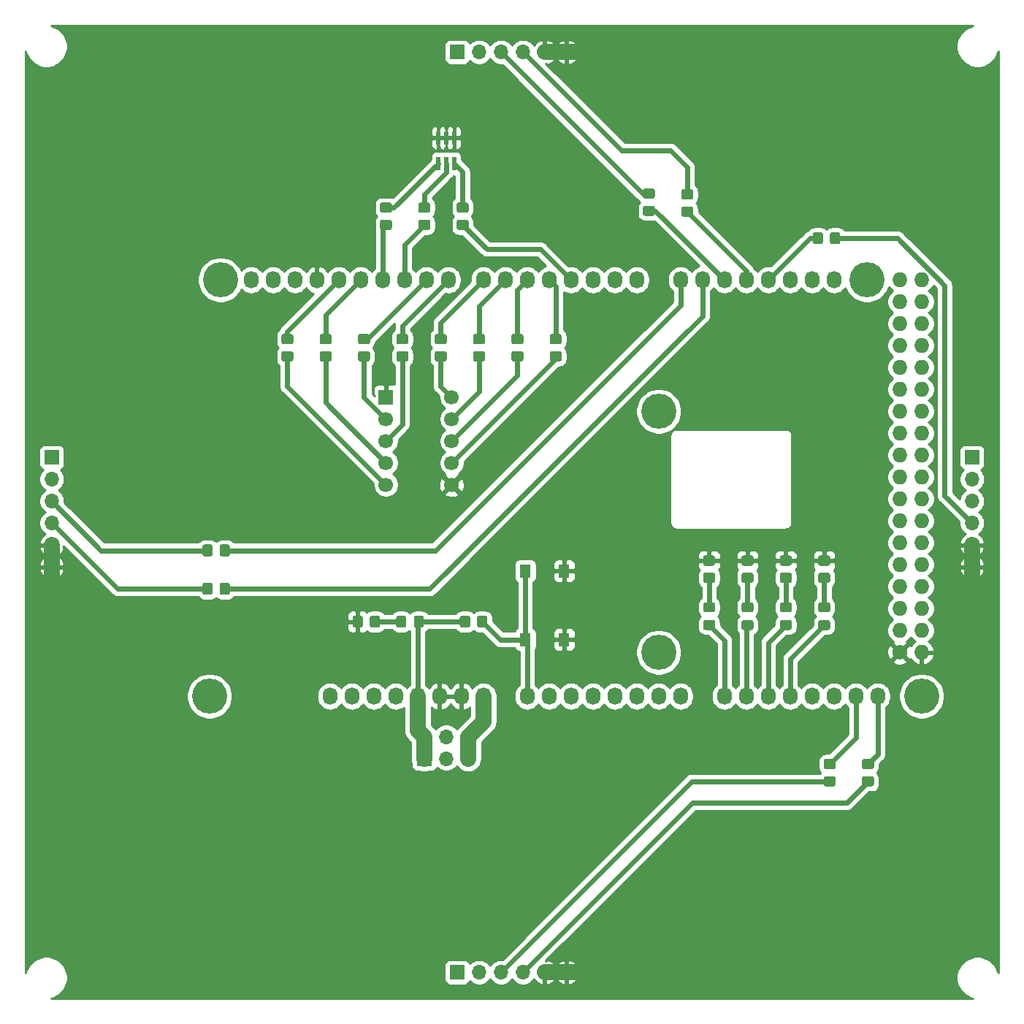
<source format=gbr>
%TF.GenerationSoftware,KiCad,Pcbnew,(5.1.10)-1*%
%TF.CreationDate,2021-11-04T11:59:55+01:00*%
%TF.ProjectId,2DMega,32444d65-6761-42e6-9b69-6361645f7063,rev?*%
%TF.SameCoordinates,Original*%
%TF.FileFunction,Copper,L1,Top*%
%TF.FilePolarity,Positive*%
%FSLAX46Y46*%
G04 Gerber Fmt 4.6, Leading zero omitted, Abs format (unit mm)*
G04 Created by KiCad (PCBNEW (5.1.10)-1) date 2021-11-04 11:59:55*
%MOMM*%
%LPD*%
G01*
G04 APERTURE LIST*
%TA.AperFunction,ComponentPad*%
%ADD10C,1.727200*%
%TD*%
%TA.AperFunction,ComponentPad*%
%ADD11O,1.727200X1.727200*%
%TD*%
%TA.AperFunction,ComponentPad*%
%ADD12O,1.727200X2.032000*%
%TD*%
%TA.AperFunction,ComponentPad*%
%ADD13C,4.064000*%
%TD*%
%TA.AperFunction,ComponentPad*%
%ADD14R,1.700000X1.700000*%
%TD*%
%TA.AperFunction,ComponentPad*%
%ADD15O,1.700000X1.700000*%
%TD*%
%TA.AperFunction,SMDPad,CuDef*%
%ADD16R,0.500000X1.600000*%
%TD*%
%TA.AperFunction,ComponentPad*%
%ADD17C,1.700000*%
%TD*%
%TA.AperFunction,SMDPad,CuDef*%
%ADD18R,1.300000X1.550000*%
%TD*%
%TA.AperFunction,Conductor*%
%ADD19C,1.900000*%
%TD*%
%TA.AperFunction,Conductor*%
%ADD20C,0.625000*%
%TD*%
%TA.AperFunction,Conductor*%
%ADD21C,0.250000*%
%TD*%
%TA.AperFunction,Conductor*%
%ADD22C,0.254000*%
%TD*%
%TA.AperFunction,Conductor*%
%ADD23C,0.100000*%
%TD*%
G04 APERTURE END LIST*
D10*
%TO.P,P4,1*%
%TO.N,GND*%
X197358000Y-114046000D03*
D11*
%TO.P,P4,2*%
X199898000Y-114046000D03*
%TO.P,P4,3*%
%TO.N,/52(SCK)*%
X197358000Y-111506000D03*
%TO.P,P4,4*%
%TO.N,/53(SS)*%
X199898000Y-111506000D03*
%TO.P,P4,5*%
%TO.N,/50(MISO)*%
X197358000Y-108966000D03*
%TO.P,P4,6*%
%TO.N,/51(MOSI)*%
X199898000Y-108966000D03*
%TO.P,P4,7*%
%TO.N,/48*%
X197358000Y-106426000D03*
%TO.P,P4,8*%
%TO.N,/49*%
X199898000Y-106426000D03*
%TO.P,P4,9*%
%TO.N,/46*%
X197358000Y-103886000D03*
%TO.P,P4,10*%
%TO.N,/47*%
X199898000Y-103886000D03*
%TO.P,P4,11*%
%TO.N,/44*%
X197358000Y-101346000D03*
%TO.P,P4,12*%
%TO.N,/45*%
X199898000Y-101346000D03*
%TO.P,P4,13*%
%TO.N,/42*%
X197358000Y-98806000D03*
%TO.P,P4,14*%
%TO.N,/43*%
X199898000Y-98806000D03*
%TO.P,P4,15*%
%TO.N,/40*%
X197358000Y-96266000D03*
%TO.P,P4,16*%
%TO.N,/41*%
X199898000Y-96266000D03*
%TO.P,P4,17*%
%TO.N,/38*%
X197358000Y-93726000D03*
%TO.P,P4,18*%
%TO.N,/39*%
X199898000Y-93726000D03*
%TO.P,P4,19*%
%TO.N,/36*%
X197358000Y-91186000D03*
%TO.P,P4,20*%
%TO.N,/37*%
X199898000Y-91186000D03*
%TO.P,P4,21*%
%TO.N,/34*%
X197358000Y-88646000D03*
%TO.P,P4,22*%
%TO.N,/35*%
X199898000Y-88646000D03*
%TO.P,P4,23*%
%TO.N,/32*%
X197358000Y-86106000D03*
%TO.P,P4,24*%
%TO.N,/33*%
X199898000Y-86106000D03*
%TO.P,P4,25*%
%TO.N,/30*%
X197358000Y-83566000D03*
%TO.P,P4,26*%
%TO.N,/31*%
X199898000Y-83566000D03*
%TO.P,P4,27*%
%TO.N,/28*%
X197358000Y-81026000D03*
%TO.P,P4,28*%
%TO.N,/29*%
X199898000Y-81026000D03*
%TO.P,P4,29*%
%TO.N,/26*%
X197358000Y-78486000D03*
%TO.P,P4,30*%
%TO.N,/27*%
X199898000Y-78486000D03*
%TO.P,P4,31*%
%TO.N,/24*%
X197358000Y-75946000D03*
%TO.P,P4,32*%
%TO.N,/25*%
X199898000Y-75946000D03*
%TO.P,P4,33*%
%TO.N,/22*%
X197358000Y-73406000D03*
%TO.P,P4,34*%
%TO.N,/23*%
X199898000Y-73406000D03*
%TO.P,P4,35*%
%TO.N,+5V*%
X197358000Y-70866000D03*
%TO.P,P4,36*%
X199898000Y-70866000D03*
%TD*%
D12*
%TO.P,P1,1*%
%TO.N,Net-(P1-Pad1)*%
X131318000Y-119126000D03*
%TO.P,P1,2*%
%TO.N,/IOREF*%
X133858000Y-119126000D03*
%TO.P,P1,3*%
%TO.N,/Reset*%
X136398000Y-119126000D03*
%TO.P,P1,4*%
%TO.N,+3V3*%
X138938000Y-119126000D03*
%TO.P,P1,5*%
%TO.N,+5V*%
X141478000Y-119126000D03*
%TO.P,P1,6*%
%TO.N,GND*%
X144018000Y-119126000D03*
%TO.P,P1,7*%
X146558000Y-119126000D03*
%TO.P,P1,8*%
%TO.N,/Vin*%
X149098000Y-119126000D03*
%TD*%
%TO.P,P2,1*%
%TO.N,/A0*%
X154178000Y-119126000D03*
%TO.P,P2,2*%
%TO.N,/A1*%
X156718000Y-119126000D03*
%TO.P,P2,3*%
%TO.N,/A2*%
X159258000Y-119126000D03*
%TO.P,P2,4*%
%TO.N,/A3*%
X161798000Y-119126000D03*
%TO.P,P2,5*%
%TO.N,/A4*%
X164338000Y-119126000D03*
%TO.P,P2,6*%
%TO.N,/A5*%
X166878000Y-119126000D03*
%TO.P,P2,7*%
%TO.N,/A6*%
X169418000Y-119126000D03*
%TO.P,P2,8*%
%TO.N,/A7*%
X171958000Y-119126000D03*
%TD*%
%TO.P,P3,1*%
%TO.N,/A8*%
X177038000Y-119126000D03*
%TO.P,P3,2*%
%TO.N,/A9*%
X179578000Y-119126000D03*
%TO.P,P3,3*%
%TO.N,/A10*%
X182118000Y-119126000D03*
%TO.P,P3,4*%
%TO.N,/A11*%
X184658000Y-119126000D03*
%TO.P,P3,5*%
%TO.N,/A12*%
X187198000Y-119126000D03*
%TO.P,P3,6*%
%TO.N,/A13*%
X189738000Y-119126000D03*
%TO.P,P3,7*%
%TO.N,/A14*%
X192278000Y-119126000D03*
%TO.P,P3,8*%
%TO.N,/A15*%
X194818000Y-119126000D03*
%TD*%
%TO.P,P5,1*%
%TO.N,/SCL*%
X122174000Y-70866000D03*
%TO.P,P5,2*%
%TO.N,/SDA*%
X124714000Y-70866000D03*
%TO.P,P5,3*%
%TO.N,/AREF*%
X127254000Y-70866000D03*
%TO.P,P5,4*%
%TO.N,GND*%
X129794000Y-70866000D03*
%TO.P,P5,5*%
%TO.N,/13(\u002A\u002A)*%
X132334000Y-70866000D03*
%TO.P,P5,6*%
%TO.N,/12(\u002A\u002A)*%
X134874000Y-70866000D03*
%TO.P,P5,7*%
%TO.N,/11(\u002A\u002A)*%
X137414000Y-70866000D03*
%TO.P,P5,8*%
%TO.N,/10(\u002A\u002A)*%
X139954000Y-70866000D03*
%TO.P,P5,9*%
%TO.N,/9(\u002A\u002A)*%
X142494000Y-70866000D03*
%TO.P,P5,10*%
%TO.N,/8(\u002A\u002A)*%
X145034000Y-70866000D03*
%TD*%
%TO.P,P6,1*%
%TO.N,/7(\u002A\u002A)*%
X149098000Y-70866000D03*
%TO.P,P6,2*%
%TO.N,/6(\u002A\u002A)*%
X151638000Y-70866000D03*
%TO.P,P6,3*%
%TO.N,/5(\u002A\u002A)*%
X154178000Y-70866000D03*
%TO.P,P6,4*%
%TO.N,/4(\u002A\u002A)*%
X156718000Y-70866000D03*
%TO.P,P6,5*%
%TO.N,/3(\u002A\u002A)*%
X159258000Y-70866000D03*
%TO.P,P6,6*%
%TO.N,/2(\u002A\u002A)*%
X161798000Y-70866000D03*
%TO.P,P6,7*%
%TO.N,/1(Tx0)*%
X164338000Y-70866000D03*
%TO.P,P6,8*%
%TO.N,/0(Rx0)*%
X166878000Y-70866000D03*
%TD*%
%TO.P,P7,1*%
%TO.N,/14(Tx3)*%
X171958000Y-70866000D03*
%TO.P,P7,2*%
%TO.N,/15(Rx3)*%
X174498000Y-70866000D03*
%TO.P,P7,3*%
%TO.N,/16(Tx2)*%
X177038000Y-70866000D03*
%TO.P,P7,4*%
%TO.N,/17(Rx2)*%
X179578000Y-70866000D03*
%TO.P,P7,5*%
%TO.N,/18(Tx1)*%
X182118000Y-70866000D03*
%TO.P,P7,6*%
%TO.N,/19(Rx1)*%
X184658000Y-70866000D03*
%TO.P,P7,7*%
%TO.N,/20(SDA)*%
X187198000Y-70866000D03*
%TO.P,P7,8*%
%TO.N,/21(SCL)*%
X189738000Y-70866000D03*
%TD*%
D13*
%TO.P,P8,1*%
%TO.N,Net-(P8-Pad1)*%
X117348000Y-119126000D03*
%TD*%
%TO.P,P9,1*%
%TO.N,Net-(P9-Pad1)*%
X169418000Y-114046000D03*
%TD*%
%TO.P,P10,1*%
%TO.N,Net-(P10-Pad1)*%
X199898000Y-119126000D03*
%TD*%
%TO.P,P11,1*%
%TO.N,Net-(P11-Pad1)*%
X118618000Y-70866000D03*
%TD*%
%TO.P,P12,1*%
%TO.N,Net-(P12-Pad1)*%
X169418000Y-86106000D03*
%TD*%
%TO.P,P13,1*%
%TO.N,Net-(P13-Pad1)*%
X193548000Y-70866000D03*
%TD*%
%TO.P,D1,1*%
%TO.N,Net-(D1-Pad1)*%
%TA.AperFunction,SMDPad,CuDef*%
G36*
G01*
X138980000Y-110940001D02*
X138980000Y-110039999D01*
G75*
G02*
X139229999Y-109790000I249999J0D01*
G01*
X139880001Y-109790000D01*
G75*
G02*
X140130000Y-110039999I0J-249999D01*
G01*
X140130000Y-110940001D01*
G75*
G02*
X139880001Y-111190000I-249999J0D01*
G01*
X139229999Y-111190000D01*
G75*
G02*
X138980000Y-110940001I0J249999D01*
G01*
G37*
%TD.AperFunction*%
%TO.P,D1,2*%
%TO.N,+5V*%
%TA.AperFunction,SMDPad,CuDef*%
G36*
G01*
X141030000Y-110940001D02*
X141030000Y-110039999D01*
G75*
G02*
X141279999Y-109790000I249999J0D01*
G01*
X141930001Y-109790000D01*
G75*
G02*
X142180000Y-110039999I0J-249999D01*
G01*
X142180000Y-110940001D01*
G75*
G02*
X141930001Y-111190000I-249999J0D01*
G01*
X141279999Y-111190000D01*
G75*
G02*
X141030000Y-110940001I0J249999D01*
G01*
G37*
%TD.AperFunction*%
%TD*%
%TO.P,D2,1*%
%TO.N,Net-(D2-Pad1)*%
%TA.AperFunction,SMDPad,CuDef*%
G36*
G01*
X174809999Y-108255000D02*
X175710001Y-108255000D01*
G75*
G02*
X175960000Y-108504999I0J-249999D01*
G01*
X175960000Y-109155001D01*
G75*
G02*
X175710001Y-109405000I-249999J0D01*
G01*
X174809999Y-109405000D01*
G75*
G02*
X174560000Y-109155001I0J249999D01*
G01*
X174560000Y-108504999D01*
G75*
G02*
X174809999Y-108255000I249999J0D01*
G01*
G37*
%TD.AperFunction*%
%TO.P,D2,2*%
%TO.N,/A8*%
%TA.AperFunction,SMDPad,CuDef*%
G36*
G01*
X174809999Y-110305000D02*
X175710001Y-110305000D01*
G75*
G02*
X175960000Y-110554999I0J-249999D01*
G01*
X175960000Y-111205001D01*
G75*
G02*
X175710001Y-111455000I-249999J0D01*
G01*
X174809999Y-111455000D01*
G75*
G02*
X174560000Y-111205001I0J249999D01*
G01*
X174560000Y-110554999D01*
G75*
G02*
X174809999Y-110305000I249999J0D01*
G01*
G37*
%TD.AperFunction*%
%TD*%
%TO.P,D3,2*%
%TO.N,/A9*%
%TA.AperFunction,SMDPad,CuDef*%
G36*
G01*
X179254999Y-110305000D02*
X180155001Y-110305000D01*
G75*
G02*
X180405000Y-110554999I0J-249999D01*
G01*
X180405000Y-111205001D01*
G75*
G02*
X180155001Y-111455000I-249999J0D01*
G01*
X179254999Y-111455000D01*
G75*
G02*
X179005000Y-111205001I0J249999D01*
G01*
X179005000Y-110554999D01*
G75*
G02*
X179254999Y-110305000I249999J0D01*
G01*
G37*
%TD.AperFunction*%
%TO.P,D3,1*%
%TO.N,Net-(D3-Pad1)*%
%TA.AperFunction,SMDPad,CuDef*%
G36*
G01*
X179254999Y-108255000D02*
X180155001Y-108255000D01*
G75*
G02*
X180405000Y-108504999I0J-249999D01*
G01*
X180405000Y-109155001D01*
G75*
G02*
X180155001Y-109405000I-249999J0D01*
G01*
X179254999Y-109405000D01*
G75*
G02*
X179005000Y-109155001I0J249999D01*
G01*
X179005000Y-108504999D01*
G75*
G02*
X179254999Y-108255000I249999J0D01*
G01*
G37*
%TD.AperFunction*%
%TD*%
%TO.P,D5,1*%
%TO.N,Net-(D5-Pad1)*%
%TA.AperFunction,SMDPad,CuDef*%
G36*
G01*
X183699999Y-108255000D02*
X184600001Y-108255000D01*
G75*
G02*
X184850000Y-108504999I0J-249999D01*
G01*
X184850000Y-109155001D01*
G75*
G02*
X184600001Y-109405000I-249999J0D01*
G01*
X183699999Y-109405000D01*
G75*
G02*
X183450000Y-109155001I0J249999D01*
G01*
X183450000Y-108504999D01*
G75*
G02*
X183699999Y-108255000I249999J0D01*
G01*
G37*
%TD.AperFunction*%
%TO.P,D5,2*%
%TO.N,/A10*%
%TA.AperFunction,SMDPad,CuDef*%
G36*
G01*
X183699999Y-110305000D02*
X184600001Y-110305000D01*
G75*
G02*
X184850000Y-110554999I0J-249999D01*
G01*
X184850000Y-111205001D01*
G75*
G02*
X184600001Y-111455000I-249999J0D01*
G01*
X183699999Y-111455000D01*
G75*
G02*
X183450000Y-111205001I0J249999D01*
G01*
X183450000Y-110554999D01*
G75*
G02*
X183699999Y-110305000I249999J0D01*
G01*
G37*
%TD.AperFunction*%
%TD*%
%TO.P,D6,2*%
%TO.N,/A11*%
%TA.AperFunction,SMDPad,CuDef*%
G36*
G01*
X188144999Y-110305000D02*
X189045001Y-110305000D01*
G75*
G02*
X189295000Y-110554999I0J-249999D01*
G01*
X189295000Y-111205001D01*
G75*
G02*
X189045001Y-111455000I-249999J0D01*
G01*
X188144999Y-111455000D01*
G75*
G02*
X187895000Y-111205001I0J249999D01*
G01*
X187895000Y-110554999D01*
G75*
G02*
X188144999Y-110305000I249999J0D01*
G01*
G37*
%TD.AperFunction*%
%TO.P,D6,1*%
%TO.N,Net-(D6-Pad1)*%
%TA.AperFunction,SMDPad,CuDef*%
G36*
G01*
X188144999Y-108255000D02*
X189045001Y-108255000D01*
G75*
G02*
X189295000Y-108504999I0J-249999D01*
G01*
X189295000Y-109155001D01*
G75*
G02*
X189045001Y-109405000I-249999J0D01*
G01*
X188144999Y-109405000D01*
G75*
G02*
X187895000Y-109155001I0J249999D01*
G01*
X187895000Y-108504999D01*
G75*
G02*
X188144999Y-108255000I249999J0D01*
G01*
G37*
%TD.AperFunction*%
%TD*%
D14*
%TO.P,J1,1*%
%TO.N,VCC*%
X146050000Y-44450000D03*
D15*
%TO.P,J1,2*%
X148590000Y-44450000D03*
%TO.P,J1,3*%
%TO.N,Net-(J1-Pad3)*%
X151130000Y-44450000D03*
%TO.P,J1,4*%
%TO.N,Net-(J1-Pad4)*%
X153670000Y-44450000D03*
%TO.P,J1,5*%
%TO.N,GND*%
X156210000Y-44450000D03*
%TO.P,J1,6*%
X158750000Y-44450000D03*
%TD*%
D14*
%TO.P,J2,1*%
%TO.N,VCC*%
X146050000Y-151130000D03*
D15*
%TO.P,J2,2*%
X148590000Y-151130000D03*
%TO.P,J2,3*%
%TO.N,Net-(J2-Pad3)*%
X151130000Y-151130000D03*
%TO.P,J2,4*%
%TO.N,Net-(J2-Pad4)*%
X153670000Y-151130000D03*
%TO.P,J2,5*%
%TO.N,GND*%
X156210000Y-151130000D03*
%TO.P,J2,6*%
X158750000Y-151130000D03*
%TD*%
%TO.P,J4,6*%
%TO.N,GND*%
X205740000Y-104140000D03*
%TO.P,J4,5*%
X205740000Y-101600000D03*
%TO.P,J4,4*%
%TO.N,Net-(J4-Pad4)*%
X205740000Y-99060000D03*
%TO.P,J4,3*%
%TO.N,Net-(J4-Pad3)*%
X205740000Y-96520000D03*
%TO.P,J4,2*%
%TO.N,VCC*%
X205740000Y-93980000D03*
D14*
%TO.P,J4,1*%
X205740000Y-91440000D03*
%TD*%
D15*
%TO.P,J5,6*%
%TO.N,GND*%
X99060000Y-104140000D03*
%TO.P,J5,5*%
X99060000Y-101600000D03*
%TO.P,J5,4*%
%TO.N,Net-(J5-Pad4)*%
X99060000Y-99060000D03*
%TO.P,J5,3*%
%TO.N,Net-(J5-Pad3)*%
X99060000Y-96520000D03*
%TO.P,J5,2*%
%TO.N,VCC*%
X99060000Y-93980000D03*
D14*
%TO.P,J5,1*%
X99060000Y-91440000D03*
%TD*%
%TO.P,R1,2*%
%TO.N,/12(\u002A\u002A)*%
%TA.AperFunction,SMDPad,CuDef*%
G36*
G01*
X131260001Y-78340000D02*
X130359999Y-78340000D01*
G75*
G02*
X130110000Y-78090001I0J249999D01*
G01*
X130110000Y-77389999D01*
G75*
G02*
X130359999Y-77140000I249999J0D01*
G01*
X131260001Y-77140000D01*
G75*
G02*
X131510000Y-77389999I0J-249999D01*
G01*
X131510000Y-78090001D01*
G75*
G02*
X131260001Y-78340000I-249999J0D01*
G01*
G37*
%TD.AperFunction*%
%TO.P,R1,1*%
%TO.N,Net-(R1-Pad1)*%
%TA.AperFunction,SMDPad,CuDef*%
G36*
G01*
X131260001Y-80340000D02*
X130359999Y-80340000D01*
G75*
G02*
X130110000Y-80090001I0J249999D01*
G01*
X130110000Y-79389999D01*
G75*
G02*
X130359999Y-79140000I249999J0D01*
G01*
X131260001Y-79140000D01*
G75*
G02*
X131510000Y-79389999I0J-249999D01*
G01*
X131510000Y-80090001D01*
G75*
G02*
X131260001Y-80340000I-249999J0D01*
G01*
G37*
%TD.AperFunction*%
%TD*%
%TO.P,R2,2*%
%TO.N,GND*%
%TA.AperFunction,SMDPad,CuDef*%
G36*
G01*
X135125000Y-110039999D02*
X135125000Y-110940001D01*
G75*
G02*
X134875001Y-111190000I-249999J0D01*
G01*
X134174999Y-111190000D01*
G75*
G02*
X133925000Y-110940001I0J249999D01*
G01*
X133925000Y-110039999D01*
G75*
G02*
X134174999Y-109790000I249999J0D01*
G01*
X134875001Y-109790000D01*
G75*
G02*
X135125000Y-110039999I0J-249999D01*
G01*
G37*
%TD.AperFunction*%
%TO.P,R2,1*%
%TO.N,Net-(D1-Pad1)*%
%TA.AperFunction,SMDPad,CuDef*%
G36*
G01*
X137125000Y-110039999D02*
X137125000Y-110940001D01*
G75*
G02*
X136875001Y-111190000I-249999J0D01*
G01*
X136174999Y-111190000D01*
G75*
G02*
X135925000Y-110940001I0J249999D01*
G01*
X135925000Y-110039999D01*
G75*
G02*
X136174999Y-109790000I249999J0D01*
G01*
X136875001Y-109790000D01*
G75*
G02*
X137125000Y-110039999I0J-249999D01*
G01*
G37*
%TD.AperFunction*%
%TD*%
%TO.P,R3,1*%
%TO.N,Net-(R3-Pad1)*%
%TA.AperFunction,SMDPad,CuDef*%
G36*
G01*
X126815001Y-80340000D02*
X125914999Y-80340000D01*
G75*
G02*
X125665000Y-80090001I0J249999D01*
G01*
X125665000Y-79389999D01*
G75*
G02*
X125914999Y-79140000I249999J0D01*
G01*
X126815001Y-79140000D01*
G75*
G02*
X127065000Y-79389999I0J-249999D01*
G01*
X127065000Y-80090001D01*
G75*
G02*
X126815001Y-80340000I-249999J0D01*
G01*
G37*
%TD.AperFunction*%
%TO.P,R3,2*%
%TO.N,/13(\u002A\u002A)*%
%TA.AperFunction,SMDPad,CuDef*%
G36*
G01*
X126815001Y-78340000D02*
X125914999Y-78340000D01*
G75*
G02*
X125665000Y-78090001I0J249999D01*
G01*
X125665000Y-77389999D01*
G75*
G02*
X125914999Y-77140000I249999J0D01*
G01*
X126815001Y-77140000D01*
G75*
G02*
X127065000Y-77389999I0J-249999D01*
G01*
X127065000Y-78090001D01*
G75*
G02*
X126815001Y-78340000I-249999J0D01*
G01*
G37*
%TD.AperFunction*%
%TD*%
%TO.P,R4,1*%
%TO.N,Net-(D2-Pad1)*%
%TA.AperFunction,SMDPad,CuDef*%
G36*
G01*
X175710001Y-106010000D02*
X174809999Y-106010000D01*
G75*
G02*
X174560000Y-105760001I0J249999D01*
G01*
X174560000Y-105059999D01*
G75*
G02*
X174809999Y-104810000I249999J0D01*
G01*
X175710001Y-104810000D01*
G75*
G02*
X175960000Y-105059999I0J-249999D01*
G01*
X175960000Y-105760001D01*
G75*
G02*
X175710001Y-106010000I-249999J0D01*
G01*
G37*
%TD.AperFunction*%
%TO.P,R4,2*%
%TO.N,GND*%
%TA.AperFunction,SMDPad,CuDef*%
G36*
G01*
X175710001Y-104010000D02*
X174809999Y-104010000D01*
G75*
G02*
X174560000Y-103760001I0J249999D01*
G01*
X174560000Y-103059999D01*
G75*
G02*
X174809999Y-102810000I249999J0D01*
G01*
X175710001Y-102810000D01*
G75*
G02*
X175960000Y-103059999I0J-249999D01*
G01*
X175960000Y-103760001D01*
G75*
G02*
X175710001Y-104010000I-249999J0D01*
G01*
G37*
%TD.AperFunction*%
%TD*%
%TO.P,R5,2*%
%TO.N,/5(\u002A\u002A)*%
%TA.AperFunction,SMDPad,CuDef*%
G36*
G01*
X153485001Y-78340000D02*
X152584999Y-78340000D01*
G75*
G02*
X152335000Y-78090001I0J249999D01*
G01*
X152335000Y-77389999D01*
G75*
G02*
X152584999Y-77140000I249999J0D01*
G01*
X153485001Y-77140000D01*
G75*
G02*
X153735000Y-77389999I0J-249999D01*
G01*
X153735000Y-78090001D01*
G75*
G02*
X153485001Y-78340000I-249999J0D01*
G01*
G37*
%TD.AperFunction*%
%TO.P,R5,1*%
%TO.N,Net-(R5-Pad1)*%
%TA.AperFunction,SMDPad,CuDef*%
G36*
G01*
X153485001Y-80340000D02*
X152584999Y-80340000D01*
G75*
G02*
X152335000Y-80090001I0J249999D01*
G01*
X152335000Y-79389999D01*
G75*
G02*
X152584999Y-79140000I249999J0D01*
G01*
X153485001Y-79140000D01*
G75*
G02*
X153735000Y-79389999I0J-249999D01*
G01*
X153735000Y-80090001D01*
G75*
G02*
X153485001Y-80340000I-249999J0D01*
G01*
G37*
%TD.AperFunction*%
%TD*%
%TO.P,R6,1*%
%TO.N,Net-(R6-Pad1)*%
%TA.AperFunction,SMDPad,CuDef*%
G36*
G01*
X157930001Y-80340000D02*
X157029999Y-80340000D01*
G75*
G02*
X156780000Y-80090001I0J249999D01*
G01*
X156780000Y-79389999D01*
G75*
G02*
X157029999Y-79140000I249999J0D01*
G01*
X157930001Y-79140000D01*
G75*
G02*
X158180000Y-79389999I0J-249999D01*
G01*
X158180000Y-80090001D01*
G75*
G02*
X157930001Y-80340000I-249999J0D01*
G01*
G37*
%TD.AperFunction*%
%TO.P,R6,2*%
%TO.N,/4(\u002A\u002A)*%
%TA.AperFunction,SMDPad,CuDef*%
G36*
G01*
X157930001Y-78340000D02*
X157029999Y-78340000D01*
G75*
G02*
X156780000Y-78090001I0J249999D01*
G01*
X156780000Y-77389999D01*
G75*
G02*
X157029999Y-77140000I249999J0D01*
G01*
X157930001Y-77140000D01*
G75*
G02*
X158180000Y-77389999I0J-249999D01*
G01*
X158180000Y-78090001D01*
G75*
G02*
X157930001Y-78340000I-249999J0D01*
G01*
G37*
%TD.AperFunction*%
%TD*%
%TO.P,R7,1*%
%TO.N,Net-(R7-Pad1)*%
%TA.AperFunction,SMDPad,CuDef*%
G36*
G01*
X149040001Y-80340000D02*
X148139999Y-80340000D01*
G75*
G02*
X147890000Y-80090001I0J249999D01*
G01*
X147890000Y-79389999D01*
G75*
G02*
X148139999Y-79140000I249999J0D01*
G01*
X149040001Y-79140000D01*
G75*
G02*
X149290000Y-79389999I0J-249999D01*
G01*
X149290000Y-80090001D01*
G75*
G02*
X149040001Y-80340000I-249999J0D01*
G01*
G37*
%TD.AperFunction*%
%TO.P,R7,2*%
%TO.N,/6(\u002A\u002A)*%
%TA.AperFunction,SMDPad,CuDef*%
G36*
G01*
X149040001Y-78340000D02*
X148139999Y-78340000D01*
G75*
G02*
X147890000Y-78090001I0J249999D01*
G01*
X147890000Y-77389999D01*
G75*
G02*
X148139999Y-77140000I249999J0D01*
G01*
X149040001Y-77140000D01*
G75*
G02*
X149290000Y-77389999I0J-249999D01*
G01*
X149290000Y-78090001D01*
G75*
G02*
X149040001Y-78340000I-249999J0D01*
G01*
G37*
%TD.AperFunction*%
%TD*%
%TO.P,R8,2*%
%TO.N,/8(\u002A\u002A)*%
%TA.AperFunction,SMDPad,CuDef*%
G36*
G01*
X140150001Y-78340000D02*
X139249999Y-78340000D01*
G75*
G02*
X139000000Y-78090001I0J249999D01*
G01*
X139000000Y-77389999D01*
G75*
G02*
X139249999Y-77140000I249999J0D01*
G01*
X140150001Y-77140000D01*
G75*
G02*
X140400000Y-77389999I0J-249999D01*
G01*
X140400000Y-78090001D01*
G75*
G02*
X140150001Y-78340000I-249999J0D01*
G01*
G37*
%TD.AperFunction*%
%TO.P,R8,1*%
%TO.N,Net-(R8-Pad1)*%
%TA.AperFunction,SMDPad,CuDef*%
G36*
G01*
X140150001Y-80340000D02*
X139249999Y-80340000D01*
G75*
G02*
X139000000Y-80090001I0J249999D01*
G01*
X139000000Y-79389999D01*
G75*
G02*
X139249999Y-79140000I249999J0D01*
G01*
X140150001Y-79140000D01*
G75*
G02*
X140400000Y-79389999I0J-249999D01*
G01*
X140400000Y-80090001D01*
G75*
G02*
X140150001Y-80340000I-249999J0D01*
G01*
G37*
%TD.AperFunction*%
%TD*%
%TO.P,R9,2*%
%TO.N,GND*%
%TA.AperFunction,SMDPad,CuDef*%
G36*
G01*
X180155001Y-104010000D02*
X179254999Y-104010000D01*
G75*
G02*
X179005000Y-103760001I0J249999D01*
G01*
X179005000Y-103059999D01*
G75*
G02*
X179254999Y-102810000I249999J0D01*
G01*
X180155001Y-102810000D01*
G75*
G02*
X180405000Y-103059999I0J-249999D01*
G01*
X180405000Y-103760001D01*
G75*
G02*
X180155001Y-104010000I-249999J0D01*
G01*
G37*
%TD.AperFunction*%
%TO.P,R9,1*%
%TO.N,Net-(D3-Pad1)*%
%TA.AperFunction,SMDPad,CuDef*%
G36*
G01*
X180155001Y-106010000D02*
X179254999Y-106010000D01*
G75*
G02*
X179005000Y-105760001I0J249999D01*
G01*
X179005000Y-105059999D01*
G75*
G02*
X179254999Y-104810000I249999J0D01*
G01*
X180155001Y-104810000D01*
G75*
G02*
X180405000Y-105059999I0J-249999D01*
G01*
X180405000Y-105760001D01*
G75*
G02*
X180155001Y-106010000I-249999J0D01*
G01*
G37*
%TD.AperFunction*%
%TD*%
%TO.P,R10,1*%
%TO.N,Net-(R10-Pad1)*%
%TA.AperFunction,SMDPad,CuDef*%
G36*
G01*
X144595001Y-80340000D02*
X143694999Y-80340000D01*
G75*
G02*
X143445000Y-80090001I0J249999D01*
G01*
X143445000Y-79389999D01*
G75*
G02*
X143694999Y-79140000I249999J0D01*
G01*
X144595001Y-79140000D01*
G75*
G02*
X144845000Y-79389999I0J-249999D01*
G01*
X144845000Y-80090001D01*
G75*
G02*
X144595001Y-80340000I-249999J0D01*
G01*
G37*
%TD.AperFunction*%
%TO.P,R10,2*%
%TO.N,/7(\u002A\u002A)*%
%TA.AperFunction,SMDPad,CuDef*%
G36*
G01*
X144595001Y-78340000D02*
X143694999Y-78340000D01*
G75*
G02*
X143445000Y-78090001I0J249999D01*
G01*
X143445000Y-77389999D01*
G75*
G02*
X143694999Y-77140000I249999J0D01*
G01*
X144595001Y-77140000D01*
G75*
G02*
X144845000Y-77389999I0J-249999D01*
G01*
X144845000Y-78090001D01*
G75*
G02*
X144595001Y-78340000I-249999J0D01*
G01*
G37*
%TD.AperFunction*%
%TD*%
%TO.P,R11,1*%
%TO.N,Net-(R11-Pad1)*%
%TA.AperFunction,SMDPad,CuDef*%
G36*
G01*
X135705001Y-80340000D02*
X134804999Y-80340000D01*
G75*
G02*
X134555000Y-80090001I0J249999D01*
G01*
X134555000Y-79389999D01*
G75*
G02*
X134804999Y-79140000I249999J0D01*
G01*
X135705001Y-79140000D01*
G75*
G02*
X135955000Y-79389999I0J-249999D01*
G01*
X135955000Y-80090001D01*
G75*
G02*
X135705001Y-80340000I-249999J0D01*
G01*
G37*
%TD.AperFunction*%
%TO.P,R11,2*%
%TO.N,/9(\u002A\u002A)*%
%TA.AperFunction,SMDPad,CuDef*%
G36*
G01*
X135705001Y-78340000D02*
X134804999Y-78340000D01*
G75*
G02*
X134555000Y-78090001I0J249999D01*
G01*
X134555000Y-77389999D01*
G75*
G02*
X134804999Y-77140000I249999J0D01*
G01*
X135705001Y-77140000D01*
G75*
G02*
X135955000Y-77389999I0J-249999D01*
G01*
X135955000Y-78090001D01*
G75*
G02*
X135705001Y-78340000I-249999J0D01*
G01*
G37*
%TD.AperFunction*%
%TD*%
%TO.P,R15,1*%
%TO.N,Net-(D5-Pad1)*%
%TA.AperFunction,SMDPad,CuDef*%
G36*
G01*
X184600001Y-106010000D02*
X183699999Y-106010000D01*
G75*
G02*
X183450000Y-105760001I0J249999D01*
G01*
X183450000Y-105059999D01*
G75*
G02*
X183699999Y-104810000I249999J0D01*
G01*
X184600001Y-104810000D01*
G75*
G02*
X184850000Y-105059999I0J-249999D01*
G01*
X184850000Y-105760001D01*
G75*
G02*
X184600001Y-106010000I-249999J0D01*
G01*
G37*
%TD.AperFunction*%
%TO.P,R15,2*%
%TO.N,GND*%
%TA.AperFunction,SMDPad,CuDef*%
G36*
G01*
X184600001Y-104010000D02*
X183699999Y-104010000D01*
G75*
G02*
X183450000Y-103760001I0J249999D01*
G01*
X183450000Y-103059999D01*
G75*
G02*
X183699999Y-102810000I249999J0D01*
G01*
X184600001Y-102810000D01*
G75*
G02*
X184850000Y-103059999I0J-249999D01*
G01*
X184850000Y-103760001D01*
G75*
G02*
X184600001Y-104010000I-249999J0D01*
G01*
G37*
%TD.AperFunction*%
%TD*%
%TO.P,R16,2*%
%TO.N,GND*%
%TA.AperFunction,SMDPad,CuDef*%
G36*
G01*
X189045001Y-104010000D02*
X188144999Y-104010000D01*
G75*
G02*
X187895000Y-103760001I0J249999D01*
G01*
X187895000Y-103059999D01*
G75*
G02*
X188144999Y-102810000I249999J0D01*
G01*
X189045001Y-102810000D01*
G75*
G02*
X189295000Y-103059999I0J-249999D01*
G01*
X189295000Y-103760001D01*
G75*
G02*
X189045001Y-104010000I-249999J0D01*
G01*
G37*
%TD.AperFunction*%
%TO.P,R16,1*%
%TO.N,Net-(D6-Pad1)*%
%TA.AperFunction,SMDPad,CuDef*%
G36*
G01*
X189045001Y-106010000D02*
X188144999Y-106010000D01*
G75*
G02*
X187895000Y-105760001I0J249999D01*
G01*
X187895000Y-105059999D01*
G75*
G02*
X188144999Y-104810000I249999J0D01*
G01*
X189045001Y-104810000D01*
G75*
G02*
X189295000Y-105059999I0J-249999D01*
G01*
X189295000Y-105760001D01*
G75*
G02*
X189045001Y-106010000I-249999J0D01*
G01*
G37*
%TD.AperFunction*%
%TD*%
%TO.P,J3,1*%
%TO.N,+5V*%
X142240000Y-126365000D03*
D15*
%TO.P,J3,2*%
X142240000Y-123825000D03*
%TO.P,J3,3*%
%TO.N,VCC*%
X144780000Y-126365000D03*
%TO.P,J3,4*%
X144780000Y-123825000D03*
%TO.P,J3,5*%
%TO.N,/Vin*%
X147320000Y-126365000D03*
%TO.P,J3,6*%
X147320000Y-123825000D03*
%TD*%
D16*
%TO.P,D4,6*%
%TO.N,Net-(D4-Pad6)*%
X145680000Y-57355000D03*
%TO.P,D4,5*%
%TO.N,Net-(D4-Pad5)*%
X144780000Y-57355000D03*
%TO.P,D4,4*%
%TO.N,Net-(D4-Pad4)*%
X143880000Y-57355000D03*
%TO.P,D4,3*%
%TO.N,GND*%
X143880000Y-54405000D03*
%TO.P,D4,2*%
X144780000Y-54405000D03*
%TO.P,D4,1*%
X145680000Y-54405000D03*
%TD*%
%TO.P,R12,1*%
%TO.N,/3(\u002A\u002A)*%
%TA.AperFunction,SMDPad,CuDef*%
G36*
G01*
X147135001Y-65100000D02*
X146234999Y-65100000D01*
G75*
G02*
X145985000Y-64850001I0J249999D01*
G01*
X145985000Y-64149999D01*
G75*
G02*
X146234999Y-63900000I249999J0D01*
G01*
X147135001Y-63900000D01*
G75*
G02*
X147385000Y-64149999I0J-249999D01*
G01*
X147385000Y-64850001D01*
G75*
G02*
X147135001Y-65100000I-249999J0D01*
G01*
G37*
%TD.AperFunction*%
%TO.P,R12,2*%
%TO.N,Net-(D4-Pad6)*%
%TA.AperFunction,SMDPad,CuDef*%
G36*
G01*
X147135001Y-63100000D02*
X146234999Y-63100000D01*
G75*
G02*
X145985000Y-62850001I0J249999D01*
G01*
X145985000Y-62149999D01*
G75*
G02*
X146234999Y-61900000I249999J0D01*
G01*
X147135001Y-61900000D01*
G75*
G02*
X147385000Y-62149999I0J-249999D01*
G01*
X147385000Y-62850001D01*
G75*
G02*
X147135001Y-63100000I-249999J0D01*
G01*
G37*
%TD.AperFunction*%
%TD*%
%TO.P,R13,2*%
%TO.N,Net-(D4-Pad5)*%
%TA.AperFunction,SMDPad,CuDef*%
G36*
G01*
X142690001Y-63100000D02*
X141789999Y-63100000D01*
G75*
G02*
X141540000Y-62850001I0J249999D01*
G01*
X141540000Y-62149999D01*
G75*
G02*
X141789999Y-61900000I249999J0D01*
G01*
X142690001Y-61900000D01*
G75*
G02*
X142940000Y-62149999I0J-249999D01*
G01*
X142940000Y-62850001D01*
G75*
G02*
X142690001Y-63100000I-249999J0D01*
G01*
G37*
%TD.AperFunction*%
%TO.P,R13,1*%
%TO.N,/10(\u002A\u002A)*%
%TA.AperFunction,SMDPad,CuDef*%
G36*
G01*
X142690001Y-65100000D02*
X141789999Y-65100000D01*
G75*
G02*
X141540000Y-64850001I0J249999D01*
G01*
X141540000Y-64149999D01*
G75*
G02*
X141789999Y-63900000I249999J0D01*
G01*
X142690001Y-63900000D01*
G75*
G02*
X142940000Y-64149999I0J-249999D01*
G01*
X142940000Y-64850001D01*
G75*
G02*
X142690001Y-65100000I-249999J0D01*
G01*
G37*
%TD.AperFunction*%
%TD*%
%TO.P,R14,1*%
%TO.N,/11(\u002A\u002A)*%
%TA.AperFunction,SMDPad,CuDef*%
G36*
G01*
X138245001Y-65100000D02*
X137344999Y-65100000D01*
G75*
G02*
X137095000Y-64850001I0J249999D01*
G01*
X137095000Y-64149999D01*
G75*
G02*
X137344999Y-63900000I249999J0D01*
G01*
X138245001Y-63900000D01*
G75*
G02*
X138495000Y-64149999I0J-249999D01*
G01*
X138495000Y-64850001D01*
G75*
G02*
X138245001Y-65100000I-249999J0D01*
G01*
G37*
%TD.AperFunction*%
%TO.P,R14,2*%
%TO.N,Net-(D4-Pad4)*%
%TA.AperFunction,SMDPad,CuDef*%
G36*
G01*
X138245001Y-63100000D02*
X137344999Y-63100000D01*
G75*
G02*
X137095000Y-62850001I0J249999D01*
G01*
X137095000Y-62149999D01*
G75*
G02*
X137344999Y-61900000I249999J0D01*
G01*
X138245001Y-61900000D01*
G75*
G02*
X138495000Y-62149999I0J-249999D01*
G01*
X138495000Y-62850001D01*
G75*
G02*
X138245001Y-63100000I-249999J0D01*
G01*
G37*
%TD.AperFunction*%
%TD*%
D14*
%TO.P,U1,1*%
%TO.N,GND*%
X137795000Y-84455000D03*
D17*
%TO.P,U1,2*%
%TO.N,Net-(R11-Pad1)*%
X137795000Y-86995000D03*
%TO.P,U1,3*%
%TO.N,Net-(R8-Pad1)*%
X137795000Y-89535000D03*
%TO.P,U1,4*%
%TO.N,Net-(R1-Pad1)*%
X137795000Y-92075000D03*
%TO.P,U1,5*%
%TO.N,Net-(R3-Pad1)*%
X137795000Y-94615000D03*
%TO.P,U1,6*%
%TO.N,GND*%
X145415000Y-94615000D03*
%TO.P,U1,7*%
%TO.N,Net-(R6-Pad1)*%
X145415000Y-92075000D03*
%TO.P,U1,8*%
%TO.N,Net-(R5-Pad1)*%
X145415000Y-89535000D03*
%TO.P,U1,9*%
%TO.N,Net-(R7-Pad1)*%
X145415000Y-86995000D03*
%TO.P,U1,10*%
%TO.N,Net-(R10-Pad1)*%
X145415000Y-84455000D03*
%TD*%
%TO.P,R19,1*%
%TO.N,+5V*%
%TA.AperFunction,SMDPad,CuDef*%
G36*
G01*
X146355000Y-110940001D02*
X146355000Y-110039999D01*
G75*
G02*
X146604999Y-109790000I249999J0D01*
G01*
X147305001Y-109790000D01*
G75*
G02*
X147555000Y-110039999I0J-249999D01*
G01*
X147555000Y-110940001D01*
G75*
G02*
X147305001Y-111190000I-249999J0D01*
G01*
X146604999Y-111190000D01*
G75*
G02*
X146355000Y-110940001I0J249999D01*
G01*
G37*
%TD.AperFunction*%
%TO.P,R19,2*%
%TO.N,/A0*%
%TA.AperFunction,SMDPad,CuDef*%
G36*
G01*
X148355000Y-110940001D02*
X148355000Y-110039999D01*
G75*
G02*
X148604999Y-109790000I249999J0D01*
G01*
X149305001Y-109790000D01*
G75*
G02*
X149555000Y-110039999I0J-249999D01*
G01*
X149555000Y-110940001D01*
G75*
G02*
X149305001Y-111190000I-249999J0D01*
G01*
X148604999Y-111190000D01*
G75*
G02*
X148355000Y-110940001I0J249999D01*
G01*
G37*
%TD.AperFunction*%
%TD*%
D18*
%TO.P,SW1,1*%
%TO.N,/A0*%
X153960000Y-112560000D03*
X153960000Y-104610000D03*
%TO.P,SW1,2*%
%TO.N,GND*%
X158460000Y-112560000D03*
X158460000Y-104610000D03*
%TD*%
%TO.P,R17,2*%
%TO.N,/A14*%
%TA.AperFunction,SMDPad,CuDef*%
G36*
G01*
X189680001Y-127600000D02*
X188779999Y-127600000D01*
G75*
G02*
X188530000Y-127350001I0J249999D01*
G01*
X188530000Y-126649999D01*
G75*
G02*
X188779999Y-126400000I249999J0D01*
G01*
X189680001Y-126400000D01*
G75*
G02*
X189930000Y-126649999I0J-249999D01*
G01*
X189930000Y-127350001D01*
G75*
G02*
X189680001Y-127600000I-249999J0D01*
G01*
G37*
%TD.AperFunction*%
%TO.P,R17,1*%
%TO.N,Net-(J2-Pad3)*%
%TA.AperFunction,SMDPad,CuDef*%
G36*
G01*
X189680001Y-129600000D02*
X188779999Y-129600000D01*
G75*
G02*
X188530000Y-129350001I0J249999D01*
G01*
X188530000Y-128649999D01*
G75*
G02*
X188779999Y-128400000I249999J0D01*
G01*
X189680001Y-128400000D01*
G75*
G02*
X189930000Y-128649999I0J-249999D01*
G01*
X189930000Y-129350001D01*
G75*
G02*
X189680001Y-129600000I-249999J0D01*
G01*
G37*
%TD.AperFunction*%
%TD*%
%TO.P,R18,1*%
%TO.N,/A15*%
%TA.AperFunction,SMDPad,CuDef*%
G36*
G01*
X193224999Y-126400000D02*
X194125001Y-126400000D01*
G75*
G02*
X194375000Y-126649999I0J-249999D01*
G01*
X194375000Y-127350001D01*
G75*
G02*
X194125001Y-127600000I-249999J0D01*
G01*
X193224999Y-127600000D01*
G75*
G02*
X192975000Y-127350001I0J249999D01*
G01*
X192975000Y-126649999D01*
G75*
G02*
X193224999Y-126400000I249999J0D01*
G01*
G37*
%TD.AperFunction*%
%TO.P,R18,2*%
%TO.N,Net-(J2-Pad4)*%
%TA.AperFunction,SMDPad,CuDef*%
G36*
G01*
X193224999Y-128400000D02*
X194125001Y-128400000D01*
G75*
G02*
X194375000Y-128649999I0J-249999D01*
G01*
X194375000Y-129350001D01*
G75*
G02*
X194125001Y-129600000I-249999J0D01*
G01*
X193224999Y-129600000D01*
G75*
G02*
X192975000Y-129350001I0J249999D01*
G01*
X192975000Y-128649999D01*
G75*
G02*
X193224999Y-128400000I249999J0D01*
G01*
G37*
%TD.AperFunction*%
%TD*%
%TO.P,R20,2*%
%TO.N,/16(Tx2)*%
%TA.AperFunction,SMDPad,CuDef*%
G36*
G01*
X167824999Y-62265000D02*
X168725001Y-62265000D01*
G75*
G02*
X168975000Y-62514999I0J-249999D01*
G01*
X168975000Y-63215001D01*
G75*
G02*
X168725001Y-63465000I-249999J0D01*
G01*
X167824999Y-63465000D01*
G75*
G02*
X167575000Y-63215001I0J249999D01*
G01*
X167575000Y-62514999D01*
G75*
G02*
X167824999Y-62265000I249999J0D01*
G01*
G37*
%TD.AperFunction*%
%TO.P,R20,1*%
%TO.N,Net-(J1-Pad3)*%
%TA.AperFunction,SMDPad,CuDef*%
G36*
G01*
X167824999Y-60265000D02*
X168725001Y-60265000D01*
G75*
G02*
X168975000Y-60514999I0J-249999D01*
G01*
X168975000Y-61215001D01*
G75*
G02*
X168725001Y-61465000I-249999J0D01*
G01*
X167824999Y-61465000D01*
G75*
G02*
X167575000Y-61215001I0J249999D01*
G01*
X167575000Y-60514999D01*
G75*
G02*
X167824999Y-60265000I249999J0D01*
G01*
G37*
%TD.AperFunction*%
%TD*%
%TO.P,R21,1*%
%TO.N,/17(Rx2)*%
%TA.AperFunction,SMDPad,CuDef*%
G36*
G01*
X173170001Y-63560000D02*
X172269999Y-63560000D01*
G75*
G02*
X172020000Y-63310001I0J249999D01*
G01*
X172020000Y-62609999D01*
G75*
G02*
X172269999Y-62360000I249999J0D01*
G01*
X173170001Y-62360000D01*
G75*
G02*
X173420000Y-62609999I0J-249999D01*
G01*
X173420000Y-63310001D01*
G75*
G02*
X173170001Y-63560000I-249999J0D01*
G01*
G37*
%TD.AperFunction*%
%TO.P,R21,2*%
%TO.N,Net-(J1-Pad4)*%
%TA.AperFunction,SMDPad,CuDef*%
G36*
G01*
X173170001Y-61560000D02*
X172269999Y-61560000D01*
G75*
G02*
X172020000Y-61310001I0J249999D01*
G01*
X172020000Y-60609999D01*
G75*
G02*
X172269999Y-60360000I249999J0D01*
G01*
X173170001Y-60360000D01*
G75*
G02*
X173420000Y-60609999I0J-249999D01*
G01*
X173420000Y-61310001D01*
G75*
G02*
X173170001Y-61560000I-249999J0D01*
G01*
G37*
%TD.AperFunction*%
%TD*%
%TO.P,R22,2*%
%TO.N,/14(Tx3)*%
%TA.AperFunction,SMDPad,CuDef*%
G36*
G01*
X118510000Y-102685001D02*
X118510000Y-101784999D01*
G75*
G02*
X118759999Y-101535000I249999J0D01*
G01*
X119460001Y-101535000D01*
G75*
G02*
X119710000Y-101784999I0J-249999D01*
G01*
X119710000Y-102685001D01*
G75*
G02*
X119460001Y-102935000I-249999J0D01*
G01*
X118759999Y-102935000D01*
G75*
G02*
X118510000Y-102685001I0J249999D01*
G01*
G37*
%TD.AperFunction*%
%TO.P,R22,1*%
%TO.N,Net-(J5-Pad3)*%
%TA.AperFunction,SMDPad,CuDef*%
G36*
G01*
X116510000Y-102685001D02*
X116510000Y-101784999D01*
G75*
G02*
X116759999Y-101535000I249999J0D01*
G01*
X117460001Y-101535000D01*
G75*
G02*
X117710000Y-101784999I0J-249999D01*
G01*
X117710000Y-102685001D01*
G75*
G02*
X117460001Y-102935000I-249999J0D01*
G01*
X116759999Y-102935000D01*
G75*
G02*
X116510000Y-102685001I0J249999D01*
G01*
G37*
%TD.AperFunction*%
%TD*%
%TO.P,R23,1*%
%TO.N,/15(Rx3)*%
%TA.AperFunction,SMDPad,CuDef*%
G36*
G01*
X119710000Y-106229999D02*
X119710000Y-107130001D01*
G75*
G02*
X119460001Y-107380000I-249999J0D01*
G01*
X118759999Y-107380000D01*
G75*
G02*
X118510000Y-107130001I0J249999D01*
G01*
X118510000Y-106229999D01*
G75*
G02*
X118759999Y-105980000I249999J0D01*
G01*
X119460001Y-105980000D01*
G75*
G02*
X119710000Y-106229999I0J-249999D01*
G01*
G37*
%TD.AperFunction*%
%TO.P,R23,2*%
%TO.N,Net-(J5-Pad4)*%
%TA.AperFunction,SMDPad,CuDef*%
G36*
G01*
X117710000Y-106229999D02*
X117710000Y-107130001D01*
G75*
G02*
X117460001Y-107380000I-249999J0D01*
G01*
X116759999Y-107380000D01*
G75*
G02*
X116510000Y-107130001I0J249999D01*
G01*
X116510000Y-106229999D01*
G75*
G02*
X116759999Y-105980000I249999J0D01*
G01*
X117460001Y-105980000D01*
G75*
G02*
X117710000Y-106229999I0J-249999D01*
G01*
G37*
%TD.AperFunction*%
%TD*%
%TO.P,R25,2*%
%TO.N,Net-(J4-Pad4)*%
%TA.AperFunction,SMDPad,CuDef*%
G36*
G01*
X189265000Y-66490001D02*
X189265000Y-65589999D01*
G75*
G02*
X189514999Y-65340000I249999J0D01*
G01*
X190215001Y-65340000D01*
G75*
G02*
X190465000Y-65589999I0J-249999D01*
G01*
X190465000Y-66490001D01*
G75*
G02*
X190215001Y-66740000I-249999J0D01*
G01*
X189514999Y-66740000D01*
G75*
G02*
X189265000Y-66490001I0J249999D01*
G01*
G37*
%TD.AperFunction*%
%TO.P,R25,1*%
%TO.N,/18(Tx1)*%
%TA.AperFunction,SMDPad,CuDef*%
G36*
G01*
X187265000Y-66490001D02*
X187265000Y-65589999D01*
G75*
G02*
X187514999Y-65340000I249999J0D01*
G01*
X188215001Y-65340000D01*
G75*
G02*
X188465000Y-65589999I0J-249999D01*
G01*
X188465000Y-66490001D01*
G75*
G02*
X188215001Y-66740000I-249999J0D01*
G01*
X187514999Y-66740000D01*
G75*
G02*
X187265000Y-66490001I0J249999D01*
G01*
G37*
%TD.AperFunction*%
%TD*%
D19*
%TO.N,GND*%
X156210000Y-44450000D02*
X158750000Y-44450000D01*
X158750000Y-44450000D02*
X165100000Y-44450000D01*
X205740000Y-101600000D02*
X205740000Y-104140000D01*
X205740000Y-104140000D02*
X205740000Y-109220000D01*
X156210000Y-151130000D02*
X158750000Y-151130000D01*
X158750000Y-151130000D02*
X165100000Y-151130000D01*
X99060000Y-101600000D02*
X99060000Y-104140000D01*
X99060000Y-104140000D02*
X99060000Y-109855000D01*
D20*
%TO.N,+5V*%
X141478000Y-110617000D02*
X141605000Y-110490000D01*
X141478000Y-119126000D02*
X141478000Y-110617000D01*
D19*
X142240000Y-126365000D02*
X142240000Y-123825000D01*
X141478000Y-123063000D02*
X141478000Y-119126000D01*
X142240000Y-123825000D02*
X141478000Y-123063000D01*
D20*
X146955000Y-110490000D02*
X141605000Y-110490000D01*
D19*
%TO.N,/Vin*%
X147320000Y-126365000D02*
X147320000Y-123825000D01*
X149098000Y-122047000D02*
X149098000Y-119126000D01*
X147320000Y-123825000D02*
X149098000Y-122047000D01*
D20*
%TO.N,/A0*%
X154178000Y-112778000D02*
X153960000Y-112560000D01*
X154178000Y-119126000D02*
X154178000Y-112778000D01*
X151025000Y-112560000D02*
X148955000Y-110490000D01*
X153960000Y-112560000D02*
X151025000Y-112560000D01*
X153960000Y-112560000D02*
X153960000Y-104610000D01*
%TO.N,/A8*%
X177038000Y-112658000D02*
X175260000Y-110880000D01*
X177038000Y-119126000D02*
X177038000Y-112658000D01*
%TO.N,/A9*%
X179578000Y-111007000D02*
X179705000Y-110880000D01*
X179578000Y-119126000D02*
X179578000Y-111007000D01*
%TO.N,/A10*%
X182118000Y-112912000D02*
X184150000Y-110880000D01*
X182118000Y-119126000D02*
X182118000Y-112912000D01*
%TO.N,/A11*%
X184658000Y-114817000D02*
X188595000Y-110880000D01*
X184658000Y-119126000D02*
X184658000Y-114817000D01*
D21*
%TO.N,/A12*%
X187198000Y-119126000D02*
X187198000Y-118618000D01*
%TO.N,/A14*%
X192278000Y-119126000D02*
X192278000Y-118618000D01*
D20*
X192278000Y-123952000D02*
X189230000Y-127000000D01*
X192278000Y-119126000D02*
X192278000Y-123952000D01*
%TO.N,/A15*%
X194818000Y-125857000D02*
X193675000Y-127000000D01*
X194818000Y-119126000D02*
X194818000Y-125857000D01*
%TO.N,/13(\u002A\u002A)*%
X126365000Y-76835000D02*
X132334000Y-70866000D01*
X126365000Y-77740000D02*
X126365000Y-76835000D01*
D21*
%TO.N,/12(\u002A\u002A)*%
X134874000Y-70866000D02*
X134239000Y-70866000D01*
D20*
X130810000Y-74930000D02*
X134874000Y-70866000D01*
X130810000Y-77740000D02*
X130810000Y-74930000D01*
%TO.N,/11(\u002A\u002A)*%
X137414000Y-64881000D02*
X137795000Y-64500000D01*
X137414000Y-70866000D02*
X137414000Y-64881000D01*
%TO.N,/10(\u002A\u002A)*%
X139954000Y-66786000D02*
X142240000Y-64500000D01*
X139954000Y-70866000D02*
X139954000Y-66786000D01*
%TO.N,/9(\u002A\u002A)*%
X135620000Y-77740000D02*
X142494000Y-70866000D01*
X135255000Y-77740000D02*
X135620000Y-77740000D01*
%TO.N,/8(\u002A\u002A)*%
X139700000Y-76200000D02*
X145034000Y-70866000D01*
X139700000Y-77740000D02*
X139700000Y-76200000D01*
%TO.N,/7(\u002A\u002A)*%
X144145000Y-75819000D02*
X149098000Y-70866000D01*
X144145000Y-77740000D02*
X144145000Y-75819000D01*
%TO.N,/6(\u002A\u002A)*%
X148590000Y-73914000D02*
X151638000Y-70866000D01*
X148590000Y-77740000D02*
X148590000Y-73914000D01*
D21*
%TO.N,/5(\u002A\u002A)*%
X154178000Y-70866000D02*
X154178000Y-71628000D01*
D20*
X153035000Y-72009000D02*
X154178000Y-70866000D01*
X153035000Y-77740000D02*
X153035000Y-72009000D01*
%TO.N,/4(\u002A\u002A)*%
X157480000Y-71628000D02*
X156718000Y-70866000D01*
X157480000Y-77740000D02*
X157480000Y-71628000D01*
%TO.N,/3(\u002A\u002A)*%
X159258000Y-70866000D02*
X155702000Y-67310000D01*
X149495000Y-67310000D02*
X146685000Y-64500000D01*
X155702000Y-67310000D02*
X149495000Y-67310000D01*
D21*
%TO.N,/0(Rx0)*%
X166878000Y-70713600D02*
X167005000Y-70586600D01*
X166878000Y-70866000D02*
X166878000Y-70713600D01*
D20*
%TO.N,/14(Tx3)*%
X171958000Y-70866000D02*
X171958000Y-71247000D01*
X171958000Y-70866000D02*
X171958000Y-73787000D01*
X143510000Y-102235000D02*
X119110000Y-102235000D01*
X171958000Y-73787000D02*
X143510000Y-102235000D01*
%TO.N,/15(Rx3)*%
X174498000Y-70866000D02*
X174498000Y-75057000D01*
X142875000Y-106680000D02*
X119110000Y-106680000D01*
X174498000Y-75057000D02*
X142875000Y-106680000D01*
%TO.N,/16(Tx2)*%
X169037000Y-62865000D02*
X168275000Y-62865000D01*
X177038000Y-70866000D02*
X169037000Y-62865000D01*
%TO.N,/17(Rx2)*%
X179578000Y-69818000D02*
X172720000Y-62960000D01*
X179578000Y-70866000D02*
X179578000Y-69818000D01*
%TO.N,/18(Tx1)*%
X186944000Y-66040000D02*
X187865000Y-66040000D01*
X182118000Y-70866000D02*
X186944000Y-66040000D01*
%TO.N,Net-(D1-Pad1)*%
X139555000Y-110490000D02*
X136525000Y-110490000D01*
%TO.N,Net-(D2-Pad1)*%
X175260000Y-108830000D02*
X175260000Y-105410000D01*
%TO.N,Net-(D5-Pad1)*%
X184150000Y-108830000D02*
X184150000Y-105410000D01*
%TO.N,Net-(D3-Pad1)*%
X179705000Y-108830000D02*
X179705000Y-105410000D01*
%TO.N,Net-(R10-Pad1)*%
X144145000Y-83185000D02*
X145415000Y-84455000D01*
X144145000Y-79740000D02*
X144145000Y-83185000D01*
%TO.N,Net-(R11-Pad1)*%
X135255000Y-84455000D02*
X137795000Y-86995000D01*
X135255000Y-79740000D02*
X135255000Y-84455000D01*
%TO.N,Net-(R1-Pad1)*%
X130810000Y-85090000D02*
X137795000Y-92075000D01*
X130810000Y-79740000D02*
X130810000Y-85090000D01*
%TO.N,Net-(R3-Pad1)*%
X126365000Y-83185000D02*
X137795000Y-94615000D01*
X126365000Y-79740000D02*
X126365000Y-83185000D01*
%TO.N,Net-(R5-Pad1)*%
X153035000Y-81915000D02*
X153035000Y-79740000D01*
X145415000Y-89535000D02*
X153035000Y-81915000D01*
%TO.N,Net-(R6-Pad1)*%
X157480000Y-80010000D02*
X157480000Y-79740000D01*
X145415000Y-92075000D02*
X157480000Y-80010000D01*
%TO.N,Net-(R7-Pad1)*%
X148590000Y-83820000D02*
X148590000Y-79740000D01*
X145415000Y-86995000D02*
X148590000Y-83820000D01*
%TO.N,Net-(R8-Pad1)*%
X139700000Y-87630000D02*
X137795000Y-89535000D01*
X139700000Y-79740000D02*
X139700000Y-87630000D01*
%TO.N,Net-(D4-Pad6)*%
X146685000Y-58360000D02*
X145680000Y-57355000D01*
X146685000Y-62500000D02*
X146685000Y-58360000D01*
%TO.N,Net-(D4-Pad5)*%
X142240000Y-62500000D02*
X142240000Y-60960000D01*
X144780000Y-58420000D02*
X144780000Y-57355000D01*
X142240000Y-60960000D02*
X144780000Y-58420000D01*
%TO.N,Net-(D4-Pad4)*%
X138735000Y-62500000D02*
X143880000Y-57355000D01*
X137795000Y-62500000D02*
X138735000Y-62500000D01*
%TO.N,Net-(D6-Pad1)*%
X188595000Y-108830000D02*
X188595000Y-105410000D01*
%TO.N,Net-(J1-Pad3)*%
X167545000Y-60865000D02*
X151130000Y-44450000D01*
X168275000Y-60865000D02*
X167545000Y-60865000D01*
%TO.N,Net-(J1-Pad4)*%
X165100000Y-55880000D02*
X153670000Y-44450000D01*
X170815000Y-55880000D02*
X165100000Y-55880000D01*
X172720000Y-57785000D02*
X170815000Y-55880000D01*
X172720000Y-60960000D02*
X172720000Y-57785000D01*
%TO.N,Net-(J2-Pad3)*%
X173260000Y-129000000D02*
X151130000Y-151130000D01*
X189230000Y-129000000D02*
X173260000Y-129000000D01*
%TO.N,Net-(J2-Pad4)*%
X193675000Y-129000000D02*
X191230000Y-131445000D01*
X173355000Y-131445000D02*
X153670000Y-151130000D01*
X191230000Y-131445000D02*
X173355000Y-131445000D01*
%TO.N,Net-(J4-Pad4)*%
X197108630Y-66040000D02*
X202565000Y-71496370D01*
X189865000Y-66040000D02*
X197108630Y-66040000D01*
X202565000Y-95885000D02*
X205740000Y-99060000D01*
X202565000Y-71496370D02*
X202565000Y-95885000D01*
%TO.N,Net-(J5-Pad4)*%
X106680000Y-106680000D02*
X99060000Y-99060000D01*
X117110000Y-106680000D02*
X106680000Y-106680000D01*
%TO.N,Net-(J5-Pad3)*%
X104775000Y-102235000D02*
X99060000Y-96520000D01*
X117110000Y-102235000D02*
X104775000Y-102235000D01*
%TD*%
D22*
%TO.N,GND*%
X205654794Y-41440798D02*
X205205448Y-41626922D01*
X204801048Y-41897134D01*
X204457134Y-42241048D01*
X204186922Y-42645448D01*
X204000798Y-43094794D01*
X203905912Y-43571816D01*
X203905912Y-44058184D01*
X204000798Y-44535206D01*
X204186922Y-44984552D01*
X204457134Y-45388952D01*
X204801048Y-45732866D01*
X205205448Y-46003078D01*
X205654794Y-46189202D01*
X206131816Y-46284088D01*
X206618184Y-46284088D01*
X207095206Y-46189202D01*
X207544552Y-46003078D01*
X207948952Y-45732866D01*
X208292866Y-45388952D01*
X208563078Y-44984552D01*
X208749202Y-44535206D01*
X208788000Y-44340156D01*
X208788000Y-151239844D01*
X208749202Y-151044794D01*
X208563078Y-150595448D01*
X208292866Y-150191048D01*
X207948952Y-149847134D01*
X207544552Y-149576922D01*
X207095206Y-149390798D01*
X206618184Y-149295912D01*
X206131816Y-149295912D01*
X205654794Y-149390798D01*
X205205448Y-149576922D01*
X204801048Y-149847134D01*
X204457134Y-150191048D01*
X204186922Y-150595448D01*
X204000798Y-151044794D01*
X203905912Y-151521816D01*
X203905912Y-152008184D01*
X204000798Y-152485206D01*
X204186922Y-152934552D01*
X204457134Y-153338952D01*
X204801048Y-153682866D01*
X205205448Y-153953078D01*
X205654794Y-154139202D01*
X205849844Y-154178000D01*
X98950156Y-154178000D01*
X99145206Y-154139202D01*
X99594552Y-153953078D01*
X99998952Y-153682866D01*
X100342866Y-153338952D01*
X100613078Y-152934552D01*
X100799202Y-152485206D01*
X100894088Y-152008184D01*
X100894088Y-151521816D01*
X100799202Y-151044794D01*
X100613078Y-150595448D01*
X100402302Y-150280000D01*
X144561928Y-150280000D01*
X144561928Y-151980000D01*
X144574188Y-152104482D01*
X144610498Y-152224180D01*
X144669463Y-152334494D01*
X144748815Y-152431185D01*
X144845506Y-152510537D01*
X144955820Y-152569502D01*
X145075518Y-152605812D01*
X145200000Y-152618072D01*
X146900000Y-152618072D01*
X147024482Y-152605812D01*
X147144180Y-152569502D01*
X147254494Y-152510537D01*
X147351185Y-152431185D01*
X147430537Y-152334494D01*
X147489502Y-152224180D01*
X147511513Y-152151620D01*
X147643368Y-152283475D01*
X147886589Y-152445990D01*
X148156842Y-152557932D01*
X148443740Y-152615000D01*
X148736260Y-152615000D01*
X149023158Y-152557932D01*
X149293411Y-152445990D01*
X149536632Y-152283475D01*
X149743475Y-152076632D01*
X149860000Y-151902240D01*
X149976525Y-152076632D01*
X150183368Y-152283475D01*
X150426589Y-152445990D01*
X150696842Y-152557932D01*
X150983740Y-152615000D01*
X151276260Y-152615000D01*
X151563158Y-152557932D01*
X151833411Y-152445990D01*
X152076632Y-152283475D01*
X152283475Y-152076632D01*
X152400000Y-151902240D01*
X152516525Y-152076632D01*
X152723368Y-152283475D01*
X152966589Y-152445990D01*
X153236842Y-152557932D01*
X153523740Y-152615000D01*
X153816260Y-152615000D01*
X154103158Y-152557932D01*
X154373411Y-152445990D01*
X154616632Y-152283475D01*
X154823475Y-152076632D01*
X154945195Y-151894466D01*
X155014822Y-152011355D01*
X155209731Y-152227588D01*
X155443080Y-152401641D01*
X155705901Y-152526825D01*
X155853110Y-152571476D01*
X156083000Y-152450155D01*
X156083000Y-151257000D01*
X156337000Y-151257000D01*
X156337000Y-152450155D01*
X156566890Y-152571476D01*
X156714099Y-152526825D01*
X156976920Y-152401641D01*
X157210269Y-152227588D01*
X157405178Y-152011355D01*
X157480000Y-151885745D01*
X157554822Y-152011355D01*
X157749731Y-152227588D01*
X157983080Y-152401641D01*
X158245901Y-152526825D01*
X158393110Y-152571476D01*
X158623000Y-152450155D01*
X158623000Y-151257000D01*
X158877000Y-151257000D01*
X158877000Y-152450155D01*
X159106890Y-152571476D01*
X159254099Y-152526825D01*
X159516920Y-152401641D01*
X159750269Y-152227588D01*
X159945178Y-152011355D01*
X160094157Y-151761252D01*
X160191481Y-151486891D01*
X160070814Y-151257000D01*
X158877000Y-151257000D01*
X158623000Y-151257000D01*
X156337000Y-151257000D01*
X156083000Y-151257000D01*
X156063000Y-151257000D01*
X156063000Y-151003000D01*
X156083000Y-151003000D01*
X156083000Y-150983000D01*
X156337000Y-150983000D01*
X156337000Y-151003000D01*
X158623000Y-151003000D01*
X158623000Y-149809845D01*
X158877000Y-149809845D01*
X158877000Y-151003000D01*
X160070814Y-151003000D01*
X160191481Y-150773109D01*
X160094157Y-150498748D01*
X159945178Y-150248645D01*
X159750269Y-150032412D01*
X159516920Y-149858359D01*
X159254099Y-149733175D01*
X159106890Y-149688524D01*
X158877000Y-149809845D01*
X158623000Y-149809845D01*
X158393110Y-149688524D01*
X158245901Y-149733175D01*
X157983080Y-149858359D01*
X157749731Y-150032412D01*
X157554822Y-150248645D01*
X157480000Y-150374255D01*
X157405178Y-150248645D01*
X157210269Y-150032412D01*
X156976920Y-149858359D01*
X156714099Y-149733175D01*
X156566890Y-149688524D01*
X156337002Y-149809844D01*
X156337002Y-149802964D01*
X173747467Y-132392500D01*
X191183466Y-132392500D01*
X191230000Y-132397083D01*
X191276534Y-132392500D01*
X191276542Y-132392500D01*
X191415742Y-132378790D01*
X191594347Y-132324611D01*
X191758950Y-132236629D01*
X191903225Y-132118225D01*
X191932900Y-132082066D01*
X193776895Y-130238072D01*
X194125001Y-130238072D01*
X194298255Y-130221008D01*
X194464851Y-130170472D01*
X194618387Y-130088405D01*
X194752962Y-129977962D01*
X194863405Y-129843387D01*
X194945472Y-129689851D01*
X194996008Y-129523255D01*
X195013072Y-129350001D01*
X195013072Y-128649999D01*
X194996008Y-128476745D01*
X194945472Y-128310149D01*
X194863405Y-128156613D01*
X194752962Y-128022038D01*
X194726109Y-128000000D01*
X194752962Y-127977962D01*
X194863405Y-127843387D01*
X194945472Y-127689851D01*
X194996008Y-127523255D01*
X195013072Y-127350001D01*
X195013072Y-127001895D01*
X195455071Y-126559896D01*
X195491225Y-126530225D01*
X195609629Y-126385950D01*
X195697611Y-126221347D01*
X195751790Y-126042742D01*
X195765500Y-125903542D01*
X195765500Y-125903535D01*
X195770083Y-125857001D01*
X195765500Y-125810466D01*
X195765500Y-120439460D01*
X195882797Y-120343197D01*
X196070069Y-120115006D01*
X196209225Y-119854663D01*
X196294916Y-119572176D01*
X196316600Y-119352018D01*
X196316600Y-118899981D01*
X196312990Y-118863323D01*
X197231000Y-118863323D01*
X197231000Y-119388677D01*
X197333492Y-119903935D01*
X197534536Y-120389298D01*
X197826406Y-120826113D01*
X198197887Y-121197594D01*
X198634702Y-121489464D01*
X199120065Y-121690508D01*
X199635323Y-121793000D01*
X200160677Y-121793000D01*
X200675935Y-121690508D01*
X201161298Y-121489464D01*
X201598113Y-121197594D01*
X201969594Y-120826113D01*
X202261464Y-120389298D01*
X202462508Y-119903935D01*
X202565000Y-119388677D01*
X202565000Y-118863323D01*
X202462508Y-118348065D01*
X202261464Y-117862702D01*
X201969594Y-117425887D01*
X201598113Y-117054406D01*
X201161298Y-116762536D01*
X200675935Y-116561492D01*
X200160677Y-116459000D01*
X199635323Y-116459000D01*
X199120065Y-116561492D01*
X198634702Y-116762536D01*
X198197887Y-117054406D01*
X197826406Y-117425887D01*
X197534536Y-117862702D01*
X197333492Y-118348065D01*
X197231000Y-118863323D01*
X196312990Y-118863323D01*
X196294916Y-118679823D01*
X196209225Y-118397336D01*
X196070069Y-118136994D01*
X195882797Y-117908803D01*
X195654605Y-117721531D01*
X195394263Y-117582375D01*
X195111776Y-117496684D01*
X194818000Y-117467749D01*
X194524223Y-117496684D01*
X194241736Y-117582375D01*
X193981394Y-117721531D01*
X193753203Y-117908803D01*
X193565931Y-118136995D01*
X193548000Y-118170541D01*
X193530069Y-118136994D01*
X193342797Y-117908803D01*
X193114605Y-117721531D01*
X192854263Y-117582375D01*
X192571776Y-117496684D01*
X192278000Y-117467749D01*
X191984223Y-117496684D01*
X191701736Y-117582375D01*
X191441394Y-117721531D01*
X191213203Y-117908803D01*
X191025931Y-118136995D01*
X191008000Y-118170541D01*
X190990069Y-118136994D01*
X190802797Y-117908803D01*
X190574605Y-117721531D01*
X190314263Y-117582375D01*
X190031776Y-117496684D01*
X189738000Y-117467749D01*
X189444223Y-117496684D01*
X189161736Y-117582375D01*
X188901394Y-117721531D01*
X188673203Y-117908803D01*
X188485931Y-118136995D01*
X188468000Y-118170541D01*
X188450069Y-118136994D01*
X188262797Y-117908803D01*
X188034605Y-117721531D01*
X187774263Y-117582375D01*
X187491776Y-117496684D01*
X187198000Y-117467749D01*
X186904223Y-117496684D01*
X186621736Y-117582375D01*
X186361394Y-117721531D01*
X186133203Y-117908803D01*
X185945931Y-118136995D01*
X185928000Y-118170541D01*
X185910069Y-118136994D01*
X185722797Y-117908803D01*
X185605500Y-117812540D01*
X185605500Y-115209466D01*
X185730862Y-115084104D01*
X196499501Y-115084104D01*
X196578782Y-115334567D01*
X196845141Y-115461826D01*
X197131210Y-115534675D01*
X197425993Y-115550315D01*
X197718164Y-115508145D01*
X197996493Y-115409786D01*
X198137218Y-115334567D01*
X198216499Y-115084104D01*
X197358000Y-114225605D01*
X196499501Y-115084104D01*
X185730862Y-115084104D01*
X186700973Y-114113993D01*
X195853685Y-114113993D01*
X195895855Y-114406164D01*
X195994214Y-114684493D01*
X196069433Y-114825218D01*
X196319896Y-114904499D01*
X197178395Y-114046000D01*
X196319896Y-113187501D01*
X196069433Y-113266782D01*
X195942174Y-113533141D01*
X195869325Y-113819210D01*
X195853685Y-114113993D01*
X186700973Y-114113993D01*
X188721895Y-112093072D01*
X189045001Y-112093072D01*
X189218255Y-112076008D01*
X189384851Y-112025472D01*
X189538387Y-111943405D01*
X189672962Y-111832962D01*
X189783405Y-111698387D01*
X189865472Y-111544851D01*
X189916008Y-111378255D01*
X189933072Y-111205001D01*
X189933072Y-110554999D01*
X189916008Y-110381745D01*
X189865472Y-110215149D01*
X189783405Y-110061613D01*
X189672962Y-109927038D01*
X189585184Y-109855000D01*
X189672962Y-109782962D01*
X189783405Y-109648387D01*
X189865472Y-109494851D01*
X189916008Y-109328255D01*
X189933072Y-109155001D01*
X189933072Y-108504999D01*
X189916008Y-108331745D01*
X189865472Y-108165149D01*
X189783405Y-108011613D01*
X189672962Y-107877038D01*
X189542500Y-107769970D01*
X189542500Y-106495030D01*
X189672962Y-106387962D01*
X189783405Y-106253387D01*
X189865472Y-106099851D01*
X189916008Y-105933255D01*
X189933072Y-105760001D01*
X189933072Y-105059999D01*
X189916008Y-104886745D01*
X189865472Y-104720149D01*
X189783405Y-104566613D01*
X189716724Y-104485363D01*
X189746185Y-104461185D01*
X189825537Y-104364494D01*
X189884502Y-104254180D01*
X189920812Y-104134482D01*
X189933072Y-104010000D01*
X189930000Y-103695750D01*
X189771250Y-103537000D01*
X188722000Y-103537000D01*
X188722000Y-103557000D01*
X188468000Y-103557000D01*
X188468000Y-103537000D01*
X187418750Y-103537000D01*
X187260000Y-103695750D01*
X187256928Y-104010000D01*
X187269188Y-104134482D01*
X187305498Y-104254180D01*
X187364463Y-104364494D01*
X187443815Y-104461185D01*
X187473276Y-104485363D01*
X187406595Y-104566613D01*
X187324528Y-104720149D01*
X187273992Y-104886745D01*
X187256928Y-105059999D01*
X187256928Y-105760001D01*
X187273992Y-105933255D01*
X187324528Y-106099851D01*
X187406595Y-106253387D01*
X187517038Y-106387962D01*
X187647501Y-106495030D01*
X187647500Y-107769970D01*
X187517038Y-107877038D01*
X187406595Y-108011613D01*
X187324528Y-108165149D01*
X187273992Y-108331745D01*
X187256928Y-108504999D01*
X187256928Y-109155001D01*
X187273992Y-109328255D01*
X187324528Y-109494851D01*
X187406595Y-109648387D01*
X187517038Y-109782962D01*
X187604816Y-109855000D01*
X187517038Y-109927038D01*
X187406595Y-110061613D01*
X187324528Y-110215149D01*
X187273992Y-110381745D01*
X187256928Y-110554999D01*
X187256928Y-110878105D01*
X184020930Y-114114104D01*
X183984776Y-114143775D01*
X183866372Y-114288050D01*
X183855347Y-114308677D01*
X183778389Y-114452654D01*
X183724210Y-114631258D01*
X183705917Y-114817000D01*
X183710501Y-114863544D01*
X183710500Y-117812539D01*
X183593203Y-117908803D01*
X183405931Y-118136995D01*
X183388000Y-118170541D01*
X183370069Y-118136994D01*
X183182797Y-117908803D01*
X183065500Y-117812540D01*
X183065500Y-113304466D01*
X184276895Y-112093072D01*
X184600001Y-112093072D01*
X184773255Y-112076008D01*
X184939851Y-112025472D01*
X185093387Y-111943405D01*
X185227962Y-111832962D01*
X185338405Y-111698387D01*
X185420472Y-111544851D01*
X185471008Y-111378255D01*
X185488072Y-111205001D01*
X185488072Y-110554999D01*
X185471008Y-110381745D01*
X185420472Y-110215149D01*
X185338405Y-110061613D01*
X185227962Y-109927038D01*
X185140184Y-109855000D01*
X185227962Y-109782962D01*
X185338405Y-109648387D01*
X185420472Y-109494851D01*
X185471008Y-109328255D01*
X185488072Y-109155001D01*
X185488072Y-108504999D01*
X185471008Y-108331745D01*
X185420472Y-108165149D01*
X185338405Y-108011613D01*
X185227962Y-107877038D01*
X185097500Y-107769970D01*
X185097500Y-106495030D01*
X185227962Y-106387962D01*
X185338405Y-106253387D01*
X185420472Y-106099851D01*
X185471008Y-105933255D01*
X185488072Y-105760001D01*
X185488072Y-105059999D01*
X185471008Y-104886745D01*
X185420472Y-104720149D01*
X185338405Y-104566613D01*
X185271724Y-104485363D01*
X185301185Y-104461185D01*
X185380537Y-104364494D01*
X185439502Y-104254180D01*
X185475812Y-104134482D01*
X185488072Y-104010000D01*
X185485000Y-103695750D01*
X185326250Y-103537000D01*
X184277000Y-103537000D01*
X184277000Y-103557000D01*
X184023000Y-103557000D01*
X184023000Y-103537000D01*
X182973750Y-103537000D01*
X182815000Y-103695750D01*
X182811928Y-104010000D01*
X182824188Y-104134482D01*
X182860498Y-104254180D01*
X182919463Y-104364494D01*
X182998815Y-104461185D01*
X183028276Y-104485363D01*
X182961595Y-104566613D01*
X182879528Y-104720149D01*
X182828992Y-104886745D01*
X182811928Y-105059999D01*
X182811928Y-105760001D01*
X182828992Y-105933255D01*
X182879528Y-106099851D01*
X182961595Y-106253387D01*
X183072038Y-106387962D01*
X183202501Y-106495030D01*
X183202500Y-107769970D01*
X183072038Y-107877038D01*
X182961595Y-108011613D01*
X182879528Y-108165149D01*
X182828992Y-108331745D01*
X182811928Y-108504999D01*
X182811928Y-109155001D01*
X182828992Y-109328255D01*
X182879528Y-109494851D01*
X182961595Y-109648387D01*
X183072038Y-109782962D01*
X183159816Y-109855000D01*
X183072038Y-109927038D01*
X182961595Y-110061613D01*
X182879528Y-110215149D01*
X182828992Y-110381745D01*
X182811928Y-110554999D01*
X182811928Y-110878105D01*
X181480930Y-112209104D01*
X181444776Y-112238775D01*
X181326372Y-112383050D01*
X181279344Y-112471033D01*
X181238389Y-112547654D01*
X181184210Y-112726258D01*
X181165917Y-112912000D01*
X181170501Y-112958545D01*
X181170500Y-117812539D01*
X181053203Y-117908803D01*
X180865931Y-118136995D01*
X180848000Y-118170541D01*
X180830069Y-118136994D01*
X180642797Y-117908803D01*
X180525500Y-117812540D01*
X180525500Y-112009090D01*
X180648387Y-111943405D01*
X180782962Y-111832962D01*
X180893405Y-111698387D01*
X180975472Y-111544851D01*
X181026008Y-111378255D01*
X181043072Y-111205001D01*
X181043072Y-110554999D01*
X181026008Y-110381745D01*
X180975472Y-110215149D01*
X180893405Y-110061613D01*
X180782962Y-109927038D01*
X180695184Y-109855000D01*
X180782962Y-109782962D01*
X180893405Y-109648387D01*
X180975472Y-109494851D01*
X181026008Y-109328255D01*
X181043072Y-109155001D01*
X181043072Y-108504999D01*
X181026008Y-108331745D01*
X180975472Y-108165149D01*
X180893405Y-108011613D01*
X180782962Y-107877038D01*
X180652500Y-107769970D01*
X180652500Y-106495030D01*
X180782962Y-106387962D01*
X180893405Y-106253387D01*
X180975472Y-106099851D01*
X181026008Y-105933255D01*
X181043072Y-105760001D01*
X181043072Y-105059999D01*
X181026008Y-104886745D01*
X180975472Y-104720149D01*
X180893405Y-104566613D01*
X180826724Y-104485363D01*
X180856185Y-104461185D01*
X180935537Y-104364494D01*
X180994502Y-104254180D01*
X181030812Y-104134482D01*
X181043072Y-104010000D01*
X181040000Y-103695750D01*
X180881250Y-103537000D01*
X179832000Y-103537000D01*
X179832000Y-103557000D01*
X179578000Y-103557000D01*
X179578000Y-103537000D01*
X178528750Y-103537000D01*
X178370000Y-103695750D01*
X178366928Y-104010000D01*
X178379188Y-104134482D01*
X178415498Y-104254180D01*
X178474463Y-104364494D01*
X178553815Y-104461185D01*
X178583276Y-104485363D01*
X178516595Y-104566613D01*
X178434528Y-104720149D01*
X178383992Y-104886745D01*
X178366928Y-105059999D01*
X178366928Y-105760001D01*
X178383992Y-105933255D01*
X178434528Y-106099851D01*
X178516595Y-106253387D01*
X178627038Y-106387962D01*
X178757501Y-106495030D01*
X178757500Y-107769970D01*
X178627038Y-107877038D01*
X178516595Y-108011613D01*
X178434528Y-108165149D01*
X178383992Y-108331745D01*
X178366928Y-108504999D01*
X178366928Y-109155001D01*
X178383992Y-109328255D01*
X178434528Y-109494851D01*
X178516595Y-109648387D01*
X178627038Y-109782962D01*
X178714816Y-109855000D01*
X178627038Y-109927038D01*
X178516595Y-110061613D01*
X178434528Y-110215149D01*
X178383992Y-110381745D01*
X178366928Y-110554999D01*
X178366928Y-111205001D01*
X178383992Y-111378255D01*
X178434528Y-111544851D01*
X178516595Y-111698387D01*
X178627038Y-111832962D01*
X178630501Y-111835804D01*
X178630500Y-117812539D01*
X178513203Y-117908803D01*
X178325931Y-118136995D01*
X178308000Y-118170541D01*
X178290069Y-118136994D01*
X178102797Y-117908803D01*
X177985500Y-117812540D01*
X177985500Y-112704542D01*
X177990084Y-112658000D01*
X177971790Y-112472258D01*
X177917611Y-112293653D01*
X177876026Y-112215853D01*
X177829629Y-112129050D01*
X177749202Y-112031050D01*
X177740894Y-112020926D01*
X177740891Y-112020923D01*
X177711225Y-111984775D01*
X177675076Y-111955108D01*
X176598072Y-110878105D01*
X176598072Y-110554999D01*
X176581008Y-110381745D01*
X176530472Y-110215149D01*
X176448405Y-110061613D01*
X176337962Y-109927038D01*
X176250184Y-109855000D01*
X176337962Y-109782962D01*
X176448405Y-109648387D01*
X176530472Y-109494851D01*
X176581008Y-109328255D01*
X176598072Y-109155001D01*
X176598072Y-108504999D01*
X176581008Y-108331745D01*
X176530472Y-108165149D01*
X176448405Y-108011613D01*
X176337962Y-107877038D01*
X176207500Y-107769970D01*
X176207500Y-106495030D01*
X176337962Y-106387962D01*
X176448405Y-106253387D01*
X176530472Y-106099851D01*
X176581008Y-105933255D01*
X176598072Y-105760001D01*
X176598072Y-105059999D01*
X176581008Y-104886745D01*
X176530472Y-104720149D01*
X176448405Y-104566613D01*
X176381724Y-104485363D01*
X176411185Y-104461185D01*
X176490537Y-104364494D01*
X176549502Y-104254180D01*
X176585812Y-104134482D01*
X176598072Y-104010000D01*
X176595000Y-103695750D01*
X176436250Y-103537000D01*
X175387000Y-103537000D01*
X175387000Y-103557000D01*
X175133000Y-103557000D01*
X175133000Y-103537000D01*
X174083750Y-103537000D01*
X173925000Y-103695750D01*
X173921928Y-104010000D01*
X173934188Y-104134482D01*
X173970498Y-104254180D01*
X174029463Y-104364494D01*
X174108815Y-104461185D01*
X174138276Y-104485363D01*
X174071595Y-104566613D01*
X173989528Y-104720149D01*
X173938992Y-104886745D01*
X173921928Y-105059999D01*
X173921928Y-105760001D01*
X173938992Y-105933255D01*
X173989528Y-106099851D01*
X174071595Y-106253387D01*
X174182038Y-106387962D01*
X174312501Y-106495030D01*
X174312500Y-107769970D01*
X174182038Y-107877038D01*
X174071595Y-108011613D01*
X173989528Y-108165149D01*
X173938992Y-108331745D01*
X173921928Y-108504999D01*
X173921928Y-109155001D01*
X173938992Y-109328255D01*
X173989528Y-109494851D01*
X174071595Y-109648387D01*
X174182038Y-109782962D01*
X174269816Y-109855000D01*
X174182038Y-109927038D01*
X174071595Y-110061613D01*
X173989528Y-110215149D01*
X173938992Y-110381745D01*
X173921928Y-110554999D01*
X173921928Y-111205001D01*
X173938992Y-111378255D01*
X173989528Y-111544851D01*
X174071595Y-111698387D01*
X174182038Y-111832962D01*
X174316613Y-111943405D01*
X174470149Y-112025472D01*
X174636745Y-112076008D01*
X174809999Y-112093072D01*
X175133105Y-112093072D01*
X176090501Y-113050469D01*
X176090500Y-117812539D01*
X175973203Y-117908803D01*
X175785931Y-118136995D01*
X175646775Y-118397337D01*
X175561084Y-118679824D01*
X175539400Y-118899982D01*
X175539400Y-119352019D01*
X175561084Y-119572177D01*
X175646775Y-119854664D01*
X175785931Y-120115006D01*
X175973203Y-120343197D01*
X176201395Y-120530469D01*
X176461737Y-120669625D01*
X176744224Y-120755316D01*
X177038000Y-120784251D01*
X177331777Y-120755316D01*
X177614264Y-120669625D01*
X177874606Y-120530469D01*
X178102797Y-120343197D01*
X178290069Y-120115006D01*
X178308000Y-120081459D01*
X178325931Y-120115006D01*
X178513203Y-120343197D01*
X178741395Y-120530469D01*
X179001737Y-120669625D01*
X179284224Y-120755316D01*
X179578000Y-120784251D01*
X179871777Y-120755316D01*
X180154264Y-120669625D01*
X180414606Y-120530469D01*
X180642797Y-120343197D01*
X180830069Y-120115006D01*
X180848000Y-120081459D01*
X180865931Y-120115006D01*
X181053203Y-120343197D01*
X181281395Y-120530469D01*
X181541737Y-120669625D01*
X181824224Y-120755316D01*
X182118000Y-120784251D01*
X182411777Y-120755316D01*
X182694264Y-120669625D01*
X182954606Y-120530469D01*
X183182797Y-120343197D01*
X183370069Y-120115006D01*
X183388000Y-120081459D01*
X183405931Y-120115006D01*
X183593203Y-120343197D01*
X183821395Y-120530469D01*
X184081737Y-120669625D01*
X184364224Y-120755316D01*
X184658000Y-120784251D01*
X184951777Y-120755316D01*
X185234264Y-120669625D01*
X185494606Y-120530469D01*
X185722797Y-120343197D01*
X185910069Y-120115006D01*
X185928000Y-120081459D01*
X185945931Y-120115006D01*
X186133203Y-120343197D01*
X186361395Y-120530469D01*
X186621737Y-120669625D01*
X186904224Y-120755316D01*
X187198000Y-120784251D01*
X187491777Y-120755316D01*
X187774264Y-120669625D01*
X188034606Y-120530469D01*
X188262797Y-120343197D01*
X188450069Y-120115006D01*
X188468000Y-120081459D01*
X188485931Y-120115006D01*
X188673203Y-120343197D01*
X188901395Y-120530469D01*
X189161737Y-120669625D01*
X189444224Y-120755316D01*
X189738000Y-120784251D01*
X190031777Y-120755316D01*
X190314264Y-120669625D01*
X190574606Y-120530469D01*
X190802797Y-120343197D01*
X190990069Y-120115006D01*
X191008000Y-120081459D01*
X191025931Y-120115006D01*
X191213203Y-120343197D01*
X191330500Y-120439460D01*
X191330501Y-123559532D01*
X189128106Y-125761928D01*
X188779999Y-125761928D01*
X188606745Y-125778992D01*
X188440149Y-125829528D01*
X188286613Y-125911595D01*
X188152038Y-126022038D01*
X188041595Y-126156613D01*
X187959528Y-126310149D01*
X187908992Y-126476745D01*
X187891928Y-126649999D01*
X187891928Y-127350001D01*
X187908992Y-127523255D01*
X187959528Y-127689851D01*
X188041595Y-127843387D01*
X188152038Y-127977962D01*
X188178891Y-128000000D01*
X188152038Y-128022038D01*
X188127038Y-128052500D01*
X173306534Y-128052500D01*
X173259999Y-128047917D01*
X173213465Y-128052500D01*
X173213458Y-128052500D01*
X173092815Y-128064382D01*
X173074257Y-128066210D01*
X172895653Y-128120389D01*
X172731050Y-128208371D01*
X172586775Y-128326775D01*
X172557104Y-128362929D01*
X151275034Y-149645000D01*
X150983740Y-149645000D01*
X150696842Y-149702068D01*
X150426589Y-149814010D01*
X150183368Y-149976525D01*
X149976525Y-150183368D01*
X149860000Y-150357760D01*
X149743475Y-150183368D01*
X149536632Y-149976525D01*
X149293411Y-149814010D01*
X149023158Y-149702068D01*
X148736260Y-149645000D01*
X148443740Y-149645000D01*
X148156842Y-149702068D01*
X147886589Y-149814010D01*
X147643368Y-149976525D01*
X147511513Y-150108380D01*
X147489502Y-150035820D01*
X147430537Y-149925506D01*
X147351185Y-149828815D01*
X147254494Y-149749463D01*
X147144180Y-149690498D01*
X147024482Y-149654188D01*
X146900000Y-149641928D01*
X145200000Y-149641928D01*
X145075518Y-149654188D01*
X144955820Y-149690498D01*
X144845506Y-149749463D01*
X144748815Y-149828815D01*
X144669463Y-149925506D01*
X144610498Y-150035820D01*
X144574188Y-150155518D01*
X144561928Y-150280000D01*
X100402302Y-150280000D01*
X100342866Y-150191048D01*
X99998952Y-149847134D01*
X99594552Y-149576922D01*
X99145206Y-149390798D01*
X98668184Y-149295912D01*
X98181816Y-149295912D01*
X97704794Y-149390798D01*
X97255448Y-149576922D01*
X96851048Y-149847134D01*
X96507134Y-150191048D01*
X96236922Y-150595448D01*
X96050798Y-151044794D01*
X96012000Y-151239844D01*
X96012000Y-118863323D01*
X114681000Y-118863323D01*
X114681000Y-119388677D01*
X114783492Y-119903935D01*
X114984536Y-120389298D01*
X115276406Y-120826113D01*
X115647887Y-121197594D01*
X116084702Y-121489464D01*
X116570065Y-121690508D01*
X117085323Y-121793000D01*
X117610677Y-121793000D01*
X118125935Y-121690508D01*
X118611298Y-121489464D01*
X119048113Y-121197594D01*
X119419594Y-120826113D01*
X119711464Y-120389298D01*
X119912508Y-119903935D01*
X120015000Y-119388677D01*
X120015000Y-118899982D01*
X129819400Y-118899982D01*
X129819400Y-119352019D01*
X129841084Y-119572177D01*
X129926775Y-119854664D01*
X130065931Y-120115006D01*
X130253203Y-120343197D01*
X130481395Y-120530469D01*
X130741737Y-120669625D01*
X131024224Y-120755316D01*
X131318000Y-120784251D01*
X131611777Y-120755316D01*
X131894264Y-120669625D01*
X132154606Y-120530469D01*
X132382797Y-120343197D01*
X132570069Y-120115006D01*
X132588000Y-120081459D01*
X132605931Y-120115006D01*
X132793203Y-120343197D01*
X133021395Y-120530469D01*
X133281737Y-120669625D01*
X133564224Y-120755316D01*
X133858000Y-120784251D01*
X134151777Y-120755316D01*
X134434264Y-120669625D01*
X134694606Y-120530469D01*
X134922797Y-120343197D01*
X135110069Y-120115006D01*
X135128000Y-120081459D01*
X135145931Y-120115006D01*
X135333203Y-120343197D01*
X135561395Y-120530469D01*
X135821737Y-120669625D01*
X136104224Y-120755316D01*
X136398000Y-120784251D01*
X136691777Y-120755316D01*
X136974264Y-120669625D01*
X137234606Y-120530469D01*
X137462797Y-120343197D01*
X137650069Y-120115006D01*
X137668000Y-120081459D01*
X137685931Y-120115006D01*
X137873203Y-120343197D01*
X138101395Y-120530469D01*
X138361737Y-120669625D01*
X138644224Y-120755316D01*
X138938000Y-120784251D01*
X139231777Y-120755316D01*
X139514264Y-120669625D01*
X139774606Y-120530469D01*
X139893001Y-120433305D01*
X139893000Y-122985143D01*
X139885332Y-123063000D01*
X139893000Y-123140856D01*
X139893000Y-123140863D01*
X139913000Y-123343920D01*
X139915934Y-123373714D01*
X139980832Y-123587654D01*
X140006566Y-123672487D01*
X140153744Y-123947838D01*
X140351813Y-124189187D01*
X140412297Y-124238825D01*
X140655001Y-124481528D01*
X140655000Y-126442863D01*
X140677934Y-126675713D01*
X140751928Y-126919639D01*
X140751928Y-127215000D01*
X140764188Y-127339482D01*
X140800498Y-127459180D01*
X140859463Y-127569494D01*
X140938815Y-127666185D01*
X141035506Y-127745537D01*
X141145820Y-127804502D01*
X141265518Y-127840812D01*
X141390000Y-127853072D01*
X141685360Y-127853072D01*
X141929286Y-127927066D01*
X142240000Y-127957669D01*
X142550713Y-127927066D01*
X142794639Y-127853072D01*
X143090000Y-127853072D01*
X143214482Y-127840812D01*
X143334180Y-127804502D01*
X143444494Y-127745537D01*
X143541185Y-127666185D01*
X143620537Y-127569494D01*
X143679502Y-127459180D01*
X143701513Y-127386620D01*
X143833368Y-127518475D01*
X144076589Y-127680990D01*
X144346842Y-127792932D01*
X144633740Y-127850000D01*
X144926260Y-127850000D01*
X145213158Y-127792932D01*
X145483411Y-127680990D01*
X145726632Y-127518475D01*
X145933475Y-127311632D01*
X145986420Y-127232394D01*
X145995744Y-127249838D01*
X146193813Y-127491187D01*
X146435161Y-127689256D01*
X146710512Y-127836434D01*
X147009286Y-127927066D01*
X147320000Y-127957669D01*
X147630713Y-127927066D01*
X147929487Y-127836434D01*
X148204838Y-127689256D01*
X148446187Y-127491187D01*
X148644256Y-127249839D01*
X148791434Y-126974488D01*
X148882066Y-126675714D01*
X148905000Y-126442864D01*
X148905000Y-124481528D01*
X150163705Y-123222823D01*
X150224187Y-123173187D01*
X150422256Y-122931839D01*
X150569434Y-122656488D01*
X150614171Y-122509010D01*
X150660066Y-122357715D01*
X150690669Y-122047000D01*
X150683000Y-121969136D01*
X150683000Y-119048136D01*
X150660066Y-118815286D01*
X150569434Y-118516512D01*
X150422256Y-118241161D01*
X150374912Y-118183473D01*
X150350069Y-118136994D01*
X150162797Y-117908803D01*
X149934605Y-117721531D01*
X149674263Y-117582375D01*
X149391776Y-117496684D01*
X149098000Y-117467749D01*
X148804223Y-117496684D01*
X148521736Y-117582375D01*
X148261394Y-117721531D01*
X148033203Y-117908803D01*
X147845931Y-118136995D01*
X147824576Y-118176947D01*
X147676486Y-117974271D01*
X147460035Y-117775267D01*
X147208919Y-117622314D01*
X146932789Y-117521291D01*
X146917026Y-117518642D01*
X146685000Y-117639783D01*
X146685000Y-118999000D01*
X146705000Y-118999000D01*
X146705000Y-119253000D01*
X146685000Y-119253000D01*
X146685000Y-120612217D01*
X146917026Y-120733358D01*
X146932789Y-120730709D01*
X147208919Y-120629686D01*
X147460035Y-120476733D01*
X147513001Y-120428037D01*
X147513000Y-121390472D01*
X146254292Y-122649180D01*
X146193814Y-122698813D01*
X146144181Y-122759291D01*
X146144178Y-122759294D01*
X145995745Y-122940161D01*
X145986420Y-122957606D01*
X145933475Y-122878368D01*
X145726632Y-122671525D01*
X145483411Y-122509010D01*
X145213158Y-122397068D01*
X144926260Y-122340000D01*
X144633740Y-122340000D01*
X144346842Y-122397068D01*
X144076589Y-122509010D01*
X143833368Y-122671525D01*
X143626525Y-122878368D01*
X143573580Y-122957605D01*
X143564256Y-122940161D01*
X143366187Y-122698813D01*
X143305699Y-122649172D01*
X143063000Y-122406473D01*
X143063000Y-120428037D01*
X143115965Y-120476733D01*
X143367081Y-120629686D01*
X143643211Y-120730709D01*
X143658974Y-120733358D01*
X143891000Y-120612217D01*
X143891000Y-119253000D01*
X144145000Y-119253000D01*
X144145000Y-120612217D01*
X144377026Y-120733358D01*
X144392789Y-120730709D01*
X144668919Y-120629686D01*
X144920035Y-120476733D01*
X145136486Y-120277729D01*
X145288000Y-120070367D01*
X145439514Y-120277729D01*
X145655965Y-120476733D01*
X145907081Y-120629686D01*
X146183211Y-120730709D01*
X146198974Y-120733358D01*
X146431000Y-120612217D01*
X146431000Y-119253000D01*
X144145000Y-119253000D01*
X143891000Y-119253000D01*
X143871000Y-119253000D01*
X143871000Y-118999000D01*
X143891000Y-118999000D01*
X143891000Y-117639783D01*
X144145000Y-117639783D01*
X144145000Y-118999000D01*
X146431000Y-118999000D01*
X146431000Y-117639783D01*
X146198974Y-117518642D01*
X146183211Y-117521291D01*
X145907081Y-117622314D01*
X145655965Y-117775267D01*
X145439514Y-117974271D01*
X145288000Y-118181633D01*
X145136486Y-117974271D01*
X144920035Y-117775267D01*
X144668919Y-117622314D01*
X144392789Y-117521291D01*
X144377026Y-117518642D01*
X144145000Y-117639783D01*
X143891000Y-117639783D01*
X143658974Y-117518642D01*
X143643211Y-117521291D01*
X143367081Y-117622314D01*
X143115965Y-117775267D01*
X142899514Y-117974271D01*
X142751424Y-118176947D01*
X142730069Y-118136994D01*
X142542797Y-117908803D01*
X142425500Y-117812540D01*
X142425500Y-111676671D01*
X142557962Y-111567962D01*
X142665030Y-111437500D01*
X145869970Y-111437500D01*
X145977038Y-111567962D01*
X146111613Y-111678405D01*
X146265149Y-111760472D01*
X146431745Y-111811008D01*
X146604999Y-111828072D01*
X147305001Y-111828072D01*
X147478255Y-111811008D01*
X147644851Y-111760472D01*
X147798387Y-111678405D01*
X147932962Y-111567962D01*
X147955000Y-111541109D01*
X147977038Y-111567962D01*
X148111613Y-111678405D01*
X148265149Y-111760472D01*
X148431745Y-111811008D01*
X148604999Y-111828072D01*
X148953106Y-111828072D01*
X150322104Y-113197071D01*
X150351775Y-113233225D01*
X150496050Y-113351629D01*
X150600591Y-113407507D01*
X150660653Y-113439611D01*
X150839257Y-113493790D01*
X150857815Y-113495618D01*
X150978458Y-113507500D01*
X150978465Y-113507500D01*
X151024999Y-113512083D01*
X151071534Y-113507500D01*
X152698754Y-113507500D01*
X152720498Y-113579180D01*
X152779463Y-113689494D01*
X152858815Y-113786185D01*
X152955506Y-113865537D01*
X153065820Y-113924502D01*
X153185518Y-113960812D01*
X153230501Y-113965242D01*
X153230500Y-117812539D01*
X153113203Y-117908803D01*
X152925931Y-118136995D01*
X152786775Y-118397337D01*
X152701084Y-118679824D01*
X152679400Y-118899982D01*
X152679400Y-119352019D01*
X152701084Y-119572177D01*
X152786775Y-119854664D01*
X152925931Y-120115006D01*
X153113203Y-120343197D01*
X153341395Y-120530469D01*
X153601737Y-120669625D01*
X153884224Y-120755316D01*
X154178000Y-120784251D01*
X154471777Y-120755316D01*
X154754264Y-120669625D01*
X155014606Y-120530469D01*
X155242797Y-120343197D01*
X155430069Y-120115006D01*
X155448000Y-120081459D01*
X155465931Y-120115006D01*
X155653203Y-120343197D01*
X155881395Y-120530469D01*
X156141737Y-120669625D01*
X156424224Y-120755316D01*
X156718000Y-120784251D01*
X157011777Y-120755316D01*
X157294264Y-120669625D01*
X157554606Y-120530469D01*
X157782797Y-120343197D01*
X157970069Y-120115006D01*
X157988000Y-120081459D01*
X158005931Y-120115006D01*
X158193203Y-120343197D01*
X158421395Y-120530469D01*
X158681737Y-120669625D01*
X158964224Y-120755316D01*
X159258000Y-120784251D01*
X159551777Y-120755316D01*
X159834264Y-120669625D01*
X160094606Y-120530469D01*
X160322797Y-120343197D01*
X160510069Y-120115006D01*
X160528000Y-120081459D01*
X160545931Y-120115006D01*
X160733203Y-120343197D01*
X160961395Y-120530469D01*
X161221737Y-120669625D01*
X161504224Y-120755316D01*
X161798000Y-120784251D01*
X162091777Y-120755316D01*
X162374264Y-120669625D01*
X162634606Y-120530469D01*
X162862797Y-120343197D01*
X163050069Y-120115006D01*
X163068000Y-120081459D01*
X163085931Y-120115006D01*
X163273203Y-120343197D01*
X163501395Y-120530469D01*
X163761737Y-120669625D01*
X164044224Y-120755316D01*
X164338000Y-120784251D01*
X164631777Y-120755316D01*
X164914264Y-120669625D01*
X165174606Y-120530469D01*
X165402797Y-120343197D01*
X165590069Y-120115006D01*
X165608000Y-120081459D01*
X165625931Y-120115006D01*
X165813203Y-120343197D01*
X166041395Y-120530469D01*
X166301737Y-120669625D01*
X166584224Y-120755316D01*
X166878000Y-120784251D01*
X167171777Y-120755316D01*
X167454264Y-120669625D01*
X167714606Y-120530469D01*
X167942797Y-120343197D01*
X168130069Y-120115006D01*
X168148000Y-120081459D01*
X168165931Y-120115006D01*
X168353203Y-120343197D01*
X168581395Y-120530469D01*
X168841737Y-120669625D01*
X169124224Y-120755316D01*
X169418000Y-120784251D01*
X169711777Y-120755316D01*
X169994264Y-120669625D01*
X170254606Y-120530469D01*
X170482797Y-120343197D01*
X170670069Y-120115006D01*
X170688000Y-120081459D01*
X170705931Y-120115006D01*
X170893203Y-120343197D01*
X171121395Y-120530469D01*
X171381737Y-120669625D01*
X171664224Y-120755316D01*
X171958000Y-120784251D01*
X172251777Y-120755316D01*
X172534264Y-120669625D01*
X172794606Y-120530469D01*
X173022797Y-120343197D01*
X173210069Y-120115006D01*
X173349225Y-119854663D01*
X173434916Y-119572176D01*
X173456600Y-119352018D01*
X173456600Y-118899981D01*
X173434916Y-118679823D01*
X173349225Y-118397336D01*
X173210069Y-118136994D01*
X173022797Y-117908803D01*
X172794605Y-117721531D01*
X172534263Y-117582375D01*
X172251776Y-117496684D01*
X171958000Y-117467749D01*
X171664223Y-117496684D01*
X171381736Y-117582375D01*
X171121394Y-117721531D01*
X170893203Y-117908803D01*
X170705931Y-118136995D01*
X170688000Y-118170541D01*
X170670069Y-118136994D01*
X170482797Y-117908803D01*
X170254605Y-117721531D01*
X169994263Y-117582375D01*
X169711776Y-117496684D01*
X169418000Y-117467749D01*
X169124223Y-117496684D01*
X168841736Y-117582375D01*
X168581394Y-117721531D01*
X168353203Y-117908803D01*
X168165931Y-118136995D01*
X168148000Y-118170541D01*
X168130069Y-118136994D01*
X167942797Y-117908803D01*
X167714605Y-117721531D01*
X167454263Y-117582375D01*
X167171776Y-117496684D01*
X166878000Y-117467749D01*
X166584223Y-117496684D01*
X166301736Y-117582375D01*
X166041394Y-117721531D01*
X165813203Y-117908803D01*
X165625931Y-118136995D01*
X165608000Y-118170541D01*
X165590069Y-118136994D01*
X165402797Y-117908803D01*
X165174605Y-117721531D01*
X164914263Y-117582375D01*
X164631776Y-117496684D01*
X164338000Y-117467749D01*
X164044223Y-117496684D01*
X163761736Y-117582375D01*
X163501394Y-117721531D01*
X163273203Y-117908803D01*
X163085931Y-118136995D01*
X163068000Y-118170541D01*
X163050069Y-118136994D01*
X162862797Y-117908803D01*
X162634605Y-117721531D01*
X162374263Y-117582375D01*
X162091776Y-117496684D01*
X161798000Y-117467749D01*
X161504223Y-117496684D01*
X161221736Y-117582375D01*
X160961394Y-117721531D01*
X160733203Y-117908803D01*
X160545931Y-118136995D01*
X160528000Y-118170541D01*
X160510069Y-118136994D01*
X160322797Y-117908803D01*
X160094605Y-117721531D01*
X159834263Y-117582375D01*
X159551776Y-117496684D01*
X159258000Y-117467749D01*
X158964223Y-117496684D01*
X158681736Y-117582375D01*
X158421394Y-117721531D01*
X158193203Y-117908803D01*
X158005931Y-118136995D01*
X157988000Y-118170541D01*
X157970069Y-118136994D01*
X157782797Y-117908803D01*
X157554605Y-117721531D01*
X157294263Y-117582375D01*
X157011776Y-117496684D01*
X156718000Y-117467749D01*
X156424223Y-117496684D01*
X156141736Y-117582375D01*
X155881394Y-117721531D01*
X155653203Y-117908803D01*
X155465931Y-118136995D01*
X155448000Y-118170541D01*
X155430069Y-118136994D01*
X155242797Y-117908803D01*
X155125500Y-117812540D01*
X155125500Y-113707817D01*
X155140537Y-113689494D01*
X155199502Y-113579180D01*
X155235812Y-113459482D01*
X155248072Y-113335000D01*
X157171928Y-113335000D01*
X157184188Y-113459482D01*
X157220498Y-113579180D01*
X157279463Y-113689494D01*
X157358815Y-113786185D01*
X157455506Y-113865537D01*
X157565820Y-113924502D01*
X157685518Y-113960812D01*
X157810000Y-113973072D01*
X158174250Y-113970000D01*
X158333000Y-113811250D01*
X158333000Y-112687000D01*
X158587000Y-112687000D01*
X158587000Y-113811250D01*
X158745750Y-113970000D01*
X159110000Y-113973072D01*
X159234482Y-113960812D01*
X159354180Y-113924502D01*
X159464494Y-113865537D01*
X159561185Y-113786185D01*
X159563533Y-113783323D01*
X166751000Y-113783323D01*
X166751000Y-114308677D01*
X166853492Y-114823935D01*
X167054536Y-115309298D01*
X167346406Y-115746113D01*
X167717887Y-116117594D01*
X168154702Y-116409464D01*
X168640065Y-116610508D01*
X169155323Y-116713000D01*
X169680677Y-116713000D01*
X170195935Y-116610508D01*
X170681298Y-116409464D01*
X171118113Y-116117594D01*
X171489594Y-115746113D01*
X171781464Y-115309298D01*
X171982508Y-114823935D01*
X172085000Y-114308677D01*
X172085000Y-113783323D01*
X171982508Y-113268065D01*
X171781464Y-112782702D01*
X171489594Y-112345887D01*
X171118113Y-111974406D01*
X170681298Y-111682536D01*
X170195935Y-111481492D01*
X169680677Y-111379000D01*
X169155323Y-111379000D01*
X168640065Y-111481492D01*
X168154702Y-111682536D01*
X167717887Y-111974406D01*
X167346406Y-112345887D01*
X167054536Y-112782702D01*
X166853492Y-113268065D01*
X166751000Y-113783323D01*
X159563533Y-113783323D01*
X159640537Y-113689494D01*
X159699502Y-113579180D01*
X159735812Y-113459482D01*
X159748072Y-113335000D01*
X159745000Y-112845750D01*
X159586250Y-112687000D01*
X158587000Y-112687000D01*
X158333000Y-112687000D01*
X157333750Y-112687000D01*
X157175000Y-112845750D01*
X157171928Y-113335000D01*
X155248072Y-113335000D01*
X155248072Y-111785000D01*
X157171928Y-111785000D01*
X157175000Y-112274250D01*
X157333750Y-112433000D01*
X158333000Y-112433000D01*
X158333000Y-111308750D01*
X158587000Y-111308750D01*
X158587000Y-112433000D01*
X159586250Y-112433000D01*
X159745000Y-112274250D01*
X159748072Y-111785000D01*
X159735812Y-111660518D01*
X159699502Y-111540820D01*
X159640537Y-111430506D01*
X159561185Y-111333815D01*
X159464494Y-111254463D01*
X159354180Y-111195498D01*
X159234482Y-111159188D01*
X159110000Y-111146928D01*
X158745750Y-111150000D01*
X158587000Y-111308750D01*
X158333000Y-111308750D01*
X158174250Y-111150000D01*
X157810000Y-111146928D01*
X157685518Y-111159188D01*
X157565820Y-111195498D01*
X157455506Y-111254463D01*
X157358815Y-111333815D01*
X157279463Y-111430506D01*
X157220498Y-111540820D01*
X157184188Y-111660518D01*
X157171928Y-111785000D01*
X155248072Y-111785000D01*
X155235812Y-111660518D01*
X155199502Y-111540820D01*
X155140537Y-111430506D01*
X155061185Y-111333815D01*
X154964494Y-111254463D01*
X154907500Y-111223999D01*
X154907500Y-105946001D01*
X154964494Y-105915537D01*
X155061185Y-105836185D01*
X155140537Y-105739494D01*
X155199502Y-105629180D01*
X155235812Y-105509482D01*
X155248072Y-105385000D01*
X157171928Y-105385000D01*
X157184188Y-105509482D01*
X157220498Y-105629180D01*
X157279463Y-105739494D01*
X157358815Y-105836185D01*
X157455506Y-105915537D01*
X157565820Y-105974502D01*
X157685518Y-106010812D01*
X157810000Y-106023072D01*
X158174250Y-106020000D01*
X158333000Y-105861250D01*
X158333000Y-104737000D01*
X158587000Y-104737000D01*
X158587000Y-105861250D01*
X158745750Y-106020000D01*
X159110000Y-106023072D01*
X159234482Y-106010812D01*
X159354180Y-105974502D01*
X159464494Y-105915537D01*
X159561185Y-105836185D01*
X159640537Y-105739494D01*
X159699502Y-105629180D01*
X159735812Y-105509482D01*
X159748072Y-105385000D01*
X159745000Y-104895750D01*
X159586250Y-104737000D01*
X158587000Y-104737000D01*
X158333000Y-104737000D01*
X157333750Y-104737000D01*
X157175000Y-104895750D01*
X157171928Y-105385000D01*
X155248072Y-105385000D01*
X155248072Y-103835000D01*
X157171928Y-103835000D01*
X157175000Y-104324250D01*
X157333750Y-104483000D01*
X158333000Y-104483000D01*
X158333000Y-103358750D01*
X158587000Y-103358750D01*
X158587000Y-104483000D01*
X159586250Y-104483000D01*
X159745000Y-104324250D01*
X159748072Y-103835000D01*
X159735812Y-103710518D01*
X159699502Y-103590820D01*
X159640537Y-103480506D01*
X159561185Y-103383815D01*
X159464494Y-103304463D01*
X159354180Y-103245498D01*
X159234482Y-103209188D01*
X159110000Y-103196928D01*
X158745750Y-103200000D01*
X158587000Y-103358750D01*
X158333000Y-103358750D01*
X158174250Y-103200000D01*
X157810000Y-103196928D01*
X157685518Y-103209188D01*
X157565820Y-103245498D01*
X157455506Y-103304463D01*
X157358815Y-103383815D01*
X157279463Y-103480506D01*
X157220498Y-103590820D01*
X157184188Y-103710518D01*
X157171928Y-103835000D01*
X155248072Y-103835000D01*
X155235812Y-103710518D01*
X155199502Y-103590820D01*
X155140537Y-103480506D01*
X155061185Y-103383815D01*
X154964494Y-103304463D01*
X154854180Y-103245498D01*
X154734482Y-103209188D01*
X154610000Y-103196928D01*
X153310000Y-103196928D01*
X153185518Y-103209188D01*
X153065820Y-103245498D01*
X152955506Y-103304463D01*
X152858815Y-103383815D01*
X152779463Y-103480506D01*
X152720498Y-103590820D01*
X152684188Y-103710518D01*
X152671928Y-103835000D01*
X152671928Y-105385000D01*
X152684188Y-105509482D01*
X152720498Y-105629180D01*
X152779463Y-105739494D01*
X152858815Y-105836185D01*
X152955506Y-105915537D01*
X153012501Y-105946002D01*
X153012500Y-111223998D01*
X152955506Y-111254463D01*
X152858815Y-111333815D01*
X152779463Y-111430506D01*
X152720498Y-111540820D01*
X152698754Y-111612500D01*
X151417467Y-111612500D01*
X150193072Y-110388106D01*
X150193072Y-110039999D01*
X150176008Y-109866745D01*
X150125472Y-109700149D01*
X150043405Y-109546613D01*
X149932962Y-109412038D01*
X149798387Y-109301595D01*
X149644851Y-109219528D01*
X149478255Y-109168992D01*
X149305001Y-109151928D01*
X148604999Y-109151928D01*
X148431745Y-109168992D01*
X148265149Y-109219528D01*
X148111613Y-109301595D01*
X147977038Y-109412038D01*
X147955000Y-109438891D01*
X147932962Y-109412038D01*
X147798387Y-109301595D01*
X147644851Y-109219528D01*
X147478255Y-109168992D01*
X147305001Y-109151928D01*
X146604999Y-109151928D01*
X146431745Y-109168992D01*
X146265149Y-109219528D01*
X146111613Y-109301595D01*
X145977038Y-109412038D01*
X145869970Y-109542500D01*
X142665030Y-109542500D01*
X142557962Y-109412038D01*
X142423387Y-109301595D01*
X142269851Y-109219528D01*
X142103255Y-109168992D01*
X141930001Y-109151928D01*
X141279999Y-109151928D01*
X141106745Y-109168992D01*
X140940149Y-109219528D01*
X140786613Y-109301595D01*
X140652038Y-109412038D01*
X140580000Y-109499816D01*
X140507962Y-109412038D01*
X140373387Y-109301595D01*
X140219851Y-109219528D01*
X140053255Y-109168992D01*
X139880001Y-109151928D01*
X139229999Y-109151928D01*
X139056745Y-109168992D01*
X138890149Y-109219528D01*
X138736613Y-109301595D01*
X138602038Y-109412038D01*
X138494970Y-109542500D01*
X137610030Y-109542500D01*
X137502962Y-109412038D01*
X137368387Y-109301595D01*
X137214851Y-109219528D01*
X137048255Y-109168992D01*
X136875001Y-109151928D01*
X136174999Y-109151928D01*
X136001745Y-109168992D01*
X135835149Y-109219528D01*
X135681613Y-109301595D01*
X135600363Y-109368276D01*
X135576185Y-109338815D01*
X135479494Y-109259463D01*
X135369180Y-109200498D01*
X135249482Y-109164188D01*
X135125000Y-109151928D01*
X134810750Y-109155000D01*
X134652000Y-109313750D01*
X134652000Y-110363000D01*
X134672000Y-110363000D01*
X134672000Y-110617000D01*
X134652000Y-110617000D01*
X134652000Y-111666250D01*
X134810750Y-111825000D01*
X135125000Y-111828072D01*
X135249482Y-111815812D01*
X135369180Y-111779502D01*
X135479494Y-111720537D01*
X135576185Y-111641185D01*
X135600363Y-111611724D01*
X135681613Y-111678405D01*
X135835149Y-111760472D01*
X136001745Y-111811008D01*
X136174999Y-111828072D01*
X136875001Y-111828072D01*
X137048255Y-111811008D01*
X137214851Y-111760472D01*
X137368387Y-111678405D01*
X137502962Y-111567962D01*
X137610030Y-111437500D01*
X138494970Y-111437500D01*
X138602038Y-111567962D01*
X138736613Y-111678405D01*
X138890149Y-111760472D01*
X139056745Y-111811008D01*
X139229999Y-111828072D01*
X139880001Y-111828072D01*
X140053255Y-111811008D01*
X140219851Y-111760472D01*
X140373387Y-111678405D01*
X140507962Y-111567962D01*
X140530501Y-111540498D01*
X140530500Y-117812539D01*
X140413203Y-117908803D01*
X140225931Y-118136995D01*
X140208000Y-118170541D01*
X140190069Y-118136994D01*
X140002797Y-117908803D01*
X139774605Y-117721531D01*
X139514263Y-117582375D01*
X139231776Y-117496684D01*
X138938000Y-117467749D01*
X138644223Y-117496684D01*
X138361736Y-117582375D01*
X138101394Y-117721531D01*
X137873203Y-117908803D01*
X137685931Y-118136995D01*
X137668000Y-118170541D01*
X137650069Y-118136994D01*
X137462797Y-117908803D01*
X137234605Y-117721531D01*
X136974263Y-117582375D01*
X136691776Y-117496684D01*
X136398000Y-117467749D01*
X136104223Y-117496684D01*
X135821736Y-117582375D01*
X135561394Y-117721531D01*
X135333203Y-117908803D01*
X135145931Y-118136995D01*
X135128000Y-118170541D01*
X135110069Y-118136994D01*
X134922797Y-117908803D01*
X134694605Y-117721531D01*
X134434263Y-117582375D01*
X134151776Y-117496684D01*
X133858000Y-117467749D01*
X133564223Y-117496684D01*
X133281736Y-117582375D01*
X133021394Y-117721531D01*
X132793203Y-117908803D01*
X132605931Y-118136995D01*
X132588000Y-118170541D01*
X132570069Y-118136994D01*
X132382797Y-117908803D01*
X132154605Y-117721531D01*
X131894263Y-117582375D01*
X131611776Y-117496684D01*
X131318000Y-117467749D01*
X131024223Y-117496684D01*
X130741736Y-117582375D01*
X130481394Y-117721531D01*
X130253203Y-117908803D01*
X130065931Y-118136995D01*
X129926775Y-118397337D01*
X129841084Y-118679824D01*
X129819400Y-118899982D01*
X120015000Y-118899982D01*
X120015000Y-118863323D01*
X119912508Y-118348065D01*
X119711464Y-117862702D01*
X119419594Y-117425887D01*
X119048113Y-117054406D01*
X118611298Y-116762536D01*
X118125935Y-116561492D01*
X117610677Y-116459000D01*
X117085323Y-116459000D01*
X116570065Y-116561492D01*
X116084702Y-116762536D01*
X115647887Y-117054406D01*
X115276406Y-117425887D01*
X114984536Y-117862702D01*
X114783492Y-118348065D01*
X114681000Y-118863323D01*
X96012000Y-118863323D01*
X96012000Y-111190000D01*
X133286928Y-111190000D01*
X133299188Y-111314482D01*
X133335498Y-111434180D01*
X133394463Y-111544494D01*
X133473815Y-111641185D01*
X133570506Y-111720537D01*
X133680820Y-111779502D01*
X133800518Y-111815812D01*
X133925000Y-111828072D01*
X134239250Y-111825000D01*
X134398000Y-111666250D01*
X134398000Y-110617000D01*
X133448750Y-110617000D01*
X133290000Y-110775750D01*
X133286928Y-111190000D01*
X96012000Y-111190000D01*
X96012000Y-109790000D01*
X133286928Y-109790000D01*
X133290000Y-110204250D01*
X133448750Y-110363000D01*
X134398000Y-110363000D01*
X134398000Y-109313750D01*
X134239250Y-109155000D01*
X133925000Y-109151928D01*
X133800518Y-109164188D01*
X133680820Y-109200498D01*
X133570506Y-109259463D01*
X133473815Y-109338815D01*
X133394463Y-109435506D01*
X133335498Y-109545820D01*
X133299188Y-109665518D01*
X133286928Y-109790000D01*
X96012000Y-109790000D01*
X96012000Y-104496890D01*
X97618524Y-104496890D01*
X97663175Y-104644099D01*
X97788359Y-104906920D01*
X97962412Y-105140269D01*
X98178645Y-105335178D01*
X98428748Y-105484157D01*
X98703109Y-105581481D01*
X98933000Y-105460814D01*
X98933000Y-104267000D01*
X99187000Y-104267000D01*
X99187000Y-105460814D01*
X99416891Y-105581481D01*
X99691252Y-105484157D01*
X99941355Y-105335178D01*
X100157588Y-105140269D01*
X100331641Y-104906920D01*
X100456825Y-104644099D01*
X100501476Y-104496890D01*
X100380155Y-104267000D01*
X99187000Y-104267000D01*
X98933000Y-104267000D01*
X97739845Y-104267000D01*
X97618524Y-104496890D01*
X96012000Y-104496890D01*
X96012000Y-101956890D01*
X97618524Y-101956890D01*
X97663175Y-102104099D01*
X97788359Y-102366920D01*
X97962412Y-102600269D01*
X98178645Y-102795178D01*
X98304255Y-102870000D01*
X98178645Y-102944822D01*
X97962412Y-103139731D01*
X97788359Y-103373080D01*
X97663175Y-103635901D01*
X97618524Y-103783110D01*
X97739845Y-104013000D01*
X98933000Y-104013000D01*
X98933000Y-101727000D01*
X97739845Y-101727000D01*
X97618524Y-101956890D01*
X96012000Y-101956890D01*
X96012000Y-90590000D01*
X97571928Y-90590000D01*
X97571928Y-92290000D01*
X97584188Y-92414482D01*
X97620498Y-92534180D01*
X97679463Y-92644494D01*
X97758815Y-92741185D01*
X97855506Y-92820537D01*
X97965820Y-92879502D01*
X98038380Y-92901513D01*
X97906525Y-93033368D01*
X97744010Y-93276589D01*
X97632068Y-93546842D01*
X97575000Y-93833740D01*
X97575000Y-94126260D01*
X97632068Y-94413158D01*
X97744010Y-94683411D01*
X97906525Y-94926632D01*
X98113368Y-95133475D01*
X98287760Y-95250000D01*
X98113368Y-95366525D01*
X97906525Y-95573368D01*
X97744010Y-95816589D01*
X97632068Y-96086842D01*
X97575000Y-96373740D01*
X97575000Y-96666260D01*
X97632068Y-96953158D01*
X97744010Y-97223411D01*
X97906525Y-97466632D01*
X98113368Y-97673475D01*
X98287760Y-97790000D01*
X98113368Y-97906525D01*
X97906525Y-98113368D01*
X97744010Y-98356589D01*
X97632068Y-98626842D01*
X97575000Y-98913740D01*
X97575000Y-99206260D01*
X97632068Y-99493158D01*
X97744010Y-99763411D01*
X97906525Y-100006632D01*
X98113368Y-100213475D01*
X98295534Y-100335195D01*
X98178645Y-100404822D01*
X97962412Y-100599731D01*
X97788359Y-100833080D01*
X97663175Y-101095901D01*
X97618524Y-101243110D01*
X97739845Y-101473000D01*
X98933000Y-101473000D01*
X98933000Y-101453000D01*
X99187000Y-101453000D01*
X99187000Y-101473000D01*
X99207000Y-101473000D01*
X99207000Y-101727000D01*
X99187000Y-101727000D01*
X99187000Y-104013000D01*
X100380155Y-104013000D01*
X100501476Y-103783110D01*
X100456825Y-103635901D01*
X100331641Y-103373080D01*
X100157588Y-103139731D01*
X99941355Y-102944822D01*
X99815745Y-102870000D01*
X99941355Y-102795178D01*
X100157588Y-102600269D01*
X100331641Y-102366920D01*
X100456825Y-102104099D01*
X100501476Y-101956890D01*
X100380156Y-101727002D01*
X100387036Y-101727002D01*
X105977104Y-107317071D01*
X106006775Y-107353225D01*
X106151050Y-107471629D01*
X106315653Y-107559611D01*
X106452688Y-107601180D01*
X106494257Y-107613790D01*
X106512815Y-107615618D01*
X106633458Y-107627500D01*
X106633465Y-107627500D01*
X106679999Y-107632083D01*
X106726533Y-107627500D01*
X116024970Y-107627500D01*
X116132038Y-107757962D01*
X116266613Y-107868405D01*
X116420149Y-107950472D01*
X116586745Y-108001008D01*
X116759999Y-108018072D01*
X117460001Y-108018072D01*
X117633255Y-108001008D01*
X117799851Y-107950472D01*
X117953387Y-107868405D01*
X118087962Y-107757962D01*
X118110000Y-107731109D01*
X118132038Y-107757962D01*
X118266613Y-107868405D01*
X118420149Y-107950472D01*
X118586745Y-108001008D01*
X118759999Y-108018072D01*
X119460001Y-108018072D01*
X119633255Y-108001008D01*
X119799851Y-107950472D01*
X119953387Y-107868405D01*
X120087962Y-107757962D01*
X120195030Y-107627500D01*
X142828466Y-107627500D01*
X142875000Y-107632083D01*
X142921534Y-107627500D01*
X142921542Y-107627500D01*
X143060742Y-107613790D01*
X143239347Y-107559611D01*
X143403950Y-107471629D01*
X143548225Y-107353225D01*
X143577900Y-107317066D01*
X148084966Y-102810000D01*
X173921928Y-102810000D01*
X173925000Y-103124250D01*
X174083750Y-103283000D01*
X175133000Y-103283000D01*
X175133000Y-102333750D01*
X175387000Y-102333750D01*
X175387000Y-103283000D01*
X176436250Y-103283000D01*
X176595000Y-103124250D01*
X176598072Y-102810000D01*
X178366928Y-102810000D01*
X178370000Y-103124250D01*
X178528750Y-103283000D01*
X179578000Y-103283000D01*
X179578000Y-102333750D01*
X179832000Y-102333750D01*
X179832000Y-103283000D01*
X180881250Y-103283000D01*
X181040000Y-103124250D01*
X181043072Y-102810000D01*
X182811928Y-102810000D01*
X182815000Y-103124250D01*
X182973750Y-103283000D01*
X184023000Y-103283000D01*
X184023000Y-102333750D01*
X184277000Y-102333750D01*
X184277000Y-103283000D01*
X185326250Y-103283000D01*
X185485000Y-103124250D01*
X185488072Y-102810000D01*
X187256928Y-102810000D01*
X187260000Y-103124250D01*
X187418750Y-103283000D01*
X188468000Y-103283000D01*
X188468000Y-102333750D01*
X188722000Y-102333750D01*
X188722000Y-103283000D01*
X189771250Y-103283000D01*
X189930000Y-103124250D01*
X189933072Y-102810000D01*
X189920812Y-102685518D01*
X189884502Y-102565820D01*
X189825537Y-102455506D01*
X189746185Y-102358815D01*
X189649494Y-102279463D01*
X189539180Y-102220498D01*
X189419482Y-102184188D01*
X189295000Y-102171928D01*
X188880750Y-102175000D01*
X188722000Y-102333750D01*
X188468000Y-102333750D01*
X188309250Y-102175000D01*
X187895000Y-102171928D01*
X187770518Y-102184188D01*
X187650820Y-102220498D01*
X187540506Y-102279463D01*
X187443815Y-102358815D01*
X187364463Y-102455506D01*
X187305498Y-102565820D01*
X187269188Y-102685518D01*
X187256928Y-102810000D01*
X185488072Y-102810000D01*
X185475812Y-102685518D01*
X185439502Y-102565820D01*
X185380537Y-102455506D01*
X185301185Y-102358815D01*
X185204494Y-102279463D01*
X185094180Y-102220498D01*
X184974482Y-102184188D01*
X184850000Y-102171928D01*
X184435750Y-102175000D01*
X184277000Y-102333750D01*
X184023000Y-102333750D01*
X183864250Y-102175000D01*
X183450000Y-102171928D01*
X183325518Y-102184188D01*
X183205820Y-102220498D01*
X183095506Y-102279463D01*
X182998815Y-102358815D01*
X182919463Y-102455506D01*
X182860498Y-102565820D01*
X182824188Y-102685518D01*
X182811928Y-102810000D01*
X181043072Y-102810000D01*
X181030812Y-102685518D01*
X180994502Y-102565820D01*
X180935537Y-102455506D01*
X180856185Y-102358815D01*
X180759494Y-102279463D01*
X180649180Y-102220498D01*
X180529482Y-102184188D01*
X180405000Y-102171928D01*
X179990750Y-102175000D01*
X179832000Y-102333750D01*
X179578000Y-102333750D01*
X179419250Y-102175000D01*
X179005000Y-102171928D01*
X178880518Y-102184188D01*
X178760820Y-102220498D01*
X178650506Y-102279463D01*
X178553815Y-102358815D01*
X178474463Y-102455506D01*
X178415498Y-102565820D01*
X178379188Y-102685518D01*
X178366928Y-102810000D01*
X176598072Y-102810000D01*
X176585812Y-102685518D01*
X176549502Y-102565820D01*
X176490537Y-102455506D01*
X176411185Y-102358815D01*
X176314494Y-102279463D01*
X176204180Y-102220498D01*
X176084482Y-102184188D01*
X175960000Y-102171928D01*
X175545750Y-102175000D01*
X175387000Y-102333750D01*
X175133000Y-102333750D01*
X174974250Y-102175000D01*
X174560000Y-102171928D01*
X174435518Y-102184188D01*
X174315820Y-102220498D01*
X174205506Y-102279463D01*
X174108815Y-102358815D01*
X174029463Y-102455506D01*
X173970498Y-102565820D01*
X173934188Y-102685518D01*
X173921928Y-102810000D01*
X148084966Y-102810000D01*
X161994966Y-88900000D01*
X170736565Y-88900000D01*
X170740001Y-88934887D01*
X170740000Y-99025123D01*
X170736565Y-99060000D01*
X170750273Y-99199184D01*
X170790872Y-99333020D01*
X170856800Y-99456363D01*
X170945525Y-99564475D01*
X171053637Y-99653200D01*
X171176980Y-99719128D01*
X171310816Y-99759727D01*
X171450000Y-99773435D01*
X171484877Y-99770000D01*
X184115123Y-99770000D01*
X184150000Y-99773435D01*
X184184877Y-99770000D01*
X184251779Y-99763411D01*
X184289184Y-99759727D01*
X184423020Y-99719128D01*
X184546363Y-99653200D01*
X184654475Y-99564475D01*
X184743200Y-99456363D01*
X184809128Y-99333020D01*
X184849727Y-99199184D01*
X184860000Y-99094877D01*
X184860000Y-99094876D01*
X184863435Y-99060000D01*
X184860000Y-99025123D01*
X184860000Y-88934877D01*
X184863435Y-88900000D01*
X184849727Y-88760816D01*
X184809128Y-88626980D01*
X184743200Y-88503637D01*
X184654475Y-88395525D01*
X184546363Y-88306800D01*
X184423020Y-88240872D01*
X184289184Y-88200273D01*
X184184877Y-88190000D01*
X184150000Y-88186565D01*
X184115123Y-88190000D01*
X171484877Y-88190000D01*
X171450000Y-88186565D01*
X171415123Y-88190000D01*
X171310816Y-88200273D01*
X171176980Y-88240872D01*
X171053637Y-88306800D01*
X170945525Y-88395525D01*
X170856800Y-88503637D01*
X170790872Y-88626980D01*
X170750273Y-88760816D01*
X170736565Y-88900000D01*
X161994966Y-88900000D01*
X165051643Y-85843323D01*
X166751000Y-85843323D01*
X166751000Y-86368677D01*
X166853492Y-86883935D01*
X167054536Y-87369298D01*
X167346406Y-87806113D01*
X167717887Y-88177594D01*
X168154702Y-88469464D01*
X168640065Y-88670508D01*
X169155323Y-88773000D01*
X169680677Y-88773000D01*
X170195935Y-88670508D01*
X170681298Y-88469464D01*
X171118113Y-88177594D01*
X171489594Y-87806113D01*
X171781464Y-87369298D01*
X171982508Y-86883935D01*
X172085000Y-86368677D01*
X172085000Y-85843323D01*
X171982508Y-85328065D01*
X171781464Y-84842702D01*
X171489594Y-84405887D01*
X171118113Y-84034406D01*
X170681298Y-83742536D01*
X170195935Y-83541492D01*
X169680677Y-83439000D01*
X169155323Y-83439000D01*
X168640065Y-83541492D01*
X168154702Y-83742536D01*
X167717887Y-84034406D01*
X167346406Y-84405887D01*
X167054536Y-84842702D01*
X166853492Y-85328065D01*
X166751000Y-85843323D01*
X165051643Y-85843323D01*
X175135071Y-75759896D01*
X175171225Y-75730225D01*
X175289629Y-75585950D01*
X175377611Y-75421347D01*
X175424671Y-75266210D01*
X175431790Y-75242743D01*
X175444298Y-75115742D01*
X175445500Y-75103542D01*
X175445500Y-75103535D01*
X175450083Y-75057001D01*
X175445500Y-75010467D01*
X175445500Y-72179460D01*
X175562797Y-72083197D01*
X175750069Y-71855006D01*
X175768000Y-71821459D01*
X175785931Y-71855006D01*
X175973203Y-72083197D01*
X176201395Y-72270469D01*
X176461737Y-72409625D01*
X176744224Y-72495316D01*
X177038000Y-72524251D01*
X177331777Y-72495316D01*
X177614264Y-72409625D01*
X177874606Y-72270469D01*
X178102797Y-72083197D01*
X178290069Y-71855006D01*
X178308000Y-71821459D01*
X178325931Y-71855006D01*
X178513203Y-72083197D01*
X178741395Y-72270469D01*
X179001737Y-72409625D01*
X179284224Y-72495316D01*
X179578000Y-72524251D01*
X179871777Y-72495316D01*
X180154264Y-72409625D01*
X180414606Y-72270469D01*
X180642797Y-72083197D01*
X180830069Y-71855006D01*
X180848000Y-71821459D01*
X180865931Y-71855006D01*
X181053203Y-72083197D01*
X181281395Y-72270469D01*
X181541737Y-72409625D01*
X181824224Y-72495316D01*
X182118000Y-72524251D01*
X182411777Y-72495316D01*
X182694264Y-72409625D01*
X182954606Y-72270469D01*
X183182797Y-72083197D01*
X183370069Y-71855006D01*
X183388000Y-71821459D01*
X183405931Y-71855006D01*
X183593203Y-72083197D01*
X183821395Y-72270469D01*
X184081737Y-72409625D01*
X184364224Y-72495316D01*
X184658000Y-72524251D01*
X184951777Y-72495316D01*
X185234264Y-72409625D01*
X185494606Y-72270469D01*
X185722797Y-72083197D01*
X185910069Y-71855006D01*
X185928000Y-71821459D01*
X185945931Y-71855006D01*
X186133203Y-72083197D01*
X186361395Y-72270469D01*
X186621737Y-72409625D01*
X186904224Y-72495316D01*
X187198000Y-72524251D01*
X187491777Y-72495316D01*
X187774264Y-72409625D01*
X188034606Y-72270469D01*
X188262797Y-72083197D01*
X188450069Y-71855006D01*
X188468000Y-71821459D01*
X188485931Y-71855006D01*
X188673203Y-72083197D01*
X188901395Y-72270469D01*
X189161737Y-72409625D01*
X189444224Y-72495316D01*
X189738000Y-72524251D01*
X190031777Y-72495316D01*
X190314264Y-72409625D01*
X190574606Y-72270469D01*
X190802797Y-72083197D01*
X190990069Y-71855006D01*
X191035621Y-71769785D01*
X191184536Y-72129298D01*
X191476406Y-72566113D01*
X191847887Y-72937594D01*
X192284702Y-73229464D01*
X192770065Y-73430508D01*
X193285323Y-73533000D01*
X193810677Y-73533000D01*
X194325935Y-73430508D01*
X194811298Y-73229464D01*
X195248113Y-72937594D01*
X195619594Y-72566113D01*
X195911464Y-72129298D01*
X196098326Y-71678173D01*
X196193961Y-71821302D01*
X196402698Y-72030039D01*
X196561281Y-72136000D01*
X196402698Y-72241961D01*
X196193961Y-72450698D01*
X196029958Y-72696147D01*
X195916990Y-72968875D01*
X195859400Y-73258401D01*
X195859400Y-73553599D01*
X195916990Y-73843125D01*
X196029958Y-74115853D01*
X196193961Y-74361302D01*
X196402698Y-74570039D01*
X196561281Y-74676000D01*
X196402698Y-74781961D01*
X196193961Y-74990698D01*
X196029958Y-75236147D01*
X195916990Y-75508875D01*
X195859400Y-75798401D01*
X195859400Y-76093599D01*
X195916990Y-76383125D01*
X196029958Y-76655853D01*
X196193961Y-76901302D01*
X196402698Y-77110039D01*
X196561281Y-77216000D01*
X196402698Y-77321961D01*
X196193961Y-77530698D01*
X196029958Y-77776147D01*
X195916990Y-78048875D01*
X195859400Y-78338401D01*
X195859400Y-78633599D01*
X195916990Y-78923125D01*
X196029958Y-79195853D01*
X196193961Y-79441302D01*
X196402698Y-79650039D01*
X196561281Y-79756000D01*
X196402698Y-79861961D01*
X196193961Y-80070698D01*
X196029958Y-80316147D01*
X195916990Y-80588875D01*
X195859400Y-80878401D01*
X195859400Y-81173599D01*
X195916990Y-81463125D01*
X196029958Y-81735853D01*
X196193961Y-81981302D01*
X196402698Y-82190039D01*
X196561281Y-82296000D01*
X196402698Y-82401961D01*
X196193961Y-82610698D01*
X196029958Y-82856147D01*
X195916990Y-83128875D01*
X195859400Y-83418401D01*
X195859400Y-83713599D01*
X195916990Y-84003125D01*
X196029958Y-84275853D01*
X196193961Y-84521302D01*
X196402698Y-84730039D01*
X196561281Y-84836000D01*
X196402698Y-84941961D01*
X196193961Y-85150698D01*
X196029958Y-85396147D01*
X195916990Y-85668875D01*
X195859400Y-85958401D01*
X195859400Y-86253599D01*
X195916990Y-86543125D01*
X196029958Y-86815853D01*
X196193961Y-87061302D01*
X196402698Y-87270039D01*
X196561281Y-87376000D01*
X196402698Y-87481961D01*
X196193961Y-87690698D01*
X196029958Y-87936147D01*
X195916990Y-88208875D01*
X195859400Y-88498401D01*
X195859400Y-88793599D01*
X195916990Y-89083125D01*
X196029958Y-89355853D01*
X196193961Y-89601302D01*
X196402698Y-89810039D01*
X196561281Y-89916000D01*
X196402698Y-90021961D01*
X196193961Y-90230698D01*
X196029958Y-90476147D01*
X195916990Y-90748875D01*
X195859400Y-91038401D01*
X195859400Y-91333599D01*
X195916990Y-91623125D01*
X196029958Y-91895853D01*
X196193961Y-92141302D01*
X196402698Y-92350039D01*
X196561281Y-92456000D01*
X196402698Y-92561961D01*
X196193961Y-92770698D01*
X196029958Y-93016147D01*
X195916990Y-93288875D01*
X195859400Y-93578401D01*
X195859400Y-93873599D01*
X195916990Y-94163125D01*
X196029958Y-94435853D01*
X196193961Y-94681302D01*
X196402698Y-94890039D01*
X196561281Y-94996000D01*
X196402698Y-95101961D01*
X196193961Y-95310698D01*
X196029958Y-95556147D01*
X195916990Y-95828875D01*
X195859400Y-96118401D01*
X195859400Y-96413599D01*
X195916990Y-96703125D01*
X196029958Y-96975853D01*
X196193961Y-97221302D01*
X196402698Y-97430039D01*
X196561281Y-97536000D01*
X196402698Y-97641961D01*
X196193961Y-97850698D01*
X196029958Y-98096147D01*
X195916990Y-98368875D01*
X195859400Y-98658401D01*
X195859400Y-98953599D01*
X195916990Y-99243125D01*
X196029958Y-99515853D01*
X196193961Y-99761302D01*
X196402698Y-99970039D01*
X196561281Y-100076000D01*
X196402698Y-100181961D01*
X196193961Y-100390698D01*
X196029958Y-100636147D01*
X195916990Y-100908875D01*
X195859400Y-101198401D01*
X195859400Y-101493599D01*
X195916990Y-101783125D01*
X196029958Y-102055853D01*
X196193961Y-102301302D01*
X196402698Y-102510039D01*
X196561281Y-102616000D01*
X196402698Y-102721961D01*
X196193961Y-102930698D01*
X196029958Y-103176147D01*
X195916990Y-103448875D01*
X195859400Y-103738401D01*
X195859400Y-104033599D01*
X195916990Y-104323125D01*
X196029958Y-104595853D01*
X196193961Y-104841302D01*
X196402698Y-105050039D01*
X196561281Y-105156000D01*
X196402698Y-105261961D01*
X196193961Y-105470698D01*
X196029958Y-105716147D01*
X195916990Y-105988875D01*
X195859400Y-106278401D01*
X195859400Y-106573599D01*
X195916990Y-106863125D01*
X196029958Y-107135853D01*
X196193961Y-107381302D01*
X196402698Y-107590039D01*
X196561281Y-107696000D01*
X196402698Y-107801961D01*
X196193961Y-108010698D01*
X196029958Y-108256147D01*
X195916990Y-108528875D01*
X195859400Y-108818401D01*
X195859400Y-109113599D01*
X195916990Y-109403125D01*
X196029958Y-109675853D01*
X196193961Y-109921302D01*
X196402698Y-110130039D01*
X196561281Y-110236000D01*
X196402698Y-110341961D01*
X196193961Y-110550698D01*
X196029958Y-110796147D01*
X195916990Y-111068875D01*
X195859400Y-111358401D01*
X195859400Y-111653599D01*
X195916990Y-111943125D01*
X196029958Y-112215853D01*
X196193961Y-112461302D01*
X196402698Y-112670039D01*
X196570875Y-112782411D01*
X196499501Y-113007896D01*
X197358000Y-113866395D01*
X198216499Y-113007896D01*
X198145125Y-112782411D01*
X198313302Y-112670039D01*
X198522039Y-112461302D01*
X198628000Y-112302719D01*
X198733961Y-112461302D01*
X198942698Y-112670039D01*
X199103813Y-112777692D01*
X198887707Y-112939146D01*
X198691183Y-113157512D01*
X198629434Y-113261359D01*
X198396104Y-113187501D01*
X197537605Y-114046000D01*
X198396104Y-114904499D01*
X198629434Y-114830641D01*
X198691183Y-114934488D01*
X198887707Y-115152854D01*
X199123056Y-115328684D01*
X199388186Y-115455222D01*
X199538974Y-115500958D01*
X199771000Y-115379817D01*
X199771000Y-114173000D01*
X200025000Y-114173000D01*
X200025000Y-115379817D01*
X200257026Y-115500958D01*
X200407814Y-115455222D01*
X200672944Y-115328684D01*
X200908293Y-115152854D01*
X201104817Y-114934488D01*
X201254964Y-114681978D01*
X201352963Y-114405027D01*
X201232464Y-114173000D01*
X200025000Y-114173000D01*
X199771000Y-114173000D01*
X199751000Y-114173000D01*
X199751000Y-113919000D01*
X199771000Y-113919000D01*
X199771000Y-113899000D01*
X200025000Y-113899000D01*
X200025000Y-113919000D01*
X201232464Y-113919000D01*
X201352963Y-113686973D01*
X201254964Y-113410022D01*
X201104817Y-113157512D01*
X200908293Y-112939146D01*
X200692187Y-112777692D01*
X200853302Y-112670039D01*
X201062039Y-112461302D01*
X201226042Y-112215853D01*
X201339010Y-111943125D01*
X201396600Y-111653599D01*
X201396600Y-111358401D01*
X201339010Y-111068875D01*
X201226042Y-110796147D01*
X201062039Y-110550698D01*
X200853302Y-110341961D01*
X200694719Y-110236000D01*
X200853302Y-110130039D01*
X201062039Y-109921302D01*
X201226042Y-109675853D01*
X201339010Y-109403125D01*
X201396600Y-109113599D01*
X201396600Y-108818401D01*
X201339010Y-108528875D01*
X201226042Y-108256147D01*
X201062039Y-108010698D01*
X200853302Y-107801961D01*
X200694719Y-107696000D01*
X200853302Y-107590039D01*
X201062039Y-107381302D01*
X201226042Y-107135853D01*
X201339010Y-106863125D01*
X201396600Y-106573599D01*
X201396600Y-106278401D01*
X201339010Y-105988875D01*
X201226042Y-105716147D01*
X201062039Y-105470698D01*
X200853302Y-105261961D01*
X200694719Y-105156000D01*
X200853302Y-105050039D01*
X201062039Y-104841302D01*
X201226042Y-104595853D01*
X201267033Y-104496890D01*
X204298524Y-104496890D01*
X204343175Y-104644099D01*
X204468359Y-104906920D01*
X204642412Y-105140269D01*
X204858645Y-105335178D01*
X205108748Y-105484157D01*
X205383109Y-105581481D01*
X205613000Y-105460814D01*
X205613000Y-104267000D01*
X205867000Y-104267000D01*
X205867000Y-105460814D01*
X206096891Y-105581481D01*
X206371252Y-105484157D01*
X206621355Y-105335178D01*
X206837588Y-105140269D01*
X207011641Y-104906920D01*
X207136825Y-104644099D01*
X207181476Y-104496890D01*
X207060155Y-104267000D01*
X205867000Y-104267000D01*
X205613000Y-104267000D01*
X204419845Y-104267000D01*
X204298524Y-104496890D01*
X201267033Y-104496890D01*
X201339010Y-104323125D01*
X201396600Y-104033599D01*
X201396600Y-103738401D01*
X201339010Y-103448875D01*
X201226042Y-103176147D01*
X201062039Y-102930698D01*
X200853302Y-102721961D01*
X200694719Y-102616000D01*
X200853302Y-102510039D01*
X201062039Y-102301302D01*
X201226042Y-102055853D01*
X201267033Y-101956890D01*
X204298524Y-101956890D01*
X204343175Y-102104099D01*
X204468359Y-102366920D01*
X204642412Y-102600269D01*
X204858645Y-102795178D01*
X204984255Y-102870000D01*
X204858645Y-102944822D01*
X204642412Y-103139731D01*
X204468359Y-103373080D01*
X204343175Y-103635901D01*
X204298524Y-103783110D01*
X204419845Y-104013000D01*
X205613000Y-104013000D01*
X205613000Y-101727000D01*
X205867000Y-101727000D01*
X205867000Y-104013000D01*
X207060155Y-104013000D01*
X207181476Y-103783110D01*
X207136825Y-103635901D01*
X207011641Y-103373080D01*
X206837588Y-103139731D01*
X206621355Y-102944822D01*
X206495745Y-102870000D01*
X206621355Y-102795178D01*
X206837588Y-102600269D01*
X207011641Y-102366920D01*
X207136825Y-102104099D01*
X207181476Y-101956890D01*
X207060155Y-101727000D01*
X205867000Y-101727000D01*
X205613000Y-101727000D01*
X204419845Y-101727000D01*
X204298524Y-101956890D01*
X201267033Y-101956890D01*
X201339010Y-101783125D01*
X201396600Y-101493599D01*
X201396600Y-101198401D01*
X201339010Y-100908875D01*
X201226042Y-100636147D01*
X201062039Y-100390698D01*
X200853302Y-100181961D01*
X200694719Y-100076000D01*
X200853302Y-99970039D01*
X201062039Y-99761302D01*
X201226042Y-99515853D01*
X201339010Y-99243125D01*
X201396600Y-98953599D01*
X201396600Y-98658401D01*
X201339010Y-98368875D01*
X201226042Y-98096147D01*
X201062039Y-97850698D01*
X200853302Y-97641961D01*
X200694719Y-97536000D01*
X200853302Y-97430039D01*
X201062039Y-97221302D01*
X201226042Y-96975853D01*
X201339010Y-96703125D01*
X201396600Y-96413599D01*
X201396600Y-96118401D01*
X201339010Y-95828875D01*
X201226042Y-95556147D01*
X201062039Y-95310698D01*
X200853302Y-95101961D01*
X200694719Y-94996000D01*
X200853302Y-94890039D01*
X201062039Y-94681302D01*
X201226042Y-94435853D01*
X201339010Y-94163125D01*
X201396600Y-93873599D01*
X201396600Y-93578401D01*
X201339010Y-93288875D01*
X201226042Y-93016147D01*
X201062039Y-92770698D01*
X200853302Y-92561961D01*
X200694719Y-92456000D01*
X200853302Y-92350039D01*
X201062039Y-92141302D01*
X201226042Y-91895853D01*
X201339010Y-91623125D01*
X201396600Y-91333599D01*
X201396600Y-91038401D01*
X201339010Y-90748875D01*
X201226042Y-90476147D01*
X201062039Y-90230698D01*
X200853302Y-90021961D01*
X200694719Y-89916000D01*
X200853302Y-89810039D01*
X201062039Y-89601302D01*
X201226042Y-89355853D01*
X201339010Y-89083125D01*
X201396600Y-88793599D01*
X201396600Y-88498401D01*
X201339010Y-88208875D01*
X201226042Y-87936147D01*
X201062039Y-87690698D01*
X200853302Y-87481961D01*
X200694719Y-87376000D01*
X200853302Y-87270039D01*
X201062039Y-87061302D01*
X201226042Y-86815853D01*
X201339010Y-86543125D01*
X201396600Y-86253599D01*
X201396600Y-85958401D01*
X201339010Y-85668875D01*
X201226042Y-85396147D01*
X201062039Y-85150698D01*
X200853302Y-84941961D01*
X200694719Y-84836000D01*
X200853302Y-84730039D01*
X201062039Y-84521302D01*
X201226042Y-84275853D01*
X201339010Y-84003125D01*
X201396600Y-83713599D01*
X201396600Y-83418401D01*
X201339010Y-83128875D01*
X201226042Y-82856147D01*
X201062039Y-82610698D01*
X200853302Y-82401961D01*
X200694719Y-82296000D01*
X200853302Y-82190039D01*
X201062039Y-81981302D01*
X201226042Y-81735853D01*
X201339010Y-81463125D01*
X201396600Y-81173599D01*
X201396600Y-80878401D01*
X201339010Y-80588875D01*
X201226042Y-80316147D01*
X201062039Y-80070698D01*
X200853302Y-79861961D01*
X200694719Y-79756000D01*
X200853302Y-79650039D01*
X201062039Y-79441302D01*
X201226042Y-79195853D01*
X201339010Y-78923125D01*
X201396600Y-78633599D01*
X201396600Y-78338401D01*
X201339010Y-78048875D01*
X201226042Y-77776147D01*
X201062039Y-77530698D01*
X200853302Y-77321961D01*
X200694719Y-77216000D01*
X200853302Y-77110039D01*
X201062039Y-76901302D01*
X201226042Y-76655853D01*
X201339010Y-76383125D01*
X201396600Y-76093599D01*
X201396600Y-75798401D01*
X201339010Y-75508875D01*
X201226042Y-75236147D01*
X201062039Y-74990698D01*
X200853302Y-74781961D01*
X200694719Y-74676000D01*
X200853302Y-74570039D01*
X201062039Y-74361302D01*
X201226042Y-74115853D01*
X201339010Y-73843125D01*
X201396600Y-73553599D01*
X201396600Y-73258401D01*
X201339010Y-72968875D01*
X201226042Y-72696147D01*
X201062039Y-72450698D01*
X200853302Y-72241961D01*
X200694719Y-72136000D01*
X200853302Y-72030039D01*
X201062039Y-71821302D01*
X201226042Y-71575853D01*
X201249027Y-71520363D01*
X201617500Y-71888837D01*
X201617501Y-95838455D01*
X201612917Y-95885000D01*
X201631210Y-96070742D01*
X201685389Y-96249346D01*
X201685390Y-96249347D01*
X201773372Y-96413950D01*
X201891776Y-96558225D01*
X201927930Y-96587896D01*
X204255000Y-98914967D01*
X204255000Y-99206260D01*
X204312068Y-99493158D01*
X204424010Y-99763411D01*
X204586525Y-100006632D01*
X204793368Y-100213475D01*
X204975534Y-100335195D01*
X204858645Y-100404822D01*
X204642412Y-100599731D01*
X204468359Y-100833080D01*
X204343175Y-101095901D01*
X204298524Y-101243110D01*
X204419845Y-101473000D01*
X205613000Y-101473000D01*
X205613000Y-101453000D01*
X205867000Y-101453000D01*
X205867000Y-101473000D01*
X207060155Y-101473000D01*
X207181476Y-101243110D01*
X207136825Y-101095901D01*
X207011641Y-100833080D01*
X206837588Y-100599731D01*
X206621355Y-100404822D01*
X206504466Y-100335195D01*
X206686632Y-100213475D01*
X206893475Y-100006632D01*
X207055990Y-99763411D01*
X207167932Y-99493158D01*
X207225000Y-99206260D01*
X207225000Y-98913740D01*
X207167932Y-98626842D01*
X207055990Y-98356589D01*
X206893475Y-98113368D01*
X206686632Y-97906525D01*
X206512240Y-97790000D01*
X206686632Y-97673475D01*
X206893475Y-97466632D01*
X207055990Y-97223411D01*
X207167932Y-96953158D01*
X207225000Y-96666260D01*
X207225000Y-96373740D01*
X207167932Y-96086842D01*
X207055990Y-95816589D01*
X206893475Y-95573368D01*
X206686632Y-95366525D01*
X206512240Y-95250000D01*
X206686632Y-95133475D01*
X206893475Y-94926632D01*
X207055990Y-94683411D01*
X207167932Y-94413158D01*
X207225000Y-94126260D01*
X207225000Y-93833740D01*
X207167932Y-93546842D01*
X207055990Y-93276589D01*
X206893475Y-93033368D01*
X206761620Y-92901513D01*
X206834180Y-92879502D01*
X206944494Y-92820537D01*
X207041185Y-92741185D01*
X207120537Y-92644494D01*
X207179502Y-92534180D01*
X207215812Y-92414482D01*
X207228072Y-92290000D01*
X207228072Y-90590000D01*
X207215812Y-90465518D01*
X207179502Y-90345820D01*
X207120537Y-90235506D01*
X207041185Y-90138815D01*
X206944494Y-90059463D01*
X206834180Y-90000498D01*
X206714482Y-89964188D01*
X206590000Y-89951928D01*
X204890000Y-89951928D01*
X204765518Y-89964188D01*
X204645820Y-90000498D01*
X204535506Y-90059463D01*
X204438815Y-90138815D01*
X204359463Y-90235506D01*
X204300498Y-90345820D01*
X204264188Y-90465518D01*
X204251928Y-90590000D01*
X204251928Y-92290000D01*
X204264188Y-92414482D01*
X204300498Y-92534180D01*
X204359463Y-92644494D01*
X204438815Y-92741185D01*
X204535506Y-92820537D01*
X204645820Y-92879502D01*
X204718380Y-92901513D01*
X204586525Y-93033368D01*
X204424010Y-93276589D01*
X204312068Y-93546842D01*
X204255000Y-93833740D01*
X204255000Y-94126260D01*
X204312068Y-94413158D01*
X204424010Y-94683411D01*
X204586525Y-94926632D01*
X204793368Y-95133475D01*
X204967760Y-95250000D01*
X204793368Y-95366525D01*
X204586525Y-95573368D01*
X204424010Y-95816589D01*
X204312068Y-96086842D01*
X204278013Y-96258047D01*
X203512500Y-95492534D01*
X203512500Y-71542903D01*
X203517083Y-71496369D01*
X203512500Y-71449835D01*
X203512500Y-71449828D01*
X203498943Y-71312177D01*
X203498790Y-71310627D01*
X203470501Y-71217371D01*
X203444611Y-71132023D01*
X203356629Y-70967420D01*
X203238225Y-70823145D01*
X203202071Y-70793474D01*
X197811530Y-65402934D01*
X197781855Y-65366775D01*
X197637580Y-65248371D01*
X197472977Y-65160389D01*
X197294372Y-65106210D01*
X197155172Y-65092500D01*
X197155164Y-65092500D01*
X197108630Y-65087917D01*
X197062096Y-65092500D01*
X190950030Y-65092500D01*
X190842962Y-64962038D01*
X190708387Y-64851595D01*
X190554851Y-64769528D01*
X190388255Y-64718992D01*
X190215001Y-64701928D01*
X189514999Y-64701928D01*
X189341745Y-64718992D01*
X189175149Y-64769528D01*
X189021613Y-64851595D01*
X188887038Y-64962038D01*
X188865000Y-64988891D01*
X188842962Y-64962038D01*
X188708387Y-64851595D01*
X188554851Y-64769528D01*
X188388255Y-64718992D01*
X188215001Y-64701928D01*
X187514999Y-64701928D01*
X187341745Y-64718992D01*
X187175149Y-64769528D01*
X187021613Y-64851595D01*
X186887038Y-64962038D01*
X186776595Y-65096613D01*
X186772199Y-65104837D01*
X186758258Y-65106210D01*
X186579653Y-65160389D01*
X186415050Y-65248371D01*
X186342912Y-65307574D01*
X186306926Y-65337106D01*
X186306925Y-65337107D01*
X186270775Y-65366775D01*
X186241109Y-65402923D01*
X182407746Y-69236287D01*
X182118000Y-69207749D01*
X181824223Y-69236684D01*
X181541736Y-69322375D01*
X181281394Y-69461531D01*
X181053203Y-69648803D01*
X180865931Y-69876995D01*
X180848000Y-69910541D01*
X180830069Y-69876994D01*
X180642797Y-69648803D01*
X180475048Y-69511135D01*
X180457611Y-69453653D01*
X180442290Y-69424990D01*
X180369629Y-69289050D01*
X180251225Y-69144775D01*
X180215077Y-69115109D01*
X174058072Y-62958106D01*
X174058072Y-62609999D01*
X174041008Y-62436745D01*
X173990472Y-62270149D01*
X173908405Y-62116613D01*
X173797962Y-61982038D01*
X173771109Y-61960000D01*
X173797962Y-61937962D01*
X173908405Y-61803387D01*
X173990472Y-61649851D01*
X174041008Y-61483255D01*
X174058072Y-61310001D01*
X174058072Y-60609999D01*
X174041008Y-60436745D01*
X173990472Y-60270149D01*
X173908405Y-60116613D01*
X173797962Y-59982038D01*
X173667500Y-59874970D01*
X173667500Y-57831542D01*
X173672084Y-57785000D01*
X173653790Y-57599258D01*
X173599611Y-57420653D01*
X173592803Y-57407916D01*
X173511629Y-57256050D01*
X173393225Y-57111775D01*
X173357071Y-57082104D01*
X171517900Y-55242934D01*
X171488225Y-55206775D01*
X171343950Y-55088371D01*
X171179347Y-55000389D01*
X171000742Y-54946210D01*
X170861542Y-54932500D01*
X170861534Y-54932500D01*
X170815000Y-54927917D01*
X170768466Y-54932500D01*
X165492467Y-54932500D01*
X156337002Y-45777036D01*
X156337002Y-45770156D01*
X156566890Y-45891476D01*
X156714099Y-45846825D01*
X156976920Y-45721641D01*
X157210269Y-45547588D01*
X157405178Y-45331355D01*
X157480000Y-45205745D01*
X157554822Y-45331355D01*
X157749731Y-45547588D01*
X157983080Y-45721641D01*
X158245901Y-45846825D01*
X158393110Y-45891476D01*
X158623000Y-45770155D01*
X158623000Y-44577000D01*
X158877000Y-44577000D01*
X158877000Y-45770155D01*
X159106890Y-45891476D01*
X159254099Y-45846825D01*
X159516920Y-45721641D01*
X159750269Y-45547588D01*
X159945178Y-45331355D01*
X160094157Y-45081252D01*
X160191481Y-44806891D01*
X160070814Y-44577000D01*
X158877000Y-44577000D01*
X158623000Y-44577000D01*
X156337000Y-44577000D01*
X156337000Y-44597000D01*
X156083000Y-44597000D01*
X156083000Y-44577000D01*
X156063000Y-44577000D01*
X156063000Y-44323000D01*
X156083000Y-44323000D01*
X156083000Y-43129845D01*
X156337000Y-43129845D01*
X156337000Y-44323000D01*
X158623000Y-44323000D01*
X158623000Y-43129845D01*
X158877000Y-43129845D01*
X158877000Y-44323000D01*
X160070814Y-44323000D01*
X160191481Y-44093109D01*
X160094157Y-43818748D01*
X159945178Y-43568645D01*
X159750269Y-43352412D01*
X159516920Y-43178359D01*
X159254099Y-43053175D01*
X159106890Y-43008524D01*
X158877000Y-43129845D01*
X158623000Y-43129845D01*
X158393110Y-43008524D01*
X158245901Y-43053175D01*
X157983080Y-43178359D01*
X157749731Y-43352412D01*
X157554822Y-43568645D01*
X157480000Y-43694255D01*
X157405178Y-43568645D01*
X157210269Y-43352412D01*
X156976920Y-43178359D01*
X156714099Y-43053175D01*
X156566890Y-43008524D01*
X156337000Y-43129845D01*
X156083000Y-43129845D01*
X155853110Y-43008524D01*
X155705901Y-43053175D01*
X155443080Y-43178359D01*
X155209731Y-43352412D01*
X155014822Y-43568645D01*
X154945195Y-43685534D01*
X154823475Y-43503368D01*
X154616632Y-43296525D01*
X154373411Y-43134010D01*
X154103158Y-43022068D01*
X153816260Y-42965000D01*
X153523740Y-42965000D01*
X153236842Y-43022068D01*
X152966589Y-43134010D01*
X152723368Y-43296525D01*
X152516525Y-43503368D01*
X152400000Y-43677760D01*
X152283475Y-43503368D01*
X152076632Y-43296525D01*
X151833411Y-43134010D01*
X151563158Y-43022068D01*
X151276260Y-42965000D01*
X150983740Y-42965000D01*
X150696842Y-43022068D01*
X150426589Y-43134010D01*
X150183368Y-43296525D01*
X149976525Y-43503368D01*
X149860000Y-43677760D01*
X149743475Y-43503368D01*
X149536632Y-43296525D01*
X149293411Y-43134010D01*
X149023158Y-43022068D01*
X148736260Y-42965000D01*
X148443740Y-42965000D01*
X148156842Y-43022068D01*
X147886589Y-43134010D01*
X147643368Y-43296525D01*
X147511513Y-43428380D01*
X147489502Y-43355820D01*
X147430537Y-43245506D01*
X147351185Y-43148815D01*
X147254494Y-43069463D01*
X147144180Y-43010498D01*
X147024482Y-42974188D01*
X146900000Y-42961928D01*
X145200000Y-42961928D01*
X145075518Y-42974188D01*
X144955820Y-43010498D01*
X144845506Y-43069463D01*
X144748815Y-43148815D01*
X144669463Y-43245506D01*
X144610498Y-43355820D01*
X144574188Y-43475518D01*
X144561928Y-43600000D01*
X144561928Y-45300000D01*
X144574188Y-45424482D01*
X144610498Y-45544180D01*
X144669463Y-45654494D01*
X144748815Y-45751185D01*
X144845506Y-45830537D01*
X144955820Y-45889502D01*
X145075518Y-45925812D01*
X145200000Y-45938072D01*
X146900000Y-45938072D01*
X147024482Y-45925812D01*
X147144180Y-45889502D01*
X147254494Y-45830537D01*
X147351185Y-45751185D01*
X147430537Y-45654494D01*
X147489502Y-45544180D01*
X147511513Y-45471620D01*
X147643368Y-45603475D01*
X147886589Y-45765990D01*
X148156842Y-45877932D01*
X148443740Y-45935000D01*
X148736260Y-45935000D01*
X149023158Y-45877932D01*
X149293411Y-45765990D01*
X149536632Y-45603475D01*
X149743475Y-45396632D01*
X149860000Y-45222240D01*
X149976525Y-45396632D01*
X150183368Y-45603475D01*
X150426589Y-45765990D01*
X150696842Y-45877932D01*
X150983740Y-45935000D01*
X151275034Y-45935000D01*
X166842109Y-61502077D01*
X166871775Y-61538225D01*
X166907923Y-61567891D01*
X166907926Y-61567894D01*
X166943912Y-61597426D01*
X167016050Y-61656629D01*
X167076081Y-61688716D01*
X167086595Y-61708387D01*
X167197038Y-61842962D01*
X167223891Y-61865000D01*
X167197038Y-61887038D01*
X167086595Y-62021613D01*
X167004528Y-62175149D01*
X166953992Y-62341745D01*
X166936928Y-62514999D01*
X166936928Y-63215001D01*
X166953992Y-63388255D01*
X167004528Y-63554851D01*
X167086595Y-63708387D01*
X167197038Y-63842962D01*
X167331613Y-63953405D01*
X167485149Y-64035472D01*
X167651745Y-64086008D01*
X167824999Y-64103072D01*
X168725001Y-64103072D01*
X168898255Y-64086008D01*
X168913437Y-64081403D01*
X174100255Y-69268222D01*
X173921736Y-69322375D01*
X173661394Y-69461531D01*
X173433203Y-69648803D01*
X173245931Y-69876995D01*
X173228000Y-69910541D01*
X173210069Y-69876994D01*
X173022797Y-69648803D01*
X172794605Y-69461531D01*
X172534263Y-69322375D01*
X172251776Y-69236684D01*
X171958000Y-69207749D01*
X171664223Y-69236684D01*
X171381736Y-69322375D01*
X171121394Y-69461531D01*
X170893203Y-69648803D01*
X170705931Y-69876995D01*
X170566775Y-70137337D01*
X170481084Y-70419824D01*
X170459400Y-70639982D01*
X170459400Y-71092019D01*
X170481084Y-71312177D01*
X170566775Y-71594664D01*
X170705931Y-71855006D01*
X170893203Y-72083197D01*
X171010500Y-72179460D01*
X171010501Y-73394532D01*
X143117534Y-101287500D01*
X120195030Y-101287500D01*
X120087962Y-101157038D01*
X119953387Y-101046595D01*
X119799851Y-100964528D01*
X119633255Y-100913992D01*
X119460001Y-100896928D01*
X118759999Y-100896928D01*
X118586745Y-100913992D01*
X118420149Y-100964528D01*
X118266613Y-101046595D01*
X118132038Y-101157038D01*
X118110000Y-101183891D01*
X118087962Y-101157038D01*
X117953387Y-101046595D01*
X117799851Y-100964528D01*
X117633255Y-100913992D01*
X117460001Y-100896928D01*
X116759999Y-100896928D01*
X116586745Y-100913992D01*
X116420149Y-100964528D01*
X116266613Y-101046595D01*
X116132038Y-101157038D01*
X116024970Y-101287500D01*
X105167468Y-101287500D01*
X100545000Y-96665034D01*
X100545000Y-96373740D01*
X100487932Y-96086842D01*
X100375990Y-95816589D01*
X100213475Y-95573368D01*
X100006632Y-95366525D01*
X99832240Y-95250000D01*
X100006632Y-95133475D01*
X100213475Y-94926632D01*
X100375990Y-94683411D01*
X100487932Y-94413158D01*
X100545000Y-94126260D01*
X100545000Y-93833740D01*
X100487932Y-93546842D01*
X100375990Y-93276589D01*
X100213475Y-93033368D01*
X100081620Y-92901513D01*
X100154180Y-92879502D01*
X100264494Y-92820537D01*
X100361185Y-92741185D01*
X100440537Y-92644494D01*
X100499502Y-92534180D01*
X100535812Y-92414482D01*
X100548072Y-92290000D01*
X100548072Y-90590000D01*
X100535812Y-90465518D01*
X100499502Y-90345820D01*
X100440537Y-90235506D01*
X100361185Y-90138815D01*
X100264494Y-90059463D01*
X100154180Y-90000498D01*
X100034482Y-89964188D01*
X99910000Y-89951928D01*
X98210000Y-89951928D01*
X98085518Y-89964188D01*
X97965820Y-90000498D01*
X97855506Y-90059463D01*
X97758815Y-90138815D01*
X97679463Y-90235506D01*
X97620498Y-90345820D01*
X97584188Y-90465518D01*
X97571928Y-90590000D01*
X96012000Y-90590000D01*
X96012000Y-70603323D01*
X115951000Y-70603323D01*
X115951000Y-71128677D01*
X116053492Y-71643935D01*
X116254536Y-72129298D01*
X116546406Y-72566113D01*
X116917887Y-72937594D01*
X117354702Y-73229464D01*
X117840065Y-73430508D01*
X118355323Y-73533000D01*
X118880677Y-73533000D01*
X119395935Y-73430508D01*
X119881298Y-73229464D01*
X120318113Y-72937594D01*
X120689594Y-72566113D01*
X120981464Y-72129298D01*
X121037001Y-71995219D01*
X121109203Y-72083197D01*
X121337395Y-72270469D01*
X121597737Y-72409625D01*
X121880224Y-72495316D01*
X122174000Y-72524251D01*
X122467777Y-72495316D01*
X122750264Y-72409625D01*
X123010606Y-72270469D01*
X123238797Y-72083197D01*
X123426069Y-71855006D01*
X123444000Y-71821459D01*
X123461931Y-71855006D01*
X123649203Y-72083197D01*
X123877395Y-72270469D01*
X124137737Y-72409625D01*
X124420224Y-72495316D01*
X124714000Y-72524251D01*
X125007777Y-72495316D01*
X125290264Y-72409625D01*
X125550606Y-72270469D01*
X125778797Y-72083197D01*
X125966069Y-71855006D01*
X125984000Y-71821459D01*
X126001931Y-71855006D01*
X126189203Y-72083197D01*
X126417395Y-72270469D01*
X126677737Y-72409625D01*
X126960224Y-72495316D01*
X127254000Y-72524251D01*
X127547777Y-72495316D01*
X127830264Y-72409625D01*
X128090606Y-72270469D01*
X128318797Y-72083197D01*
X128506069Y-71855006D01*
X128527424Y-71815053D01*
X128675514Y-72017729D01*
X128891965Y-72216733D01*
X129143081Y-72369686D01*
X129397329Y-72462703D01*
X125727930Y-76132104D01*
X125691776Y-76161775D01*
X125573372Y-76306050D01*
X125550977Y-76347949D01*
X125485389Y-76470654D01*
X125432221Y-76645925D01*
X125421613Y-76651595D01*
X125287038Y-76762038D01*
X125176595Y-76896613D01*
X125094528Y-77050149D01*
X125043992Y-77216745D01*
X125026928Y-77389999D01*
X125026928Y-78090001D01*
X125043992Y-78263255D01*
X125094528Y-78429851D01*
X125176595Y-78583387D01*
X125287038Y-78717962D01*
X125313891Y-78740000D01*
X125287038Y-78762038D01*
X125176595Y-78896613D01*
X125094528Y-79050149D01*
X125043992Y-79216745D01*
X125026928Y-79389999D01*
X125026928Y-80090001D01*
X125043992Y-80263255D01*
X125094528Y-80429851D01*
X125176595Y-80583387D01*
X125287038Y-80717962D01*
X125417500Y-80825030D01*
X125417501Y-83138456D01*
X125412917Y-83185000D01*
X125431210Y-83370742D01*
X125485389Y-83549346D01*
X125515137Y-83605000D01*
X125573372Y-83713950D01*
X125691776Y-83858225D01*
X125727930Y-83887896D01*
X136310000Y-94469967D01*
X136310000Y-94761260D01*
X136367068Y-95048158D01*
X136479010Y-95318411D01*
X136641525Y-95561632D01*
X136848368Y-95768475D01*
X137091589Y-95930990D01*
X137361842Y-96042932D01*
X137648740Y-96100000D01*
X137941260Y-96100000D01*
X138228158Y-96042932D01*
X138498411Y-95930990D01*
X138741632Y-95768475D01*
X138866710Y-95643397D01*
X144566208Y-95643397D01*
X144643843Y-95892472D01*
X144907883Y-96018371D01*
X145191411Y-96090339D01*
X145483531Y-96105611D01*
X145773019Y-96063599D01*
X146048747Y-95965919D01*
X146186157Y-95892472D01*
X146263792Y-95643397D01*
X145415000Y-94794605D01*
X144566208Y-95643397D01*
X138866710Y-95643397D01*
X138948475Y-95561632D01*
X139110990Y-95318411D01*
X139222932Y-95048158D01*
X139280000Y-94761260D01*
X139280000Y-94683531D01*
X143924389Y-94683531D01*
X143966401Y-94973019D01*
X144064081Y-95248747D01*
X144137528Y-95386157D01*
X144386603Y-95463792D01*
X145235395Y-94615000D01*
X145594605Y-94615000D01*
X146443397Y-95463792D01*
X146692472Y-95386157D01*
X146818371Y-95122117D01*
X146890339Y-94838589D01*
X146905611Y-94546469D01*
X146863599Y-94256981D01*
X146765919Y-93981253D01*
X146692472Y-93843843D01*
X146443397Y-93766208D01*
X145594605Y-94615000D01*
X145235395Y-94615000D01*
X144386603Y-93766208D01*
X144137528Y-93843843D01*
X144011629Y-94107883D01*
X143939661Y-94391411D01*
X143924389Y-94683531D01*
X139280000Y-94683531D01*
X139280000Y-94468740D01*
X139222932Y-94181842D01*
X139110990Y-93911589D01*
X138948475Y-93668368D01*
X138741632Y-93461525D01*
X138567240Y-93345000D01*
X138741632Y-93228475D01*
X138948475Y-93021632D01*
X139110990Y-92778411D01*
X139222932Y-92508158D01*
X139280000Y-92221260D01*
X139280000Y-91928740D01*
X139222932Y-91641842D01*
X139110990Y-91371589D01*
X138948475Y-91128368D01*
X138741632Y-90921525D01*
X138567240Y-90805000D01*
X138741632Y-90688475D01*
X138948475Y-90481632D01*
X139110990Y-90238411D01*
X139222932Y-89968158D01*
X139280000Y-89681260D01*
X139280000Y-89389966D01*
X140337071Y-88332896D01*
X140373225Y-88303225D01*
X140491629Y-88158950D01*
X140579611Y-87994347D01*
X140633790Y-87815742D01*
X140647500Y-87676542D01*
X140652084Y-87630000D01*
X140647500Y-87583458D01*
X140647500Y-80825030D01*
X140777962Y-80717962D01*
X140888405Y-80583387D01*
X140970472Y-80429851D01*
X141021008Y-80263255D01*
X141038072Y-80090001D01*
X141038072Y-79389999D01*
X141021008Y-79216745D01*
X140970472Y-79050149D01*
X140888405Y-78896613D01*
X140777962Y-78762038D01*
X140751109Y-78740000D01*
X140777962Y-78717962D01*
X140888405Y-78583387D01*
X140970472Y-78429851D01*
X141021008Y-78263255D01*
X141038072Y-78090001D01*
X141038072Y-77389999D01*
X141021008Y-77216745D01*
X140970472Y-77050149D01*
X140888405Y-76896613D01*
X140777962Y-76762038D01*
X140647500Y-76654970D01*
X140647500Y-76592466D01*
X144744254Y-72495713D01*
X145034000Y-72524251D01*
X145327777Y-72495316D01*
X145610264Y-72409625D01*
X145870606Y-72270469D01*
X146098797Y-72083197D01*
X146286069Y-71855006D01*
X146425225Y-71594663D01*
X146510916Y-71312176D01*
X146532600Y-71092018D01*
X146532600Y-70639981D01*
X146510916Y-70419823D01*
X146425225Y-70137336D01*
X146286069Y-69876994D01*
X146098797Y-69648803D01*
X145870605Y-69461531D01*
X145610263Y-69322375D01*
X145327776Y-69236684D01*
X145034000Y-69207749D01*
X144740223Y-69236684D01*
X144457736Y-69322375D01*
X144197394Y-69461531D01*
X143969203Y-69648803D01*
X143781931Y-69876995D01*
X143764000Y-69910541D01*
X143746069Y-69876994D01*
X143558797Y-69648803D01*
X143330605Y-69461531D01*
X143070263Y-69322375D01*
X142787776Y-69236684D01*
X142494000Y-69207749D01*
X142200223Y-69236684D01*
X141917736Y-69322375D01*
X141657394Y-69461531D01*
X141429203Y-69648803D01*
X141241931Y-69876995D01*
X141224000Y-69910541D01*
X141206069Y-69876994D01*
X141018797Y-69648803D01*
X140901500Y-69552540D01*
X140901500Y-67178466D01*
X142341895Y-65738072D01*
X142690001Y-65738072D01*
X142863255Y-65721008D01*
X143029851Y-65670472D01*
X143183387Y-65588405D01*
X143317962Y-65477962D01*
X143428405Y-65343387D01*
X143510472Y-65189851D01*
X143561008Y-65023255D01*
X143578072Y-64850001D01*
X143578072Y-64149999D01*
X143561008Y-63976745D01*
X143510472Y-63810149D01*
X143428405Y-63656613D01*
X143317962Y-63522038D01*
X143291109Y-63500000D01*
X143317962Y-63477962D01*
X143428405Y-63343387D01*
X143510472Y-63189851D01*
X143561008Y-63023255D01*
X143578072Y-62850001D01*
X143578072Y-62149999D01*
X143561008Y-61976745D01*
X143510472Y-61810149D01*
X143428405Y-61656613D01*
X143317962Y-61522038D01*
X143187500Y-61414970D01*
X143187500Y-61352466D01*
X145417071Y-59122896D01*
X145453225Y-59093225D01*
X145571629Y-58948950D01*
X145654947Y-58793072D01*
X145737501Y-58793072D01*
X145737500Y-61414970D01*
X145607038Y-61522038D01*
X145496595Y-61656613D01*
X145414528Y-61810149D01*
X145363992Y-61976745D01*
X145346928Y-62149999D01*
X145346928Y-62850001D01*
X145363992Y-63023255D01*
X145414528Y-63189851D01*
X145496595Y-63343387D01*
X145607038Y-63477962D01*
X145633891Y-63500000D01*
X145607038Y-63522038D01*
X145496595Y-63656613D01*
X145414528Y-63810149D01*
X145363992Y-63976745D01*
X145346928Y-64149999D01*
X145346928Y-64850001D01*
X145363992Y-65023255D01*
X145414528Y-65189851D01*
X145496595Y-65343387D01*
X145607038Y-65477962D01*
X145741613Y-65588405D01*
X145895149Y-65670472D01*
X146061745Y-65721008D01*
X146234999Y-65738072D01*
X146583106Y-65738072D01*
X148792104Y-67947071D01*
X148821775Y-67983225D01*
X148966050Y-68101629D01*
X149130653Y-68189611D01*
X149309257Y-68243790D01*
X149327815Y-68245618D01*
X149448458Y-68257500D01*
X149448465Y-68257500D01*
X149494999Y-68262083D01*
X149541534Y-68257500D01*
X155309534Y-68257500D01*
X156320256Y-69268222D01*
X156141736Y-69322375D01*
X155881394Y-69461531D01*
X155653203Y-69648803D01*
X155465931Y-69876995D01*
X155448000Y-69910541D01*
X155430069Y-69876994D01*
X155242797Y-69648803D01*
X155014605Y-69461531D01*
X154754263Y-69322375D01*
X154471776Y-69236684D01*
X154178000Y-69207749D01*
X153884223Y-69236684D01*
X153601736Y-69322375D01*
X153341394Y-69461531D01*
X153113203Y-69648803D01*
X152925931Y-69876995D01*
X152908000Y-69910541D01*
X152890069Y-69876994D01*
X152702797Y-69648803D01*
X152474605Y-69461531D01*
X152214263Y-69322375D01*
X151931776Y-69236684D01*
X151638000Y-69207749D01*
X151344223Y-69236684D01*
X151061736Y-69322375D01*
X150801394Y-69461531D01*
X150573203Y-69648803D01*
X150385931Y-69876995D01*
X150368000Y-69910541D01*
X150350069Y-69876994D01*
X150162797Y-69648803D01*
X149934605Y-69461531D01*
X149674263Y-69322375D01*
X149391776Y-69236684D01*
X149098000Y-69207749D01*
X148804223Y-69236684D01*
X148521736Y-69322375D01*
X148261394Y-69461531D01*
X148033203Y-69648803D01*
X147845931Y-69876995D01*
X147706775Y-70137337D01*
X147621084Y-70419824D01*
X147599400Y-70639982D01*
X147599400Y-71024633D01*
X143507930Y-75116104D01*
X143471776Y-75145775D01*
X143353372Y-75290050D01*
X143306344Y-75378033D01*
X143265389Y-75454654D01*
X143211210Y-75633258D01*
X143192917Y-75819000D01*
X143197501Y-75865544D01*
X143197501Y-76654970D01*
X143067038Y-76762038D01*
X142956595Y-76896613D01*
X142874528Y-77050149D01*
X142823992Y-77216745D01*
X142806928Y-77389999D01*
X142806928Y-78090001D01*
X142823992Y-78263255D01*
X142874528Y-78429851D01*
X142956595Y-78583387D01*
X143067038Y-78717962D01*
X143093891Y-78740000D01*
X143067038Y-78762038D01*
X142956595Y-78896613D01*
X142874528Y-79050149D01*
X142823992Y-79216745D01*
X142806928Y-79389999D01*
X142806928Y-80090001D01*
X142823992Y-80263255D01*
X142874528Y-80429851D01*
X142956595Y-80583387D01*
X143067038Y-80717962D01*
X143197500Y-80825030D01*
X143197501Y-83138456D01*
X143192917Y-83185000D01*
X143211210Y-83370742D01*
X143265389Y-83549346D01*
X143295137Y-83605000D01*
X143353372Y-83713950D01*
X143471776Y-83858225D01*
X143507930Y-83887896D01*
X143930000Y-84309966D01*
X143930000Y-84601260D01*
X143987068Y-84888158D01*
X144099010Y-85158411D01*
X144261525Y-85401632D01*
X144468368Y-85608475D01*
X144642760Y-85725000D01*
X144468368Y-85841525D01*
X144261525Y-86048368D01*
X144099010Y-86291589D01*
X143987068Y-86561842D01*
X143930000Y-86848740D01*
X143930000Y-87141260D01*
X143987068Y-87428158D01*
X144099010Y-87698411D01*
X144261525Y-87941632D01*
X144468368Y-88148475D01*
X144642760Y-88265000D01*
X144468368Y-88381525D01*
X144261525Y-88588368D01*
X144099010Y-88831589D01*
X143987068Y-89101842D01*
X143930000Y-89388740D01*
X143930000Y-89681260D01*
X143987068Y-89968158D01*
X144099010Y-90238411D01*
X144261525Y-90481632D01*
X144468368Y-90688475D01*
X144642760Y-90805000D01*
X144468368Y-90921525D01*
X144261525Y-91128368D01*
X144099010Y-91371589D01*
X143987068Y-91641842D01*
X143930000Y-91928740D01*
X143930000Y-92221260D01*
X143987068Y-92508158D01*
X144099010Y-92778411D01*
X144261525Y-93021632D01*
X144468368Y-93228475D01*
X144641729Y-93344311D01*
X144566208Y-93586603D01*
X145415000Y-94435395D01*
X146263792Y-93586603D01*
X146188271Y-93344311D01*
X146361632Y-93228475D01*
X146568475Y-93021632D01*
X146730990Y-92778411D01*
X146842932Y-92508158D01*
X146900000Y-92221260D01*
X146900000Y-91929966D01*
X157851896Y-80978072D01*
X157930001Y-80978072D01*
X158103255Y-80961008D01*
X158269851Y-80910472D01*
X158423387Y-80828405D01*
X158557962Y-80717962D01*
X158668405Y-80583387D01*
X158750472Y-80429851D01*
X158801008Y-80263255D01*
X158818072Y-80090001D01*
X158818072Y-79389999D01*
X158801008Y-79216745D01*
X158750472Y-79050149D01*
X158668405Y-78896613D01*
X158557962Y-78762038D01*
X158531109Y-78740000D01*
X158557962Y-78717962D01*
X158668405Y-78583387D01*
X158750472Y-78429851D01*
X158801008Y-78263255D01*
X158818072Y-78090001D01*
X158818072Y-77389999D01*
X158801008Y-77216745D01*
X158750472Y-77050149D01*
X158668405Y-76896613D01*
X158557962Y-76762038D01*
X158427500Y-76654970D01*
X158427500Y-72273732D01*
X158681737Y-72409625D01*
X158964224Y-72495316D01*
X159258000Y-72524251D01*
X159551777Y-72495316D01*
X159834264Y-72409625D01*
X160094606Y-72270469D01*
X160322797Y-72083197D01*
X160510069Y-71855006D01*
X160528000Y-71821459D01*
X160545931Y-71855006D01*
X160733203Y-72083197D01*
X160961395Y-72270469D01*
X161221737Y-72409625D01*
X161504224Y-72495316D01*
X161798000Y-72524251D01*
X162091777Y-72495316D01*
X162374264Y-72409625D01*
X162634606Y-72270469D01*
X162862797Y-72083197D01*
X163050069Y-71855006D01*
X163068000Y-71821459D01*
X163085931Y-71855006D01*
X163273203Y-72083197D01*
X163501395Y-72270469D01*
X163761737Y-72409625D01*
X164044224Y-72495316D01*
X164338000Y-72524251D01*
X164631777Y-72495316D01*
X164914264Y-72409625D01*
X165174606Y-72270469D01*
X165402797Y-72083197D01*
X165590069Y-71855006D01*
X165608000Y-71821459D01*
X165625931Y-71855006D01*
X165813203Y-72083197D01*
X166041395Y-72270469D01*
X166301737Y-72409625D01*
X166584224Y-72495316D01*
X166878000Y-72524251D01*
X167171777Y-72495316D01*
X167454264Y-72409625D01*
X167714606Y-72270469D01*
X167942797Y-72083197D01*
X168130069Y-71855006D01*
X168269225Y-71594663D01*
X168354916Y-71312176D01*
X168376600Y-71092018D01*
X168376600Y-70639981D01*
X168354916Y-70419823D01*
X168269225Y-70137336D01*
X168130069Y-69876994D01*
X167942797Y-69648803D01*
X167714605Y-69461531D01*
X167454263Y-69322375D01*
X167171776Y-69236684D01*
X166878000Y-69207749D01*
X166584223Y-69236684D01*
X166301736Y-69322375D01*
X166041394Y-69461531D01*
X165813203Y-69648803D01*
X165625931Y-69876995D01*
X165608000Y-69910541D01*
X165590069Y-69876994D01*
X165402797Y-69648803D01*
X165174605Y-69461531D01*
X164914263Y-69322375D01*
X164631776Y-69236684D01*
X164338000Y-69207749D01*
X164044223Y-69236684D01*
X163761736Y-69322375D01*
X163501394Y-69461531D01*
X163273203Y-69648803D01*
X163085931Y-69876995D01*
X163068000Y-69910541D01*
X163050069Y-69876994D01*
X162862797Y-69648803D01*
X162634605Y-69461531D01*
X162374263Y-69322375D01*
X162091776Y-69236684D01*
X161798000Y-69207749D01*
X161504223Y-69236684D01*
X161221736Y-69322375D01*
X160961394Y-69461531D01*
X160733203Y-69648803D01*
X160545931Y-69876995D01*
X160528000Y-69910541D01*
X160510069Y-69876994D01*
X160322797Y-69648803D01*
X160094605Y-69461531D01*
X159834263Y-69322375D01*
X159551776Y-69236684D01*
X159258000Y-69207749D01*
X158968254Y-69236287D01*
X156404900Y-66672934D01*
X156375225Y-66636775D01*
X156230950Y-66518371D01*
X156066347Y-66430389D01*
X155887742Y-66376210D01*
X155748542Y-66362500D01*
X155748534Y-66362500D01*
X155702000Y-66357917D01*
X155655466Y-66362500D01*
X149887467Y-66362500D01*
X148023072Y-64498106D01*
X148023072Y-64149999D01*
X148006008Y-63976745D01*
X147955472Y-63810149D01*
X147873405Y-63656613D01*
X147762962Y-63522038D01*
X147736109Y-63500000D01*
X147762962Y-63477962D01*
X147873405Y-63343387D01*
X147955472Y-63189851D01*
X148006008Y-63023255D01*
X148023072Y-62850001D01*
X148023072Y-62149999D01*
X148006008Y-61976745D01*
X147955472Y-61810149D01*
X147873405Y-61656613D01*
X147762962Y-61522038D01*
X147632500Y-61414970D01*
X147632500Y-58406542D01*
X147637084Y-58360000D01*
X147618790Y-58174258D01*
X147564611Y-57995653D01*
X147508700Y-57891051D01*
X147476629Y-57831050D01*
X147407467Y-57746776D01*
X147387894Y-57722926D01*
X147387891Y-57722923D01*
X147358225Y-57686775D01*
X147322076Y-57657108D01*
X146568072Y-56903106D01*
X146568072Y-56555000D01*
X146555812Y-56430518D01*
X146519502Y-56310820D01*
X146460537Y-56200506D01*
X146381185Y-56103815D01*
X146284494Y-56024463D01*
X146174180Y-55965498D01*
X146054482Y-55929188D01*
X145930000Y-55916928D01*
X145430000Y-55916928D01*
X145305518Y-55929188D01*
X145230000Y-55952096D01*
X145154482Y-55929188D01*
X145030000Y-55916928D01*
X144530000Y-55916928D01*
X144405518Y-55929188D01*
X144330000Y-55952096D01*
X144254482Y-55929188D01*
X144130000Y-55916928D01*
X143630000Y-55916928D01*
X143505518Y-55929188D01*
X143385820Y-55965498D01*
X143275506Y-56024463D01*
X143178815Y-56103815D01*
X143099463Y-56200506D01*
X143040498Y-56310820D01*
X143004188Y-56430518D01*
X142991928Y-56555000D01*
X142991928Y-56903105D01*
X138570008Y-61325026D01*
X138418255Y-61278992D01*
X138245001Y-61261928D01*
X137344999Y-61261928D01*
X137171745Y-61278992D01*
X137005149Y-61329528D01*
X136851613Y-61411595D01*
X136717038Y-61522038D01*
X136606595Y-61656613D01*
X136524528Y-61810149D01*
X136473992Y-61976745D01*
X136456928Y-62149999D01*
X136456928Y-62850001D01*
X136473992Y-63023255D01*
X136524528Y-63189851D01*
X136606595Y-63343387D01*
X136717038Y-63477962D01*
X136743891Y-63500000D01*
X136717038Y-63522038D01*
X136606595Y-63656613D01*
X136524528Y-63810149D01*
X136473992Y-63976745D01*
X136456928Y-64149999D01*
X136456928Y-64850001D01*
X136466501Y-64947197D01*
X136466500Y-69552539D01*
X136349203Y-69648803D01*
X136161931Y-69876995D01*
X136144000Y-69910541D01*
X136126069Y-69876994D01*
X135938797Y-69648803D01*
X135710605Y-69461531D01*
X135450263Y-69322375D01*
X135167776Y-69236684D01*
X134874000Y-69207749D01*
X134580223Y-69236684D01*
X134297736Y-69322375D01*
X134037394Y-69461531D01*
X133809203Y-69648803D01*
X133621931Y-69876995D01*
X133604000Y-69910541D01*
X133586069Y-69876994D01*
X133398797Y-69648803D01*
X133170605Y-69461531D01*
X132910263Y-69322375D01*
X132627776Y-69236684D01*
X132334000Y-69207749D01*
X132040223Y-69236684D01*
X131757736Y-69322375D01*
X131497394Y-69461531D01*
X131269203Y-69648803D01*
X131081931Y-69876995D01*
X131060576Y-69916947D01*
X130912486Y-69714271D01*
X130696035Y-69515267D01*
X130444919Y-69362314D01*
X130168789Y-69261291D01*
X130153026Y-69258642D01*
X129921000Y-69379783D01*
X129921000Y-70739000D01*
X129941000Y-70739000D01*
X129941000Y-70993000D01*
X129921000Y-70993000D01*
X129921000Y-71013000D01*
X129667000Y-71013000D01*
X129667000Y-70993000D01*
X129647000Y-70993000D01*
X129647000Y-70739000D01*
X129667000Y-70739000D01*
X129667000Y-69379783D01*
X129434974Y-69258642D01*
X129419211Y-69261291D01*
X129143081Y-69362314D01*
X128891965Y-69515267D01*
X128675514Y-69714271D01*
X128527424Y-69916947D01*
X128506069Y-69876994D01*
X128318797Y-69648803D01*
X128090605Y-69461531D01*
X127830263Y-69322375D01*
X127547776Y-69236684D01*
X127254000Y-69207749D01*
X126960223Y-69236684D01*
X126677736Y-69322375D01*
X126417394Y-69461531D01*
X126189203Y-69648803D01*
X126001931Y-69876995D01*
X125984000Y-69910541D01*
X125966069Y-69876994D01*
X125778797Y-69648803D01*
X125550605Y-69461531D01*
X125290263Y-69322375D01*
X125007776Y-69236684D01*
X124714000Y-69207749D01*
X124420223Y-69236684D01*
X124137736Y-69322375D01*
X123877394Y-69461531D01*
X123649203Y-69648803D01*
X123461931Y-69876995D01*
X123444000Y-69910541D01*
X123426069Y-69876994D01*
X123238797Y-69648803D01*
X123010605Y-69461531D01*
X122750263Y-69322375D01*
X122467776Y-69236684D01*
X122174000Y-69207749D01*
X121880223Y-69236684D01*
X121597736Y-69322375D01*
X121337394Y-69461531D01*
X121109203Y-69648803D01*
X121037001Y-69736781D01*
X120981464Y-69602702D01*
X120689594Y-69165887D01*
X120318113Y-68794406D01*
X119881298Y-68502536D01*
X119395935Y-68301492D01*
X118880677Y-68199000D01*
X118355323Y-68199000D01*
X117840065Y-68301492D01*
X117354702Y-68502536D01*
X116917887Y-68794406D01*
X116546406Y-69165887D01*
X116254536Y-69602702D01*
X116053492Y-70088065D01*
X115951000Y-70603323D01*
X96012000Y-70603323D01*
X96012000Y-55195937D01*
X142991992Y-55195937D01*
X143002483Y-55320580D01*
X143037089Y-55440781D01*
X143094481Y-55551922D01*
X143172452Y-55649731D01*
X143268006Y-55730449D01*
X143377472Y-55790974D01*
X143496642Y-55828980D01*
X143598250Y-55840000D01*
X143757000Y-55681250D01*
X143757000Y-55195937D01*
X143891992Y-55195937D01*
X143902483Y-55320580D01*
X143937089Y-55440781D01*
X143994481Y-55551922D01*
X144003000Y-55562608D01*
X144003000Y-55681250D01*
X144161750Y-55840000D01*
X144263358Y-55828980D01*
X144330000Y-55807726D01*
X144396642Y-55828980D01*
X144498250Y-55840000D01*
X144657000Y-55681250D01*
X144657000Y-55562608D01*
X144665519Y-55551922D01*
X144722911Y-55440781D01*
X144757517Y-55320580D01*
X144768008Y-55195937D01*
X144791992Y-55195937D01*
X144802483Y-55320580D01*
X144837089Y-55440781D01*
X144894481Y-55551922D01*
X144903000Y-55562608D01*
X144903000Y-55681250D01*
X145061750Y-55840000D01*
X145163358Y-55828980D01*
X145230000Y-55807726D01*
X145296642Y-55828980D01*
X145398250Y-55840000D01*
X145557000Y-55681250D01*
X145557000Y-55562608D01*
X145565519Y-55551922D01*
X145622911Y-55440781D01*
X145657517Y-55320580D01*
X145668008Y-55195937D01*
X145665000Y-54690750D01*
X145557000Y-54582750D01*
X145557000Y-54532000D01*
X145803000Y-54532000D01*
X145803000Y-55681250D01*
X145961750Y-55840000D01*
X146063358Y-55828980D01*
X146182528Y-55790974D01*
X146291994Y-55730449D01*
X146387548Y-55649731D01*
X146465519Y-55551922D01*
X146522911Y-55440781D01*
X146557517Y-55320580D01*
X146568008Y-55195937D01*
X146565000Y-54690750D01*
X146406250Y-54532000D01*
X145803000Y-54532000D01*
X145557000Y-54532000D01*
X144903000Y-54532000D01*
X144903000Y-54582750D01*
X144795000Y-54690750D01*
X144791992Y-55195937D01*
X144768008Y-55195937D01*
X144765000Y-54690750D01*
X144657000Y-54582750D01*
X144657000Y-54532000D01*
X144003000Y-54532000D01*
X144003000Y-54582750D01*
X143895000Y-54690750D01*
X143891992Y-55195937D01*
X143757000Y-55195937D01*
X143757000Y-54532000D01*
X143153750Y-54532000D01*
X142995000Y-54690750D01*
X142991992Y-55195937D01*
X96012000Y-55195937D01*
X96012000Y-53614063D01*
X142991992Y-53614063D01*
X142995000Y-54119250D01*
X143153750Y-54278000D01*
X143757000Y-54278000D01*
X143757000Y-53614063D01*
X143891992Y-53614063D01*
X143895000Y-54119250D01*
X144003000Y-54227250D01*
X144003000Y-54278000D01*
X144657000Y-54278000D01*
X144657000Y-54227250D01*
X144765000Y-54119250D01*
X144768008Y-53614063D01*
X144791992Y-53614063D01*
X144795000Y-54119250D01*
X144903000Y-54227250D01*
X144903000Y-54278000D01*
X145557000Y-54278000D01*
X145557000Y-54227250D01*
X145665000Y-54119250D01*
X145668008Y-53614063D01*
X145657517Y-53489420D01*
X145622911Y-53369219D01*
X145565519Y-53258078D01*
X145557000Y-53247392D01*
X145557000Y-53128750D01*
X145803000Y-53128750D01*
X145803000Y-54278000D01*
X146406250Y-54278000D01*
X146565000Y-54119250D01*
X146568008Y-53614063D01*
X146557517Y-53489420D01*
X146522911Y-53369219D01*
X146465519Y-53258078D01*
X146387548Y-53160269D01*
X146291994Y-53079551D01*
X146182528Y-53019026D01*
X146063358Y-52981020D01*
X145961750Y-52970000D01*
X145803000Y-53128750D01*
X145557000Y-53128750D01*
X145398250Y-52970000D01*
X145296642Y-52981020D01*
X145230000Y-53002274D01*
X145163358Y-52981020D01*
X145061750Y-52970000D01*
X144903000Y-53128750D01*
X144903000Y-53247392D01*
X144894481Y-53258078D01*
X144837089Y-53369219D01*
X144802483Y-53489420D01*
X144791992Y-53614063D01*
X144768008Y-53614063D01*
X144757517Y-53489420D01*
X144722911Y-53369219D01*
X144665519Y-53258078D01*
X144657000Y-53247392D01*
X144657000Y-53128750D01*
X144498250Y-52970000D01*
X144396642Y-52981020D01*
X144330000Y-53002274D01*
X144263358Y-52981020D01*
X144161750Y-52970000D01*
X144003000Y-53128750D01*
X144003000Y-53247392D01*
X143994481Y-53258078D01*
X143937089Y-53369219D01*
X143902483Y-53489420D01*
X143891992Y-53614063D01*
X143757000Y-53614063D01*
X143757000Y-53128750D01*
X143598250Y-52970000D01*
X143496642Y-52981020D01*
X143377472Y-53019026D01*
X143268006Y-53079551D01*
X143172452Y-53160269D01*
X143094481Y-53258078D01*
X143037089Y-53369219D01*
X143002483Y-53489420D01*
X142991992Y-53614063D01*
X96012000Y-53614063D01*
X96012000Y-44340156D01*
X96050798Y-44535206D01*
X96236922Y-44984552D01*
X96507134Y-45388952D01*
X96851048Y-45732866D01*
X97255448Y-46003078D01*
X97704794Y-46189202D01*
X98181816Y-46284088D01*
X98668184Y-46284088D01*
X99145206Y-46189202D01*
X99594552Y-46003078D01*
X99998952Y-45732866D01*
X100342866Y-45388952D01*
X100613078Y-44984552D01*
X100799202Y-44535206D01*
X100894088Y-44058184D01*
X100894088Y-43571816D01*
X100799202Y-43094794D01*
X100613078Y-42645448D01*
X100342866Y-42241048D01*
X99998952Y-41897134D01*
X99594552Y-41626922D01*
X99145206Y-41440798D01*
X98950156Y-41402000D01*
X205849844Y-41402000D01*
X205654794Y-41440798D01*
%TA.AperFunction,Conductor*%
D23*
G36*
X205654794Y-41440798D02*
G01*
X205205448Y-41626922D01*
X204801048Y-41897134D01*
X204457134Y-42241048D01*
X204186922Y-42645448D01*
X204000798Y-43094794D01*
X203905912Y-43571816D01*
X203905912Y-44058184D01*
X204000798Y-44535206D01*
X204186922Y-44984552D01*
X204457134Y-45388952D01*
X204801048Y-45732866D01*
X205205448Y-46003078D01*
X205654794Y-46189202D01*
X206131816Y-46284088D01*
X206618184Y-46284088D01*
X207095206Y-46189202D01*
X207544552Y-46003078D01*
X207948952Y-45732866D01*
X208292866Y-45388952D01*
X208563078Y-44984552D01*
X208749202Y-44535206D01*
X208788000Y-44340156D01*
X208788000Y-151239844D01*
X208749202Y-151044794D01*
X208563078Y-150595448D01*
X208292866Y-150191048D01*
X207948952Y-149847134D01*
X207544552Y-149576922D01*
X207095206Y-149390798D01*
X206618184Y-149295912D01*
X206131816Y-149295912D01*
X205654794Y-149390798D01*
X205205448Y-149576922D01*
X204801048Y-149847134D01*
X204457134Y-150191048D01*
X204186922Y-150595448D01*
X204000798Y-151044794D01*
X203905912Y-151521816D01*
X203905912Y-152008184D01*
X204000798Y-152485206D01*
X204186922Y-152934552D01*
X204457134Y-153338952D01*
X204801048Y-153682866D01*
X205205448Y-153953078D01*
X205654794Y-154139202D01*
X205849844Y-154178000D01*
X98950156Y-154178000D01*
X99145206Y-154139202D01*
X99594552Y-153953078D01*
X99998952Y-153682866D01*
X100342866Y-153338952D01*
X100613078Y-152934552D01*
X100799202Y-152485206D01*
X100894088Y-152008184D01*
X100894088Y-151521816D01*
X100799202Y-151044794D01*
X100613078Y-150595448D01*
X100402302Y-150280000D01*
X144561928Y-150280000D01*
X144561928Y-151980000D01*
X144574188Y-152104482D01*
X144610498Y-152224180D01*
X144669463Y-152334494D01*
X144748815Y-152431185D01*
X144845506Y-152510537D01*
X144955820Y-152569502D01*
X145075518Y-152605812D01*
X145200000Y-152618072D01*
X146900000Y-152618072D01*
X147024482Y-152605812D01*
X147144180Y-152569502D01*
X147254494Y-152510537D01*
X147351185Y-152431185D01*
X147430537Y-152334494D01*
X147489502Y-152224180D01*
X147511513Y-152151620D01*
X147643368Y-152283475D01*
X147886589Y-152445990D01*
X148156842Y-152557932D01*
X148443740Y-152615000D01*
X148736260Y-152615000D01*
X149023158Y-152557932D01*
X149293411Y-152445990D01*
X149536632Y-152283475D01*
X149743475Y-152076632D01*
X149860000Y-151902240D01*
X149976525Y-152076632D01*
X150183368Y-152283475D01*
X150426589Y-152445990D01*
X150696842Y-152557932D01*
X150983740Y-152615000D01*
X151276260Y-152615000D01*
X151563158Y-152557932D01*
X151833411Y-152445990D01*
X152076632Y-152283475D01*
X152283475Y-152076632D01*
X152400000Y-151902240D01*
X152516525Y-152076632D01*
X152723368Y-152283475D01*
X152966589Y-152445990D01*
X153236842Y-152557932D01*
X153523740Y-152615000D01*
X153816260Y-152615000D01*
X154103158Y-152557932D01*
X154373411Y-152445990D01*
X154616632Y-152283475D01*
X154823475Y-152076632D01*
X154945195Y-151894466D01*
X155014822Y-152011355D01*
X155209731Y-152227588D01*
X155443080Y-152401641D01*
X155705901Y-152526825D01*
X155853110Y-152571476D01*
X156083000Y-152450155D01*
X156083000Y-151257000D01*
X156337000Y-151257000D01*
X156337000Y-152450155D01*
X156566890Y-152571476D01*
X156714099Y-152526825D01*
X156976920Y-152401641D01*
X157210269Y-152227588D01*
X157405178Y-152011355D01*
X157480000Y-151885745D01*
X157554822Y-152011355D01*
X157749731Y-152227588D01*
X157983080Y-152401641D01*
X158245901Y-152526825D01*
X158393110Y-152571476D01*
X158623000Y-152450155D01*
X158623000Y-151257000D01*
X158877000Y-151257000D01*
X158877000Y-152450155D01*
X159106890Y-152571476D01*
X159254099Y-152526825D01*
X159516920Y-152401641D01*
X159750269Y-152227588D01*
X159945178Y-152011355D01*
X160094157Y-151761252D01*
X160191481Y-151486891D01*
X160070814Y-151257000D01*
X158877000Y-151257000D01*
X158623000Y-151257000D01*
X156337000Y-151257000D01*
X156083000Y-151257000D01*
X156063000Y-151257000D01*
X156063000Y-151003000D01*
X156083000Y-151003000D01*
X156083000Y-150983000D01*
X156337000Y-150983000D01*
X156337000Y-151003000D01*
X158623000Y-151003000D01*
X158623000Y-149809845D01*
X158877000Y-149809845D01*
X158877000Y-151003000D01*
X160070814Y-151003000D01*
X160191481Y-150773109D01*
X160094157Y-150498748D01*
X159945178Y-150248645D01*
X159750269Y-150032412D01*
X159516920Y-149858359D01*
X159254099Y-149733175D01*
X159106890Y-149688524D01*
X158877000Y-149809845D01*
X158623000Y-149809845D01*
X158393110Y-149688524D01*
X158245901Y-149733175D01*
X157983080Y-149858359D01*
X157749731Y-150032412D01*
X157554822Y-150248645D01*
X157480000Y-150374255D01*
X157405178Y-150248645D01*
X157210269Y-150032412D01*
X156976920Y-149858359D01*
X156714099Y-149733175D01*
X156566890Y-149688524D01*
X156337002Y-149809844D01*
X156337002Y-149802964D01*
X173747467Y-132392500D01*
X191183466Y-132392500D01*
X191230000Y-132397083D01*
X191276534Y-132392500D01*
X191276542Y-132392500D01*
X191415742Y-132378790D01*
X191594347Y-132324611D01*
X191758950Y-132236629D01*
X191903225Y-132118225D01*
X191932900Y-132082066D01*
X193776895Y-130238072D01*
X194125001Y-130238072D01*
X194298255Y-130221008D01*
X194464851Y-130170472D01*
X194618387Y-130088405D01*
X194752962Y-129977962D01*
X194863405Y-129843387D01*
X194945472Y-129689851D01*
X194996008Y-129523255D01*
X195013072Y-129350001D01*
X195013072Y-128649999D01*
X194996008Y-128476745D01*
X194945472Y-128310149D01*
X194863405Y-128156613D01*
X194752962Y-128022038D01*
X194726109Y-128000000D01*
X194752962Y-127977962D01*
X194863405Y-127843387D01*
X194945472Y-127689851D01*
X194996008Y-127523255D01*
X195013072Y-127350001D01*
X195013072Y-127001895D01*
X195455071Y-126559896D01*
X195491225Y-126530225D01*
X195609629Y-126385950D01*
X195697611Y-126221347D01*
X195751790Y-126042742D01*
X195765500Y-125903542D01*
X195765500Y-125903535D01*
X195770083Y-125857001D01*
X195765500Y-125810466D01*
X195765500Y-120439460D01*
X195882797Y-120343197D01*
X196070069Y-120115006D01*
X196209225Y-119854663D01*
X196294916Y-119572176D01*
X196316600Y-119352018D01*
X196316600Y-118899981D01*
X196312990Y-118863323D01*
X197231000Y-118863323D01*
X197231000Y-119388677D01*
X197333492Y-119903935D01*
X197534536Y-120389298D01*
X197826406Y-120826113D01*
X198197887Y-121197594D01*
X198634702Y-121489464D01*
X199120065Y-121690508D01*
X199635323Y-121793000D01*
X200160677Y-121793000D01*
X200675935Y-121690508D01*
X201161298Y-121489464D01*
X201598113Y-121197594D01*
X201969594Y-120826113D01*
X202261464Y-120389298D01*
X202462508Y-119903935D01*
X202565000Y-119388677D01*
X202565000Y-118863323D01*
X202462508Y-118348065D01*
X202261464Y-117862702D01*
X201969594Y-117425887D01*
X201598113Y-117054406D01*
X201161298Y-116762536D01*
X200675935Y-116561492D01*
X200160677Y-116459000D01*
X199635323Y-116459000D01*
X199120065Y-116561492D01*
X198634702Y-116762536D01*
X198197887Y-117054406D01*
X197826406Y-117425887D01*
X197534536Y-117862702D01*
X197333492Y-118348065D01*
X197231000Y-118863323D01*
X196312990Y-118863323D01*
X196294916Y-118679823D01*
X196209225Y-118397336D01*
X196070069Y-118136994D01*
X195882797Y-117908803D01*
X195654605Y-117721531D01*
X195394263Y-117582375D01*
X195111776Y-117496684D01*
X194818000Y-117467749D01*
X194524223Y-117496684D01*
X194241736Y-117582375D01*
X193981394Y-117721531D01*
X193753203Y-117908803D01*
X193565931Y-118136995D01*
X193548000Y-118170541D01*
X193530069Y-118136994D01*
X193342797Y-117908803D01*
X193114605Y-117721531D01*
X192854263Y-117582375D01*
X192571776Y-117496684D01*
X192278000Y-117467749D01*
X191984223Y-117496684D01*
X191701736Y-117582375D01*
X191441394Y-117721531D01*
X191213203Y-117908803D01*
X191025931Y-118136995D01*
X191008000Y-118170541D01*
X190990069Y-118136994D01*
X190802797Y-117908803D01*
X190574605Y-117721531D01*
X190314263Y-117582375D01*
X190031776Y-117496684D01*
X189738000Y-117467749D01*
X189444223Y-117496684D01*
X189161736Y-117582375D01*
X188901394Y-117721531D01*
X188673203Y-117908803D01*
X188485931Y-118136995D01*
X188468000Y-118170541D01*
X188450069Y-118136994D01*
X188262797Y-117908803D01*
X188034605Y-117721531D01*
X187774263Y-117582375D01*
X187491776Y-117496684D01*
X187198000Y-117467749D01*
X186904223Y-117496684D01*
X186621736Y-117582375D01*
X186361394Y-117721531D01*
X186133203Y-117908803D01*
X185945931Y-118136995D01*
X185928000Y-118170541D01*
X185910069Y-118136994D01*
X185722797Y-117908803D01*
X185605500Y-117812540D01*
X185605500Y-115209466D01*
X185730862Y-115084104D01*
X196499501Y-115084104D01*
X196578782Y-115334567D01*
X196845141Y-115461826D01*
X197131210Y-115534675D01*
X197425993Y-115550315D01*
X197718164Y-115508145D01*
X197996493Y-115409786D01*
X198137218Y-115334567D01*
X198216499Y-115084104D01*
X197358000Y-114225605D01*
X196499501Y-115084104D01*
X185730862Y-115084104D01*
X186700973Y-114113993D01*
X195853685Y-114113993D01*
X195895855Y-114406164D01*
X195994214Y-114684493D01*
X196069433Y-114825218D01*
X196319896Y-114904499D01*
X197178395Y-114046000D01*
X196319896Y-113187501D01*
X196069433Y-113266782D01*
X195942174Y-113533141D01*
X195869325Y-113819210D01*
X195853685Y-114113993D01*
X186700973Y-114113993D01*
X188721895Y-112093072D01*
X189045001Y-112093072D01*
X189218255Y-112076008D01*
X189384851Y-112025472D01*
X189538387Y-111943405D01*
X189672962Y-111832962D01*
X189783405Y-111698387D01*
X189865472Y-111544851D01*
X189916008Y-111378255D01*
X189933072Y-111205001D01*
X189933072Y-110554999D01*
X189916008Y-110381745D01*
X189865472Y-110215149D01*
X189783405Y-110061613D01*
X189672962Y-109927038D01*
X189585184Y-109855000D01*
X189672962Y-109782962D01*
X189783405Y-109648387D01*
X189865472Y-109494851D01*
X189916008Y-109328255D01*
X189933072Y-109155001D01*
X189933072Y-108504999D01*
X189916008Y-108331745D01*
X189865472Y-108165149D01*
X189783405Y-108011613D01*
X189672962Y-107877038D01*
X189542500Y-107769970D01*
X189542500Y-106495030D01*
X189672962Y-106387962D01*
X189783405Y-106253387D01*
X189865472Y-106099851D01*
X189916008Y-105933255D01*
X189933072Y-105760001D01*
X189933072Y-105059999D01*
X189916008Y-104886745D01*
X189865472Y-104720149D01*
X189783405Y-104566613D01*
X189716724Y-104485363D01*
X189746185Y-104461185D01*
X189825537Y-104364494D01*
X189884502Y-104254180D01*
X189920812Y-104134482D01*
X189933072Y-104010000D01*
X189930000Y-103695750D01*
X189771250Y-103537000D01*
X188722000Y-103537000D01*
X188722000Y-103557000D01*
X188468000Y-103557000D01*
X188468000Y-103537000D01*
X187418750Y-103537000D01*
X187260000Y-103695750D01*
X187256928Y-104010000D01*
X187269188Y-104134482D01*
X187305498Y-104254180D01*
X187364463Y-104364494D01*
X187443815Y-104461185D01*
X187473276Y-104485363D01*
X187406595Y-104566613D01*
X187324528Y-104720149D01*
X187273992Y-104886745D01*
X187256928Y-105059999D01*
X187256928Y-105760001D01*
X187273992Y-105933255D01*
X187324528Y-106099851D01*
X187406595Y-106253387D01*
X187517038Y-106387962D01*
X187647501Y-106495030D01*
X187647500Y-107769970D01*
X187517038Y-107877038D01*
X187406595Y-108011613D01*
X187324528Y-108165149D01*
X187273992Y-108331745D01*
X187256928Y-108504999D01*
X187256928Y-109155001D01*
X187273992Y-109328255D01*
X187324528Y-109494851D01*
X187406595Y-109648387D01*
X187517038Y-109782962D01*
X187604816Y-109855000D01*
X187517038Y-109927038D01*
X187406595Y-110061613D01*
X187324528Y-110215149D01*
X187273992Y-110381745D01*
X187256928Y-110554999D01*
X187256928Y-110878105D01*
X184020930Y-114114104D01*
X183984776Y-114143775D01*
X183866372Y-114288050D01*
X183855347Y-114308677D01*
X183778389Y-114452654D01*
X183724210Y-114631258D01*
X183705917Y-114817000D01*
X183710501Y-114863544D01*
X183710500Y-117812539D01*
X183593203Y-117908803D01*
X183405931Y-118136995D01*
X183388000Y-118170541D01*
X183370069Y-118136994D01*
X183182797Y-117908803D01*
X183065500Y-117812540D01*
X183065500Y-113304466D01*
X184276895Y-112093072D01*
X184600001Y-112093072D01*
X184773255Y-112076008D01*
X184939851Y-112025472D01*
X185093387Y-111943405D01*
X185227962Y-111832962D01*
X185338405Y-111698387D01*
X185420472Y-111544851D01*
X185471008Y-111378255D01*
X185488072Y-111205001D01*
X185488072Y-110554999D01*
X185471008Y-110381745D01*
X185420472Y-110215149D01*
X185338405Y-110061613D01*
X185227962Y-109927038D01*
X185140184Y-109855000D01*
X185227962Y-109782962D01*
X185338405Y-109648387D01*
X185420472Y-109494851D01*
X185471008Y-109328255D01*
X185488072Y-109155001D01*
X185488072Y-108504999D01*
X185471008Y-108331745D01*
X185420472Y-108165149D01*
X185338405Y-108011613D01*
X185227962Y-107877038D01*
X185097500Y-107769970D01*
X185097500Y-106495030D01*
X185227962Y-106387962D01*
X185338405Y-106253387D01*
X185420472Y-106099851D01*
X185471008Y-105933255D01*
X185488072Y-105760001D01*
X185488072Y-105059999D01*
X185471008Y-104886745D01*
X185420472Y-104720149D01*
X185338405Y-104566613D01*
X185271724Y-104485363D01*
X185301185Y-104461185D01*
X185380537Y-104364494D01*
X185439502Y-104254180D01*
X185475812Y-104134482D01*
X185488072Y-104010000D01*
X185485000Y-103695750D01*
X185326250Y-103537000D01*
X184277000Y-103537000D01*
X184277000Y-103557000D01*
X184023000Y-103557000D01*
X184023000Y-103537000D01*
X182973750Y-103537000D01*
X182815000Y-103695750D01*
X182811928Y-104010000D01*
X182824188Y-104134482D01*
X182860498Y-104254180D01*
X182919463Y-104364494D01*
X182998815Y-104461185D01*
X183028276Y-104485363D01*
X182961595Y-104566613D01*
X182879528Y-104720149D01*
X182828992Y-104886745D01*
X182811928Y-105059999D01*
X182811928Y-105760001D01*
X182828992Y-105933255D01*
X182879528Y-106099851D01*
X182961595Y-106253387D01*
X183072038Y-106387962D01*
X183202501Y-106495030D01*
X183202500Y-107769970D01*
X183072038Y-107877038D01*
X182961595Y-108011613D01*
X182879528Y-108165149D01*
X182828992Y-108331745D01*
X182811928Y-108504999D01*
X182811928Y-109155001D01*
X182828992Y-109328255D01*
X182879528Y-109494851D01*
X182961595Y-109648387D01*
X183072038Y-109782962D01*
X183159816Y-109855000D01*
X183072038Y-109927038D01*
X182961595Y-110061613D01*
X182879528Y-110215149D01*
X182828992Y-110381745D01*
X182811928Y-110554999D01*
X182811928Y-110878105D01*
X181480930Y-112209104D01*
X181444776Y-112238775D01*
X181326372Y-112383050D01*
X181279344Y-112471033D01*
X181238389Y-112547654D01*
X181184210Y-112726258D01*
X181165917Y-112912000D01*
X181170501Y-112958545D01*
X181170500Y-117812539D01*
X181053203Y-117908803D01*
X180865931Y-118136995D01*
X180848000Y-118170541D01*
X180830069Y-118136994D01*
X180642797Y-117908803D01*
X180525500Y-117812540D01*
X180525500Y-112009090D01*
X180648387Y-111943405D01*
X180782962Y-111832962D01*
X180893405Y-111698387D01*
X180975472Y-111544851D01*
X181026008Y-111378255D01*
X181043072Y-111205001D01*
X181043072Y-110554999D01*
X181026008Y-110381745D01*
X180975472Y-110215149D01*
X180893405Y-110061613D01*
X180782962Y-109927038D01*
X180695184Y-109855000D01*
X180782962Y-109782962D01*
X180893405Y-109648387D01*
X180975472Y-109494851D01*
X181026008Y-109328255D01*
X181043072Y-109155001D01*
X181043072Y-108504999D01*
X181026008Y-108331745D01*
X180975472Y-108165149D01*
X180893405Y-108011613D01*
X180782962Y-107877038D01*
X180652500Y-107769970D01*
X180652500Y-106495030D01*
X180782962Y-106387962D01*
X180893405Y-106253387D01*
X180975472Y-106099851D01*
X181026008Y-105933255D01*
X181043072Y-105760001D01*
X181043072Y-105059999D01*
X181026008Y-104886745D01*
X180975472Y-104720149D01*
X180893405Y-104566613D01*
X180826724Y-104485363D01*
X180856185Y-104461185D01*
X180935537Y-104364494D01*
X180994502Y-104254180D01*
X181030812Y-104134482D01*
X181043072Y-104010000D01*
X181040000Y-103695750D01*
X180881250Y-103537000D01*
X179832000Y-103537000D01*
X179832000Y-103557000D01*
X179578000Y-103557000D01*
X179578000Y-103537000D01*
X178528750Y-103537000D01*
X178370000Y-103695750D01*
X178366928Y-104010000D01*
X178379188Y-104134482D01*
X178415498Y-104254180D01*
X178474463Y-104364494D01*
X178553815Y-104461185D01*
X178583276Y-104485363D01*
X178516595Y-104566613D01*
X178434528Y-104720149D01*
X178383992Y-104886745D01*
X178366928Y-105059999D01*
X178366928Y-105760001D01*
X178383992Y-105933255D01*
X178434528Y-106099851D01*
X178516595Y-106253387D01*
X178627038Y-106387962D01*
X178757501Y-106495030D01*
X178757500Y-107769970D01*
X178627038Y-107877038D01*
X178516595Y-108011613D01*
X178434528Y-108165149D01*
X178383992Y-108331745D01*
X178366928Y-108504999D01*
X178366928Y-109155001D01*
X178383992Y-109328255D01*
X178434528Y-109494851D01*
X178516595Y-109648387D01*
X178627038Y-109782962D01*
X178714816Y-109855000D01*
X178627038Y-109927038D01*
X178516595Y-110061613D01*
X178434528Y-110215149D01*
X178383992Y-110381745D01*
X178366928Y-110554999D01*
X178366928Y-111205001D01*
X178383992Y-111378255D01*
X178434528Y-111544851D01*
X178516595Y-111698387D01*
X178627038Y-111832962D01*
X178630501Y-111835804D01*
X178630500Y-117812539D01*
X178513203Y-117908803D01*
X178325931Y-118136995D01*
X178308000Y-118170541D01*
X178290069Y-118136994D01*
X178102797Y-117908803D01*
X177985500Y-117812540D01*
X177985500Y-112704542D01*
X177990084Y-112658000D01*
X177971790Y-112472258D01*
X177917611Y-112293653D01*
X177876026Y-112215853D01*
X177829629Y-112129050D01*
X177749202Y-112031050D01*
X177740894Y-112020926D01*
X177740891Y-112020923D01*
X177711225Y-111984775D01*
X177675076Y-111955108D01*
X176598072Y-110878105D01*
X176598072Y-110554999D01*
X176581008Y-110381745D01*
X176530472Y-110215149D01*
X176448405Y-110061613D01*
X176337962Y-109927038D01*
X176250184Y-109855000D01*
X176337962Y-109782962D01*
X176448405Y-109648387D01*
X176530472Y-109494851D01*
X176581008Y-109328255D01*
X176598072Y-109155001D01*
X176598072Y-108504999D01*
X176581008Y-108331745D01*
X176530472Y-108165149D01*
X176448405Y-108011613D01*
X176337962Y-107877038D01*
X176207500Y-107769970D01*
X176207500Y-106495030D01*
X176337962Y-106387962D01*
X176448405Y-106253387D01*
X176530472Y-106099851D01*
X176581008Y-105933255D01*
X176598072Y-105760001D01*
X176598072Y-105059999D01*
X176581008Y-104886745D01*
X176530472Y-104720149D01*
X176448405Y-104566613D01*
X176381724Y-104485363D01*
X176411185Y-104461185D01*
X176490537Y-104364494D01*
X176549502Y-104254180D01*
X176585812Y-104134482D01*
X176598072Y-104010000D01*
X176595000Y-103695750D01*
X176436250Y-103537000D01*
X175387000Y-103537000D01*
X175387000Y-103557000D01*
X175133000Y-103557000D01*
X175133000Y-103537000D01*
X174083750Y-103537000D01*
X173925000Y-103695750D01*
X173921928Y-104010000D01*
X173934188Y-104134482D01*
X173970498Y-104254180D01*
X174029463Y-104364494D01*
X174108815Y-104461185D01*
X174138276Y-104485363D01*
X174071595Y-104566613D01*
X173989528Y-104720149D01*
X173938992Y-104886745D01*
X173921928Y-105059999D01*
X173921928Y-105760001D01*
X173938992Y-105933255D01*
X173989528Y-106099851D01*
X174071595Y-106253387D01*
X174182038Y-106387962D01*
X174312501Y-106495030D01*
X174312500Y-107769970D01*
X174182038Y-107877038D01*
X174071595Y-108011613D01*
X173989528Y-108165149D01*
X173938992Y-108331745D01*
X173921928Y-108504999D01*
X173921928Y-109155001D01*
X173938992Y-109328255D01*
X173989528Y-109494851D01*
X174071595Y-109648387D01*
X174182038Y-109782962D01*
X174269816Y-109855000D01*
X174182038Y-109927038D01*
X174071595Y-110061613D01*
X173989528Y-110215149D01*
X173938992Y-110381745D01*
X173921928Y-110554999D01*
X173921928Y-111205001D01*
X173938992Y-111378255D01*
X173989528Y-111544851D01*
X174071595Y-111698387D01*
X174182038Y-111832962D01*
X174316613Y-111943405D01*
X174470149Y-112025472D01*
X174636745Y-112076008D01*
X174809999Y-112093072D01*
X175133105Y-112093072D01*
X176090501Y-113050469D01*
X176090500Y-117812539D01*
X175973203Y-117908803D01*
X175785931Y-118136995D01*
X175646775Y-118397337D01*
X175561084Y-118679824D01*
X175539400Y-118899982D01*
X175539400Y-119352019D01*
X175561084Y-119572177D01*
X175646775Y-119854664D01*
X175785931Y-120115006D01*
X175973203Y-120343197D01*
X176201395Y-120530469D01*
X176461737Y-120669625D01*
X176744224Y-120755316D01*
X177038000Y-120784251D01*
X177331777Y-120755316D01*
X177614264Y-120669625D01*
X177874606Y-120530469D01*
X178102797Y-120343197D01*
X178290069Y-120115006D01*
X178308000Y-120081459D01*
X178325931Y-120115006D01*
X178513203Y-120343197D01*
X178741395Y-120530469D01*
X179001737Y-120669625D01*
X179284224Y-120755316D01*
X179578000Y-120784251D01*
X179871777Y-120755316D01*
X180154264Y-120669625D01*
X180414606Y-120530469D01*
X180642797Y-120343197D01*
X180830069Y-120115006D01*
X180848000Y-120081459D01*
X180865931Y-120115006D01*
X181053203Y-120343197D01*
X181281395Y-120530469D01*
X181541737Y-120669625D01*
X181824224Y-120755316D01*
X182118000Y-120784251D01*
X182411777Y-120755316D01*
X182694264Y-120669625D01*
X182954606Y-120530469D01*
X183182797Y-120343197D01*
X183370069Y-120115006D01*
X183388000Y-120081459D01*
X183405931Y-120115006D01*
X183593203Y-120343197D01*
X183821395Y-120530469D01*
X184081737Y-120669625D01*
X184364224Y-120755316D01*
X184658000Y-120784251D01*
X184951777Y-120755316D01*
X185234264Y-120669625D01*
X185494606Y-120530469D01*
X185722797Y-120343197D01*
X185910069Y-120115006D01*
X185928000Y-120081459D01*
X185945931Y-120115006D01*
X186133203Y-120343197D01*
X186361395Y-120530469D01*
X186621737Y-120669625D01*
X186904224Y-120755316D01*
X187198000Y-120784251D01*
X187491777Y-120755316D01*
X187774264Y-120669625D01*
X188034606Y-120530469D01*
X188262797Y-120343197D01*
X188450069Y-120115006D01*
X188468000Y-120081459D01*
X188485931Y-120115006D01*
X188673203Y-120343197D01*
X188901395Y-120530469D01*
X189161737Y-120669625D01*
X189444224Y-120755316D01*
X189738000Y-120784251D01*
X190031777Y-120755316D01*
X190314264Y-120669625D01*
X190574606Y-120530469D01*
X190802797Y-120343197D01*
X190990069Y-120115006D01*
X191008000Y-120081459D01*
X191025931Y-120115006D01*
X191213203Y-120343197D01*
X191330500Y-120439460D01*
X191330501Y-123559532D01*
X189128106Y-125761928D01*
X188779999Y-125761928D01*
X188606745Y-125778992D01*
X188440149Y-125829528D01*
X188286613Y-125911595D01*
X188152038Y-126022038D01*
X188041595Y-126156613D01*
X187959528Y-126310149D01*
X187908992Y-126476745D01*
X187891928Y-126649999D01*
X187891928Y-127350001D01*
X187908992Y-127523255D01*
X187959528Y-127689851D01*
X188041595Y-127843387D01*
X188152038Y-127977962D01*
X188178891Y-128000000D01*
X188152038Y-128022038D01*
X188127038Y-128052500D01*
X173306534Y-128052500D01*
X173259999Y-128047917D01*
X173213465Y-128052500D01*
X173213458Y-128052500D01*
X173092815Y-128064382D01*
X173074257Y-128066210D01*
X172895653Y-128120389D01*
X172731050Y-128208371D01*
X172586775Y-128326775D01*
X172557104Y-128362929D01*
X151275034Y-149645000D01*
X150983740Y-149645000D01*
X150696842Y-149702068D01*
X150426589Y-149814010D01*
X150183368Y-149976525D01*
X149976525Y-150183368D01*
X149860000Y-150357760D01*
X149743475Y-150183368D01*
X149536632Y-149976525D01*
X149293411Y-149814010D01*
X149023158Y-149702068D01*
X148736260Y-149645000D01*
X148443740Y-149645000D01*
X148156842Y-149702068D01*
X147886589Y-149814010D01*
X147643368Y-149976525D01*
X147511513Y-150108380D01*
X147489502Y-150035820D01*
X147430537Y-149925506D01*
X147351185Y-149828815D01*
X147254494Y-149749463D01*
X147144180Y-149690498D01*
X147024482Y-149654188D01*
X146900000Y-149641928D01*
X145200000Y-149641928D01*
X145075518Y-149654188D01*
X144955820Y-149690498D01*
X144845506Y-149749463D01*
X144748815Y-149828815D01*
X144669463Y-149925506D01*
X144610498Y-150035820D01*
X144574188Y-150155518D01*
X144561928Y-150280000D01*
X100402302Y-150280000D01*
X100342866Y-150191048D01*
X99998952Y-149847134D01*
X99594552Y-149576922D01*
X99145206Y-149390798D01*
X98668184Y-149295912D01*
X98181816Y-149295912D01*
X97704794Y-149390798D01*
X97255448Y-149576922D01*
X96851048Y-149847134D01*
X96507134Y-150191048D01*
X96236922Y-150595448D01*
X96050798Y-151044794D01*
X96012000Y-151239844D01*
X96012000Y-118863323D01*
X114681000Y-118863323D01*
X114681000Y-119388677D01*
X114783492Y-119903935D01*
X114984536Y-120389298D01*
X115276406Y-120826113D01*
X115647887Y-121197594D01*
X116084702Y-121489464D01*
X116570065Y-121690508D01*
X117085323Y-121793000D01*
X117610677Y-121793000D01*
X118125935Y-121690508D01*
X118611298Y-121489464D01*
X119048113Y-121197594D01*
X119419594Y-120826113D01*
X119711464Y-120389298D01*
X119912508Y-119903935D01*
X120015000Y-119388677D01*
X120015000Y-118899982D01*
X129819400Y-118899982D01*
X129819400Y-119352019D01*
X129841084Y-119572177D01*
X129926775Y-119854664D01*
X130065931Y-120115006D01*
X130253203Y-120343197D01*
X130481395Y-120530469D01*
X130741737Y-120669625D01*
X131024224Y-120755316D01*
X131318000Y-120784251D01*
X131611777Y-120755316D01*
X131894264Y-120669625D01*
X132154606Y-120530469D01*
X132382797Y-120343197D01*
X132570069Y-120115006D01*
X132588000Y-120081459D01*
X132605931Y-120115006D01*
X132793203Y-120343197D01*
X133021395Y-120530469D01*
X133281737Y-120669625D01*
X133564224Y-120755316D01*
X133858000Y-120784251D01*
X134151777Y-120755316D01*
X134434264Y-120669625D01*
X134694606Y-120530469D01*
X134922797Y-120343197D01*
X135110069Y-120115006D01*
X135128000Y-120081459D01*
X135145931Y-120115006D01*
X135333203Y-120343197D01*
X135561395Y-120530469D01*
X135821737Y-120669625D01*
X136104224Y-120755316D01*
X136398000Y-120784251D01*
X136691777Y-120755316D01*
X136974264Y-120669625D01*
X137234606Y-120530469D01*
X137462797Y-120343197D01*
X137650069Y-120115006D01*
X137668000Y-120081459D01*
X137685931Y-120115006D01*
X137873203Y-120343197D01*
X138101395Y-120530469D01*
X138361737Y-120669625D01*
X138644224Y-120755316D01*
X138938000Y-120784251D01*
X139231777Y-120755316D01*
X139514264Y-120669625D01*
X139774606Y-120530469D01*
X139893001Y-120433305D01*
X139893000Y-122985143D01*
X139885332Y-123063000D01*
X139893000Y-123140856D01*
X139893000Y-123140863D01*
X139913000Y-123343920D01*
X139915934Y-123373714D01*
X139980832Y-123587654D01*
X140006566Y-123672487D01*
X140153744Y-123947838D01*
X140351813Y-124189187D01*
X140412297Y-124238825D01*
X140655001Y-124481528D01*
X140655000Y-126442863D01*
X140677934Y-126675713D01*
X140751928Y-126919639D01*
X140751928Y-127215000D01*
X140764188Y-127339482D01*
X140800498Y-127459180D01*
X140859463Y-127569494D01*
X140938815Y-127666185D01*
X141035506Y-127745537D01*
X141145820Y-127804502D01*
X141265518Y-127840812D01*
X141390000Y-127853072D01*
X141685360Y-127853072D01*
X141929286Y-127927066D01*
X142240000Y-127957669D01*
X142550713Y-127927066D01*
X142794639Y-127853072D01*
X143090000Y-127853072D01*
X143214482Y-127840812D01*
X143334180Y-127804502D01*
X143444494Y-127745537D01*
X143541185Y-127666185D01*
X143620537Y-127569494D01*
X143679502Y-127459180D01*
X143701513Y-127386620D01*
X143833368Y-127518475D01*
X144076589Y-127680990D01*
X144346842Y-127792932D01*
X144633740Y-127850000D01*
X144926260Y-127850000D01*
X145213158Y-127792932D01*
X145483411Y-127680990D01*
X145726632Y-127518475D01*
X145933475Y-127311632D01*
X145986420Y-127232394D01*
X145995744Y-127249838D01*
X146193813Y-127491187D01*
X146435161Y-127689256D01*
X146710512Y-127836434D01*
X147009286Y-127927066D01*
X147320000Y-127957669D01*
X147630713Y-127927066D01*
X147929487Y-127836434D01*
X148204838Y-127689256D01*
X148446187Y-127491187D01*
X148644256Y-127249839D01*
X148791434Y-126974488D01*
X148882066Y-126675714D01*
X148905000Y-126442864D01*
X148905000Y-124481528D01*
X150163705Y-123222823D01*
X150224187Y-123173187D01*
X150422256Y-122931839D01*
X150569434Y-122656488D01*
X150614171Y-122509010D01*
X150660066Y-122357715D01*
X150690669Y-122047000D01*
X150683000Y-121969136D01*
X150683000Y-119048136D01*
X150660066Y-118815286D01*
X150569434Y-118516512D01*
X150422256Y-118241161D01*
X150374912Y-118183473D01*
X150350069Y-118136994D01*
X150162797Y-117908803D01*
X149934605Y-117721531D01*
X149674263Y-117582375D01*
X149391776Y-117496684D01*
X149098000Y-117467749D01*
X148804223Y-117496684D01*
X148521736Y-117582375D01*
X148261394Y-117721531D01*
X148033203Y-117908803D01*
X147845931Y-118136995D01*
X147824576Y-118176947D01*
X147676486Y-117974271D01*
X147460035Y-117775267D01*
X147208919Y-117622314D01*
X146932789Y-117521291D01*
X146917026Y-117518642D01*
X146685000Y-117639783D01*
X146685000Y-118999000D01*
X146705000Y-118999000D01*
X146705000Y-119253000D01*
X146685000Y-119253000D01*
X146685000Y-120612217D01*
X146917026Y-120733358D01*
X146932789Y-120730709D01*
X147208919Y-120629686D01*
X147460035Y-120476733D01*
X147513001Y-120428037D01*
X147513000Y-121390472D01*
X146254292Y-122649180D01*
X146193814Y-122698813D01*
X146144181Y-122759291D01*
X146144178Y-122759294D01*
X145995745Y-122940161D01*
X145986420Y-122957606D01*
X145933475Y-122878368D01*
X145726632Y-122671525D01*
X145483411Y-122509010D01*
X145213158Y-122397068D01*
X144926260Y-122340000D01*
X144633740Y-122340000D01*
X144346842Y-122397068D01*
X144076589Y-122509010D01*
X143833368Y-122671525D01*
X143626525Y-122878368D01*
X143573580Y-122957605D01*
X143564256Y-122940161D01*
X143366187Y-122698813D01*
X143305699Y-122649172D01*
X143063000Y-122406473D01*
X143063000Y-120428037D01*
X143115965Y-120476733D01*
X143367081Y-120629686D01*
X143643211Y-120730709D01*
X143658974Y-120733358D01*
X143891000Y-120612217D01*
X143891000Y-119253000D01*
X144145000Y-119253000D01*
X144145000Y-120612217D01*
X144377026Y-120733358D01*
X144392789Y-120730709D01*
X144668919Y-120629686D01*
X144920035Y-120476733D01*
X145136486Y-120277729D01*
X145288000Y-120070367D01*
X145439514Y-120277729D01*
X145655965Y-120476733D01*
X145907081Y-120629686D01*
X146183211Y-120730709D01*
X146198974Y-120733358D01*
X146431000Y-120612217D01*
X146431000Y-119253000D01*
X144145000Y-119253000D01*
X143891000Y-119253000D01*
X143871000Y-119253000D01*
X143871000Y-118999000D01*
X143891000Y-118999000D01*
X143891000Y-117639783D01*
X144145000Y-117639783D01*
X144145000Y-118999000D01*
X146431000Y-118999000D01*
X146431000Y-117639783D01*
X146198974Y-117518642D01*
X146183211Y-117521291D01*
X145907081Y-117622314D01*
X145655965Y-117775267D01*
X145439514Y-117974271D01*
X145288000Y-118181633D01*
X145136486Y-117974271D01*
X144920035Y-117775267D01*
X144668919Y-117622314D01*
X144392789Y-117521291D01*
X144377026Y-117518642D01*
X144145000Y-117639783D01*
X143891000Y-117639783D01*
X143658974Y-117518642D01*
X143643211Y-117521291D01*
X143367081Y-117622314D01*
X143115965Y-117775267D01*
X142899514Y-117974271D01*
X142751424Y-118176947D01*
X142730069Y-118136994D01*
X142542797Y-117908803D01*
X142425500Y-117812540D01*
X142425500Y-111676671D01*
X142557962Y-111567962D01*
X142665030Y-111437500D01*
X145869970Y-111437500D01*
X145977038Y-111567962D01*
X146111613Y-111678405D01*
X146265149Y-111760472D01*
X146431745Y-111811008D01*
X146604999Y-111828072D01*
X147305001Y-111828072D01*
X147478255Y-111811008D01*
X147644851Y-111760472D01*
X147798387Y-111678405D01*
X147932962Y-111567962D01*
X147955000Y-111541109D01*
X147977038Y-111567962D01*
X148111613Y-111678405D01*
X148265149Y-111760472D01*
X148431745Y-111811008D01*
X148604999Y-111828072D01*
X148953106Y-111828072D01*
X150322104Y-113197071D01*
X150351775Y-113233225D01*
X150496050Y-113351629D01*
X150600591Y-113407507D01*
X150660653Y-113439611D01*
X150839257Y-113493790D01*
X150857815Y-113495618D01*
X150978458Y-113507500D01*
X150978465Y-113507500D01*
X151024999Y-113512083D01*
X151071534Y-113507500D01*
X152698754Y-113507500D01*
X152720498Y-113579180D01*
X152779463Y-113689494D01*
X152858815Y-113786185D01*
X152955506Y-113865537D01*
X153065820Y-113924502D01*
X153185518Y-113960812D01*
X153230501Y-113965242D01*
X153230500Y-117812539D01*
X153113203Y-117908803D01*
X152925931Y-118136995D01*
X152786775Y-118397337D01*
X152701084Y-118679824D01*
X152679400Y-118899982D01*
X152679400Y-119352019D01*
X152701084Y-119572177D01*
X152786775Y-119854664D01*
X152925931Y-120115006D01*
X153113203Y-120343197D01*
X153341395Y-120530469D01*
X153601737Y-120669625D01*
X153884224Y-120755316D01*
X154178000Y-120784251D01*
X154471777Y-120755316D01*
X154754264Y-120669625D01*
X155014606Y-120530469D01*
X155242797Y-120343197D01*
X155430069Y-120115006D01*
X155448000Y-120081459D01*
X155465931Y-120115006D01*
X155653203Y-120343197D01*
X155881395Y-120530469D01*
X156141737Y-120669625D01*
X156424224Y-120755316D01*
X156718000Y-120784251D01*
X157011777Y-120755316D01*
X157294264Y-120669625D01*
X157554606Y-120530469D01*
X157782797Y-120343197D01*
X157970069Y-120115006D01*
X157988000Y-120081459D01*
X158005931Y-120115006D01*
X158193203Y-120343197D01*
X158421395Y-120530469D01*
X158681737Y-120669625D01*
X158964224Y-120755316D01*
X159258000Y-120784251D01*
X159551777Y-120755316D01*
X159834264Y-120669625D01*
X160094606Y-120530469D01*
X160322797Y-120343197D01*
X160510069Y-120115006D01*
X160528000Y-120081459D01*
X160545931Y-120115006D01*
X160733203Y-120343197D01*
X160961395Y-120530469D01*
X161221737Y-120669625D01*
X161504224Y-120755316D01*
X161798000Y-120784251D01*
X162091777Y-120755316D01*
X162374264Y-120669625D01*
X162634606Y-120530469D01*
X162862797Y-120343197D01*
X163050069Y-120115006D01*
X163068000Y-120081459D01*
X163085931Y-120115006D01*
X163273203Y-120343197D01*
X163501395Y-120530469D01*
X163761737Y-120669625D01*
X164044224Y-120755316D01*
X164338000Y-120784251D01*
X164631777Y-120755316D01*
X164914264Y-120669625D01*
X165174606Y-120530469D01*
X165402797Y-120343197D01*
X165590069Y-120115006D01*
X165608000Y-120081459D01*
X165625931Y-120115006D01*
X165813203Y-120343197D01*
X166041395Y-120530469D01*
X166301737Y-120669625D01*
X166584224Y-120755316D01*
X166878000Y-120784251D01*
X167171777Y-120755316D01*
X167454264Y-120669625D01*
X167714606Y-120530469D01*
X167942797Y-120343197D01*
X168130069Y-120115006D01*
X168148000Y-120081459D01*
X168165931Y-120115006D01*
X168353203Y-120343197D01*
X168581395Y-120530469D01*
X168841737Y-120669625D01*
X169124224Y-120755316D01*
X169418000Y-120784251D01*
X169711777Y-120755316D01*
X169994264Y-120669625D01*
X170254606Y-120530469D01*
X170482797Y-120343197D01*
X170670069Y-120115006D01*
X170688000Y-120081459D01*
X170705931Y-120115006D01*
X170893203Y-120343197D01*
X171121395Y-120530469D01*
X171381737Y-120669625D01*
X171664224Y-120755316D01*
X171958000Y-120784251D01*
X172251777Y-120755316D01*
X172534264Y-120669625D01*
X172794606Y-120530469D01*
X173022797Y-120343197D01*
X173210069Y-120115006D01*
X173349225Y-119854663D01*
X173434916Y-119572176D01*
X173456600Y-119352018D01*
X173456600Y-118899981D01*
X173434916Y-118679823D01*
X173349225Y-118397336D01*
X173210069Y-118136994D01*
X173022797Y-117908803D01*
X172794605Y-117721531D01*
X172534263Y-117582375D01*
X172251776Y-117496684D01*
X171958000Y-117467749D01*
X171664223Y-117496684D01*
X171381736Y-117582375D01*
X171121394Y-117721531D01*
X170893203Y-117908803D01*
X170705931Y-118136995D01*
X170688000Y-118170541D01*
X170670069Y-118136994D01*
X170482797Y-117908803D01*
X170254605Y-117721531D01*
X169994263Y-117582375D01*
X169711776Y-117496684D01*
X169418000Y-117467749D01*
X169124223Y-117496684D01*
X168841736Y-117582375D01*
X168581394Y-117721531D01*
X168353203Y-117908803D01*
X168165931Y-118136995D01*
X168148000Y-118170541D01*
X168130069Y-118136994D01*
X167942797Y-117908803D01*
X167714605Y-117721531D01*
X167454263Y-117582375D01*
X167171776Y-117496684D01*
X166878000Y-117467749D01*
X166584223Y-117496684D01*
X166301736Y-117582375D01*
X166041394Y-117721531D01*
X165813203Y-117908803D01*
X165625931Y-118136995D01*
X165608000Y-118170541D01*
X165590069Y-118136994D01*
X165402797Y-117908803D01*
X165174605Y-117721531D01*
X164914263Y-117582375D01*
X164631776Y-117496684D01*
X164338000Y-117467749D01*
X164044223Y-117496684D01*
X163761736Y-117582375D01*
X163501394Y-117721531D01*
X163273203Y-117908803D01*
X163085931Y-118136995D01*
X163068000Y-118170541D01*
X163050069Y-118136994D01*
X162862797Y-117908803D01*
X162634605Y-117721531D01*
X162374263Y-117582375D01*
X162091776Y-117496684D01*
X161798000Y-117467749D01*
X161504223Y-117496684D01*
X161221736Y-117582375D01*
X160961394Y-117721531D01*
X160733203Y-117908803D01*
X160545931Y-118136995D01*
X160528000Y-118170541D01*
X160510069Y-118136994D01*
X160322797Y-117908803D01*
X160094605Y-117721531D01*
X159834263Y-117582375D01*
X159551776Y-117496684D01*
X159258000Y-117467749D01*
X158964223Y-117496684D01*
X158681736Y-117582375D01*
X158421394Y-117721531D01*
X158193203Y-117908803D01*
X158005931Y-118136995D01*
X157988000Y-118170541D01*
X157970069Y-118136994D01*
X157782797Y-117908803D01*
X157554605Y-117721531D01*
X157294263Y-117582375D01*
X157011776Y-117496684D01*
X156718000Y-117467749D01*
X156424223Y-117496684D01*
X156141736Y-117582375D01*
X155881394Y-117721531D01*
X155653203Y-117908803D01*
X155465931Y-118136995D01*
X155448000Y-118170541D01*
X155430069Y-118136994D01*
X155242797Y-117908803D01*
X155125500Y-117812540D01*
X155125500Y-113707817D01*
X155140537Y-113689494D01*
X155199502Y-113579180D01*
X155235812Y-113459482D01*
X155248072Y-113335000D01*
X157171928Y-113335000D01*
X157184188Y-113459482D01*
X157220498Y-113579180D01*
X157279463Y-113689494D01*
X157358815Y-113786185D01*
X157455506Y-113865537D01*
X157565820Y-113924502D01*
X157685518Y-113960812D01*
X157810000Y-113973072D01*
X158174250Y-113970000D01*
X158333000Y-113811250D01*
X158333000Y-112687000D01*
X158587000Y-112687000D01*
X158587000Y-113811250D01*
X158745750Y-113970000D01*
X159110000Y-113973072D01*
X159234482Y-113960812D01*
X159354180Y-113924502D01*
X159464494Y-113865537D01*
X159561185Y-113786185D01*
X159563533Y-113783323D01*
X166751000Y-113783323D01*
X166751000Y-114308677D01*
X166853492Y-114823935D01*
X167054536Y-115309298D01*
X167346406Y-115746113D01*
X167717887Y-116117594D01*
X168154702Y-116409464D01*
X168640065Y-116610508D01*
X169155323Y-116713000D01*
X169680677Y-116713000D01*
X170195935Y-116610508D01*
X170681298Y-116409464D01*
X171118113Y-116117594D01*
X171489594Y-115746113D01*
X171781464Y-115309298D01*
X171982508Y-114823935D01*
X172085000Y-114308677D01*
X172085000Y-113783323D01*
X171982508Y-113268065D01*
X171781464Y-112782702D01*
X171489594Y-112345887D01*
X171118113Y-111974406D01*
X170681298Y-111682536D01*
X170195935Y-111481492D01*
X169680677Y-111379000D01*
X169155323Y-111379000D01*
X168640065Y-111481492D01*
X168154702Y-111682536D01*
X167717887Y-111974406D01*
X167346406Y-112345887D01*
X167054536Y-112782702D01*
X166853492Y-113268065D01*
X166751000Y-113783323D01*
X159563533Y-113783323D01*
X159640537Y-113689494D01*
X159699502Y-113579180D01*
X159735812Y-113459482D01*
X159748072Y-113335000D01*
X159745000Y-112845750D01*
X159586250Y-112687000D01*
X158587000Y-112687000D01*
X158333000Y-112687000D01*
X157333750Y-112687000D01*
X157175000Y-112845750D01*
X157171928Y-113335000D01*
X155248072Y-113335000D01*
X155248072Y-111785000D01*
X157171928Y-111785000D01*
X157175000Y-112274250D01*
X157333750Y-112433000D01*
X158333000Y-112433000D01*
X158333000Y-111308750D01*
X158587000Y-111308750D01*
X158587000Y-112433000D01*
X159586250Y-112433000D01*
X159745000Y-112274250D01*
X159748072Y-111785000D01*
X159735812Y-111660518D01*
X159699502Y-111540820D01*
X159640537Y-111430506D01*
X159561185Y-111333815D01*
X159464494Y-111254463D01*
X159354180Y-111195498D01*
X159234482Y-111159188D01*
X159110000Y-111146928D01*
X158745750Y-111150000D01*
X158587000Y-111308750D01*
X158333000Y-111308750D01*
X158174250Y-111150000D01*
X157810000Y-111146928D01*
X157685518Y-111159188D01*
X157565820Y-111195498D01*
X157455506Y-111254463D01*
X157358815Y-111333815D01*
X157279463Y-111430506D01*
X157220498Y-111540820D01*
X157184188Y-111660518D01*
X157171928Y-111785000D01*
X155248072Y-111785000D01*
X155235812Y-111660518D01*
X155199502Y-111540820D01*
X155140537Y-111430506D01*
X155061185Y-111333815D01*
X154964494Y-111254463D01*
X154907500Y-111223999D01*
X154907500Y-105946001D01*
X154964494Y-105915537D01*
X155061185Y-105836185D01*
X155140537Y-105739494D01*
X155199502Y-105629180D01*
X155235812Y-105509482D01*
X155248072Y-105385000D01*
X157171928Y-105385000D01*
X157184188Y-105509482D01*
X157220498Y-105629180D01*
X157279463Y-105739494D01*
X157358815Y-105836185D01*
X157455506Y-105915537D01*
X157565820Y-105974502D01*
X157685518Y-106010812D01*
X157810000Y-106023072D01*
X158174250Y-106020000D01*
X158333000Y-105861250D01*
X158333000Y-104737000D01*
X158587000Y-104737000D01*
X158587000Y-105861250D01*
X158745750Y-106020000D01*
X159110000Y-106023072D01*
X159234482Y-106010812D01*
X159354180Y-105974502D01*
X159464494Y-105915537D01*
X159561185Y-105836185D01*
X159640537Y-105739494D01*
X159699502Y-105629180D01*
X159735812Y-105509482D01*
X159748072Y-105385000D01*
X159745000Y-104895750D01*
X159586250Y-104737000D01*
X158587000Y-104737000D01*
X158333000Y-104737000D01*
X157333750Y-104737000D01*
X157175000Y-104895750D01*
X157171928Y-105385000D01*
X155248072Y-105385000D01*
X155248072Y-103835000D01*
X157171928Y-103835000D01*
X157175000Y-104324250D01*
X157333750Y-104483000D01*
X158333000Y-104483000D01*
X158333000Y-103358750D01*
X158587000Y-103358750D01*
X158587000Y-104483000D01*
X159586250Y-104483000D01*
X159745000Y-104324250D01*
X159748072Y-103835000D01*
X159735812Y-103710518D01*
X159699502Y-103590820D01*
X159640537Y-103480506D01*
X159561185Y-103383815D01*
X159464494Y-103304463D01*
X159354180Y-103245498D01*
X159234482Y-103209188D01*
X159110000Y-103196928D01*
X158745750Y-103200000D01*
X158587000Y-103358750D01*
X158333000Y-103358750D01*
X158174250Y-103200000D01*
X157810000Y-103196928D01*
X157685518Y-103209188D01*
X157565820Y-103245498D01*
X157455506Y-103304463D01*
X157358815Y-103383815D01*
X157279463Y-103480506D01*
X157220498Y-103590820D01*
X157184188Y-103710518D01*
X157171928Y-103835000D01*
X155248072Y-103835000D01*
X155235812Y-103710518D01*
X155199502Y-103590820D01*
X155140537Y-103480506D01*
X155061185Y-103383815D01*
X154964494Y-103304463D01*
X154854180Y-103245498D01*
X154734482Y-103209188D01*
X154610000Y-103196928D01*
X153310000Y-103196928D01*
X153185518Y-103209188D01*
X153065820Y-103245498D01*
X152955506Y-103304463D01*
X152858815Y-103383815D01*
X152779463Y-103480506D01*
X152720498Y-103590820D01*
X152684188Y-103710518D01*
X152671928Y-103835000D01*
X152671928Y-105385000D01*
X152684188Y-105509482D01*
X152720498Y-105629180D01*
X152779463Y-105739494D01*
X152858815Y-105836185D01*
X152955506Y-105915537D01*
X153012501Y-105946002D01*
X153012500Y-111223998D01*
X152955506Y-111254463D01*
X152858815Y-111333815D01*
X152779463Y-111430506D01*
X152720498Y-111540820D01*
X152698754Y-111612500D01*
X151417467Y-111612500D01*
X150193072Y-110388106D01*
X150193072Y-110039999D01*
X150176008Y-109866745D01*
X150125472Y-109700149D01*
X150043405Y-109546613D01*
X149932962Y-109412038D01*
X149798387Y-109301595D01*
X149644851Y-109219528D01*
X149478255Y-109168992D01*
X149305001Y-109151928D01*
X148604999Y-109151928D01*
X148431745Y-109168992D01*
X148265149Y-109219528D01*
X148111613Y-109301595D01*
X147977038Y-109412038D01*
X147955000Y-109438891D01*
X147932962Y-109412038D01*
X147798387Y-109301595D01*
X147644851Y-109219528D01*
X147478255Y-109168992D01*
X147305001Y-109151928D01*
X146604999Y-109151928D01*
X146431745Y-109168992D01*
X146265149Y-109219528D01*
X146111613Y-109301595D01*
X145977038Y-109412038D01*
X145869970Y-109542500D01*
X142665030Y-109542500D01*
X142557962Y-109412038D01*
X142423387Y-109301595D01*
X142269851Y-109219528D01*
X142103255Y-109168992D01*
X141930001Y-109151928D01*
X141279999Y-109151928D01*
X141106745Y-109168992D01*
X140940149Y-109219528D01*
X140786613Y-109301595D01*
X140652038Y-109412038D01*
X140580000Y-109499816D01*
X140507962Y-109412038D01*
X140373387Y-109301595D01*
X140219851Y-109219528D01*
X140053255Y-109168992D01*
X139880001Y-109151928D01*
X139229999Y-109151928D01*
X139056745Y-109168992D01*
X138890149Y-109219528D01*
X138736613Y-109301595D01*
X138602038Y-109412038D01*
X138494970Y-109542500D01*
X137610030Y-109542500D01*
X137502962Y-109412038D01*
X137368387Y-109301595D01*
X137214851Y-109219528D01*
X137048255Y-109168992D01*
X136875001Y-109151928D01*
X136174999Y-109151928D01*
X136001745Y-109168992D01*
X135835149Y-109219528D01*
X135681613Y-109301595D01*
X135600363Y-109368276D01*
X135576185Y-109338815D01*
X135479494Y-109259463D01*
X135369180Y-109200498D01*
X135249482Y-109164188D01*
X135125000Y-109151928D01*
X134810750Y-109155000D01*
X134652000Y-109313750D01*
X134652000Y-110363000D01*
X134672000Y-110363000D01*
X134672000Y-110617000D01*
X134652000Y-110617000D01*
X134652000Y-111666250D01*
X134810750Y-111825000D01*
X135125000Y-111828072D01*
X135249482Y-111815812D01*
X135369180Y-111779502D01*
X135479494Y-111720537D01*
X135576185Y-111641185D01*
X135600363Y-111611724D01*
X135681613Y-111678405D01*
X135835149Y-111760472D01*
X136001745Y-111811008D01*
X136174999Y-111828072D01*
X136875001Y-111828072D01*
X137048255Y-111811008D01*
X137214851Y-111760472D01*
X137368387Y-111678405D01*
X137502962Y-111567962D01*
X137610030Y-111437500D01*
X138494970Y-111437500D01*
X138602038Y-111567962D01*
X138736613Y-111678405D01*
X138890149Y-111760472D01*
X139056745Y-111811008D01*
X139229999Y-111828072D01*
X139880001Y-111828072D01*
X140053255Y-111811008D01*
X140219851Y-111760472D01*
X140373387Y-111678405D01*
X140507962Y-111567962D01*
X140530501Y-111540498D01*
X140530500Y-117812539D01*
X140413203Y-117908803D01*
X140225931Y-118136995D01*
X140208000Y-118170541D01*
X140190069Y-118136994D01*
X140002797Y-117908803D01*
X139774605Y-117721531D01*
X139514263Y-117582375D01*
X139231776Y-117496684D01*
X138938000Y-117467749D01*
X138644223Y-117496684D01*
X138361736Y-117582375D01*
X138101394Y-117721531D01*
X137873203Y-117908803D01*
X137685931Y-118136995D01*
X137668000Y-118170541D01*
X137650069Y-118136994D01*
X137462797Y-117908803D01*
X137234605Y-117721531D01*
X136974263Y-117582375D01*
X136691776Y-117496684D01*
X136398000Y-117467749D01*
X136104223Y-117496684D01*
X135821736Y-117582375D01*
X135561394Y-117721531D01*
X135333203Y-117908803D01*
X135145931Y-118136995D01*
X135128000Y-118170541D01*
X135110069Y-118136994D01*
X134922797Y-117908803D01*
X134694605Y-117721531D01*
X134434263Y-117582375D01*
X134151776Y-117496684D01*
X133858000Y-117467749D01*
X133564223Y-117496684D01*
X133281736Y-117582375D01*
X133021394Y-117721531D01*
X132793203Y-117908803D01*
X132605931Y-118136995D01*
X132588000Y-118170541D01*
X132570069Y-118136994D01*
X132382797Y-117908803D01*
X132154605Y-117721531D01*
X131894263Y-117582375D01*
X131611776Y-117496684D01*
X131318000Y-117467749D01*
X131024223Y-117496684D01*
X130741736Y-117582375D01*
X130481394Y-117721531D01*
X130253203Y-117908803D01*
X130065931Y-118136995D01*
X129926775Y-118397337D01*
X129841084Y-118679824D01*
X129819400Y-118899982D01*
X120015000Y-118899982D01*
X120015000Y-118863323D01*
X119912508Y-118348065D01*
X119711464Y-117862702D01*
X119419594Y-117425887D01*
X119048113Y-117054406D01*
X118611298Y-116762536D01*
X118125935Y-116561492D01*
X117610677Y-116459000D01*
X117085323Y-116459000D01*
X116570065Y-116561492D01*
X116084702Y-116762536D01*
X115647887Y-117054406D01*
X115276406Y-117425887D01*
X114984536Y-117862702D01*
X114783492Y-118348065D01*
X114681000Y-118863323D01*
X96012000Y-118863323D01*
X96012000Y-111190000D01*
X133286928Y-111190000D01*
X133299188Y-111314482D01*
X133335498Y-111434180D01*
X133394463Y-111544494D01*
X133473815Y-111641185D01*
X133570506Y-111720537D01*
X133680820Y-111779502D01*
X133800518Y-111815812D01*
X133925000Y-111828072D01*
X134239250Y-111825000D01*
X134398000Y-111666250D01*
X134398000Y-110617000D01*
X133448750Y-110617000D01*
X133290000Y-110775750D01*
X133286928Y-111190000D01*
X96012000Y-111190000D01*
X96012000Y-109790000D01*
X133286928Y-109790000D01*
X133290000Y-110204250D01*
X133448750Y-110363000D01*
X134398000Y-110363000D01*
X134398000Y-109313750D01*
X134239250Y-109155000D01*
X133925000Y-109151928D01*
X133800518Y-109164188D01*
X133680820Y-109200498D01*
X133570506Y-109259463D01*
X133473815Y-109338815D01*
X133394463Y-109435506D01*
X133335498Y-109545820D01*
X133299188Y-109665518D01*
X133286928Y-109790000D01*
X96012000Y-109790000D01*
X96012000Y-104496890D01*
X97618524Y-104496890D01*
X97663175Y-104644099D01*
X97788359Y-104906920D01*
X97962412Y-105140269D01*
X98178645Y-105335178D01*
X98428748Y-105484157D01*
X98703109Y-105581481D01*
X98933000Y-105460814D01*
X98933000Y-104267000D01*
X99187000Y-104267000D01*
X99187000Y-105460814D01*
X99416891Y-105581481D01*
X99691252Y-105484157D01*
X99941355Y-105335178D01*
X100157588Y-105140269D01*
X100331641Y-104906920D01*
X100456825Y-104644099D01*
X100501476Y-104496890D01*
X100380155Y-104267000D01*
X99187000Y-104267000D01*
X98933000Y-104267000D01*
X97739845Y-104267000D01*
X97618524Y-104496890D01*
X96012000Y-104496890D01*
X96012000Y-101956890D01*
X97618524Y-101956890D01*
X97663175Y-102104099D01*
X97788359Y-102366920D01*
X97962412Y-102600269D01*
X98178645Y-102795178D01*
X98304255Y-102870000D01*
X98178645Y-102944822D01*
X97962412Y-103139731D01*
X97788359Y-103373080D01*
X97663175Y-103635901D01*
X97618524Y-103783110D01*
X97739845Y-104013000D01*
X98933000Y-104013000D01*
X98933000Y-101727000D01*
X97739845Y-101727000D01*
X97618524Y-101956890D01*
X96012000Y-101956890D01*
X96012000Y-90590000D01*
X97571928Y-90590000D01*
X97571928Y-92290000D01*
X97584188Y-92414482D01*
X97620498Y-92534180D01*
X97679463Y-92644494D01*
X97758815Y-92741185D01*
X97855506Y-92820537D01*
X97965820Y-92879502D01*
X98038380Y-92901513D01*
X97906525Y-93033368D01*
X97744010Y-93276589D01*
X97632068Y-93546842D01*
X97575000Y-93833740D01*
X97575000Y-94126260D01*
X97632068Y-94413158D01*
X97744010Y-94683411D01*
X97906525Y-94926632D01*
X98113368Y-95133475D01*
X98287760Y-95250000D01*
X98113368Y-95366525D01*
X97906525Y-95573368D01*
X97744010Y-95816589D01*
X97632068Y-96086842D01*
X97575000Y-96373740D01*
X97575000Y-96666260D01*
X97632068Y-96953158D01*
X97744010Y-97223411D01*
X97906525Y-97466632D01*
X98113368Y-97673475D01*
X98287760Y-97790000D01*
X98113368Y-97906525D01*
X97906525Y-98113368D01*
X97744010Y-98356589D01*
X97632068Y-98626842D01*
X97575000Y-98913740D01*
X97575000Y-99206260D01*
X97632068Y-99493158D01*
X97744010Y-99763411D01*
X97906525Y-100006632D01*
X98113368Y-100213475D01*
X98295534Y-100335195D01*
X98178645Y-100404822D01*
X97962412Y-100599731D01*
X97788359Y-100833080D01*
X97663175Y-101095901D01*
X97618524Y-101243110D01*
X97739845Y-101473000D01*
X98933000Y-101473000D01*
X98933000Y-101453000D01*
X99187000Y-101453000D01*
X99187000Y-101473000D01*
X99207000Y-101473000D01*
X99207000Y-101727000D01*
X99187000Y-101727000D01*
X99187000Y-104013000D01*
X100380155Y-104013000D01*
X100501476Y-103783110D01*
X100456825Y-103635901D01*
X100331641Y-103373080D01*
X100157588Y-103139731D01*
X99941355Y-102944822D01*
X99815745Y-102870000D01*
X99941355Y-102795178D01*
X100157588Y-102600269D01*
X100331641Y-102366920D01*
X100456825Y-102104099D01*
X100501476Y-101956890D01*
X100380156Y-101727002D01*
X100387036Y-101727002D01*
X105977104Y-107317071D01*
X106006775Y-107353225D01*
X106151050Y-107471629D01*
X106315653Y-107559611D01*
X106452688Y-107601180D01*
X106494257Y-107613790D01*
X106512815Y-107615618D01*
X106633458Y-107627500D01*
X106633465Y-107627500D01*
X106679999Y-107632083D01*
X106726533Y-107627500D01*
X116024970Y-107627500D01*
X116132038Y-107757962D01*
X116266613Y-107868405D01*
X116420149Y-107950472D01*
X116586745Y-108001008D01*
X116759999Y-108018072D01*
X117460001Y-108018072D01*
X117633255Y-108001008D01*
X117799851Y-107950472D01*
X117953387Y-107868405D01*
X118087962Y-107757962D01*
X118110000Y-107731109D01*
X118132038Y-107757962D01*
X118266613Y-107868405D01*
X118420149Y-107950472D01*
X118586745Y-108001008D01*
X118759999Y-108018072D01*
X119460001Y-108018072D01*
X119633255Y-108001008D01*
X119799851Y-107950472D01*
X119953387Y-107868405D01*
X120087962Y-107757962D01*
X120195030Y-107627500D01*
X142828466Y-107627500D01*
X142875000Y-107632083D01*
X142921534Y-107627500D01*
X142921542Y-107627500D01*
X143060742Y-107613790D01*
X143239347Y-107559611D01*
X143403950Y-107471629D01*
X143548225Y-107353225D01*
X143577900Y-107317066D01*
X148084966Y-102810000D01*
X173921928Y-102810000D01*
X173925000Y-103124250D01*
X174083750Y-103283000D01*
X175133000Y-103283000D01*
X175133000Y-102333750D01*
X175387000Y-102333750D01*
X175387000Y-103283000D01*
X176436250Y-103283000D01*
X176595000Y-103124250D01*
X176598072Y-102810000D01*
X178366928Y-102810000D01*
X178370000Y-103124250D01*
X178528750Y-103283000D01*
X179578000Y-103283000D01*
X179578000Y-102333750D01*
X179832000Y-102333750D01*
X179832000Y-103283000D01*
X180881250Y-103283000D01*
X181040000Y-103124250D01*
X181043072Y-102810000D01*
X182811928Y-102810000D01*
X182815000Y-103124250D01*
X182973750Y-103283000D01*
X184023000Y-103283000D01*
X184023000Y-102333750D01*
X184277000Y-102333750D01*
X184277000Y-103283000D01*
X185326250Y-103283000D01*
X185485000Y-103124250D01*
X185488072Y-102810000D01*
X187256928Y-102810000D01*
X187260000Y-103124250D01*
X187418750Y-103283000D01*
X188468000Y-103283000D01*
X188468000Y-102333750D01*
X188722000Y-102333750D01*
X188722000Y-103283000D01*
X189771250Y-103283000D01*
X189930000Y-103124250D01*
X189933072Y-102810000D01*
X189920812Y-102685518D01*
X189884502Y-102565820D01*
X189825537Y-102455506D01*
X189746185Y-102358815D01*
X189649494Y-102279463D01*
X189539180Y-102220498D01*
X1894
... [58692 chars truncated]
</source>
